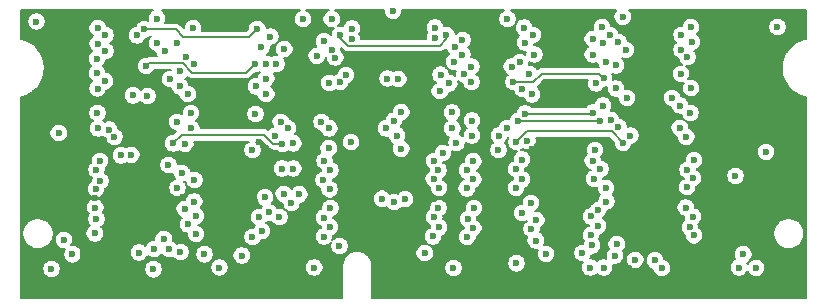
<source format=gbr>
G04 #@! TF.GenerationSoftware,KiCad,Pcbnew,5.1.5*
G04 #@! TF.CreationDate,2020-05-24T12:25:34+08:00*
G04 #@! TF.ProjectId,EDO RAM Stick Recreated,45444f20-5241-44d2-9053-7469636b2052,01*
G04 #@! TF.SameCoordinates,Original*
G04 #@! TF.FileFunction,Copper,L3,Inr*
G04 #@! TF.FilePolarity,Positive*
%FSLAX46Y46*%
G04 Gerber Fmt 4.6, Leading zero omitted, Abs format (unit mm)*
G04 Created by KiCad (PCBNEW 5.1.5) date 2020-05-24 12:25:34*
%MOMM*%
%LPD*%
G04 APERTURE LIST*
%ADD10C,0.600000*%
%ADD11C,0.152400*%
%ADD12C,0.203200*%
G04 APERTURE END LIST*
D10*
X104292400Y-73914000D03*
X97078800Y-73914000D03*
X86106000Y-73863200D03*
X78892400Y-73914000D03*
X110591600Y-72542400D03*
X85953600Y-56540400D03*
X67767200Y-73863200D03*
X68376800Y-62382400D03*
X66497200Y-52933600D03*
X79095600Y-63296800D03*
X89052400Y-52730400D03*
X92151200Y-71932800D03*
X91490800Y-52730400D03*
X84785200Y-63804800D03*
X90017600Y-73761600D03*
X85852000Y-67818000D03*
X96774000Y-68224400D03*
X97383600Y-63703200D03*
X97688400Y-67970400D03*
X108356400Y-68275200D03*
X106375200Y-52730400D03*
X93116400Y-63144400D03*
X79857600Y-68173600D03*
X76708000Y-52679600D03*
X114757200Y-68173600D03*
X113792000Y-63804800D03*
X116128800Y-52527200D03*
X129235200Y-53390800D03*
X127431800Y-73787000D03*
X125679200Y-65989200D03*
X108051600Y-63042800D03*
X96672400Y-52019200D03*
X126339600Y-72644000D03*
X95746000Y-67931600D03*
X69545200Y-72644000D03*
X83870800Y-72745600D03*
X99364800Y-72542400D03*
X112725200Y-72542400D03*
X109626400Y-72593200D03*
X80721200Y-72644000D03*
X119430800Y-73812400D03*
X114554000Y-73761600D03*
X107137200Y-73406000D03*
X101803200Y-73812400D03*
X81991200Y-73761600D03*
X76403200Y-73914000D03*
X67767200Y-66598800D03*
X67716400Y-55626000D03*
X78232000Y-52679600D03*
X79806800Y-63906400D03*
X78943200Y-67818000D03*
X90220800Y-52781200D03*
X85344000Y-63144400D03*
X84988400Y-68122800D03*
X96723200Y-55727600D03*
X102565200Y-52730400D03*
X93167200Y-67868800D03*
X96723200Y-72288400D03*
X96113600Y-63754000D03*
X104698800Y-52679600D03*
X108458000Y-63754000D03*
X107137200Y-68173600D03*
X100126800Y-67970400D03*
X100228400Y-63144400D03*
X73253600Y-52781200D03*
X127101600Y-54660800D03*
X122123200Y-67868800D03*
X125578800Y-71830000D03*
X114554000Y-63144400D03*
X126898400Y-65278000D03*
X117652800Y-52781200D03*
X87884000Y-52781200D03*
X113487200Y-68224400D03*
X81737200Y-72593200D03*
X111709200Y-72542400D03*
X98399600Y-72644000D03*
X82854800Y-72644000D03*
X70408800Y-72593200D03*
X72542400Y-73914000D03*
X116636800Y-73812400D03*
X123342400Y-73761600D03*
X128981200Y-73761600D03*
X111963200Y-73761600D03*
X71475600Y-67868800D03*
X68815600Y-71406400D03*
X80010000Y-70916800D03*
X71424800Y-70866000D03*
X79349600Y-70104000D03*
X71577200Y-69646800D03*
X80010000Y-69392800D03*
X71476400Y-68680800D03*
X79044800Y-68783200D03*
X71526400Y-67106800D03*
X78435200Y-67005200D03*
X71907400Y-66421000D03*
X79870800Y-66331600D03*
X71577200Y-65481200D03*
X78790800Y-65735200D03*
X71882000Y-64719200D03*
X77673200Y-65074800D03*
X71729600Y-61976000D03*
X73101200Y-62687200D03*
X75184000Y-72491600D03*
X72644000Y-62077600D03*
X73660000Y-64262000D03*
X88239600Y-63246000D03*
X88239600Y-65379600D03*
X76454000Y-72186800D03*
X86664800Y-62636400D03*
X87274400Y-65379600D03*
X74523600Y-64211200D03*
X78638400Y-58420000D03*
X72313800Y-57988200D03*
X85090000Y-58420000D03*
X101447600Y-58166000D03*
X107645200Y-58623200D03*
X113893600Y-58166000D03*
X92202000Y-58064400D03*
X77343000Y-55448200D03*
X78689200Y-72440800D03*
X75793600Y-56692800D03*
X77724000Y-72186800D03*
X78384400Y-54762400D03*
X74676000Y-59182000D03*
X79171800Y-55956200D03*
X75895200Y-59232800D03*
X77266800Y-71323200D03*
X79767600Y-53480800D03*
X78079600Y-63246000D03*
X79603600Y-61976000D03*
X78384400Y-61417200D03*
X71653600Y-60680800D03*
X79578000Y-60680800D03*
X71678800Y-53492400D03*
X72339200Y-54102000D03*
X71678800Y-54813200D03*
X91490800Y-55321200D03*
X101904800Y-55067200D03*
X115773200Y-54660800D03*
X121970800Y-54660800D03*
X86817200Y-56540400D03*
X84988400Y-56540400D03*
X96215200Y-57759600D03*
X102717600Y-57404000D03*
X108229400Y-57378600D03*
X115570000Y-56642000D03*
X90830400Y-54610000D03*
X102565200Y-54508400D03*
X115062000Y-54051200D03*
X121107200Y-54051200D03*
X90220800Y-55829200D03*
X101854000Y-56337200D03*
X116382800Y-55321200D03*
X121107200Y-55321200D03*
X92202000Y-54051200D03*
X101193600Y-54051200D03*
X108508800Y-54051200D03*
X114401600Y-53390800D03*
X121886674Y-53424126D03*
X84785200Y-71170800D03*
X90881200Y-64719200D03*
X85598000Y-70662800D03*
X91389600Y-65531600D03*
X85344000Y-69494400D03*
X90792800Y-66331600D03*
X86156800Y-69088000D03*
X91313600Y-67131600D03*
X87071200Y-69494400D03*
X91389200Y-68732400D03*
X87426800Y-67513200D03*
X90844000Y-69531600D03*
X88087200Y-68275200D03*
X91364800Y-70331600D03*
X88747600Y-67564000D03*
X90818800Y-71131600D03*
X91236800Y-63652400D03*
X87325200Y-63296800D03*
X97028000Y-62585600D03*
X100888800Y-64058800D03*
X107137200Y-63144400D03*
X116179600Y-63195200D03*
X91287600Y-61976000D03*
X96113600Y-61976000D03*
X102057200Y-63195200D03*
X105613200Y-63804800D03*
X87782400Y-61976000D03*
X115163600Y-61264800D03*
X90627200Y-61417200D03*
X87172800Y-61417200D03*
X103378000Y-61315600D03*
X107238800Y-61366400D03*
X96774000Y-61315600D03*
X114198400Y-61366400D03*
X85039200Y-60756800D03*
X97383600Y-60604400D03*
X101676000Y-60630000D03*
X107873600Y-60731600D03*
X121869200Y-60655200D03*
X113610118Y-60633882D03*
X100076000Y-71120000D03*
X102971600Y-71170800D03*
X108762800Y-71475600D03*
X100584000Y-70358000D03*
X103479600Y-70408800D03*
X108407200Y-70510400D03*
X100177600Y-69494400D03*
X103022400Y-69646800D03*
X108813600Y-69748400D03*
X100533200Y-68732400D03*
X103530400Y-68732400D03*
X107594400Y-69138800D03*
X100584000Y-67005200D03*
X102920800Y-67056000D03*
X107086400Y-67005200D03*
X100126800Y-66243200D03*
X103479600Y-66294000D03*
X107594400Y-66294000D03*
X100533200Y-65532000D03*
X102971600Y-65532000D03*
X107086800Y-65430000D03*
X100177600Y-64719200D03*
X103479600Y-64770000D03*
X107594400Y-64617600D03*
X85191600Y-53543200D03*
X93208061Y-53533261D03*
X100228400Y-53441600D03*
X107797600Y-53441600D03*
X75641200Y-53594000D03*
X113538000Y-71882000D03*
X86309200Y-54203600D03*
X93191900Y-54431500D03*
X100228400Y-54305200D03*
X107848400Y-54711600D03*
X75031600Y-54102000D03*
X113588800Y-54406800D03*
X85547200Y-55118000D03*
X91795600Y-55981600D03*
X102565200Y-55727600D03*
X108661200Y-55727600D03*
X76708000Y-54762400D03*
X114452400Y-54711600D03*
X72339200Y-55422800D03*
X87477600Y-55270400D03*
X107442000Y-56388000D03*
X79857600Y-56540400D03*
X113588800Y-55727600D03*
X113385600Y-73761600D03*
X115620800Y-71780400D03*
X71662800Y-58607200D03*
X85953600Y-59080400D03*
X91287600Y-58115200D03*
X100634800Y-58826400D03*
X108432600Y-59105800D03*
X79298800Y-59080400D03*
X121920000Y-58572400D03*
X115544600Y-58597800D03*
X71628000Y-56083200D03*
X97129600Y-57810400D03*
X103327200Y-56743600D03*
X106730800Y-56743600D03*
X121615200Y-55930800D03*
X114757200Y-56388000D03*
X78638400Y-57150000D03*
X115468400Y-72745600D03*
X71628000Y-57302400D03*
X85953600Y-57759600D03*
X92710000Y-57454800D03*
X103327200Y-58064400D03*
X100710400Y-57430000D03*
X106883200Y-58064400D03*
X77825600Y-57810400D03*
X121056400Y-57353200D03*
X114554000Y-57708800D03*
X103378000Y-62585600D03*
X105664000Y-62585600D03*
X117195600Y-73101200D03*
X120294400Y-59385200D03*
X116484400Y-59385200D03*
X101701600Y-61976000D03*
X106324400Y-61976000D03*
X121005600Y-60045600D03*
X114452400Y-60045600D03*
X115773200Y-61874400D03*
X116789200Y-62585600D03*
X118872000Y-73152000D03*
X121513600Y-62687200D03*
X120954800Y-61925200D03*
X113424800Y-71030000D03*
X122162400Y-71030000D03*
X114021600Y-70230000D03*
X121818400Y-70358000D03*
X113450000Y-69430000D03*
X122072400Y-69443600D03*
X114046000Y-68884800D03*
X121462800Y-68681600D03*
X114732400Y-67030000D03*
X121564400Y-66954400D03*
X113703600Y-66230000D03*
X122072400Y-66192400D03*
X114249600Y-65430000D03*
X121615200Y-65481200D03*
X113588800Y-64719200D03*
X125984000Y-73761600D03*
X122174000Y-64668400D03*
X128270000Y-63957200D03*
D11*
X78892400Y-56438800D02*
X79705200Y-57251600D01*
X84277200Y-57251600D02*
X84988400Y-56540400D01*
X75793600Y-56692800D02*
X76047600Y-56438800D01*
X79705200Y-57251600D02*
X84277200Y-57251600D01*
X76047600Y-56438800D02*
X78892400Y-56438800D01*
X101193600Y-54051200D02*
X101193600Y-54406800D01*
X101193600Y-54406800D02*
X100634800Y-54965600D01*
X100634800Y-54965600D02*
X92862400Y-54965600D01*
X92202000Y-54305200D02*
X92202000Y-54051200D01*
X92862400Y-54965600D02*
X92202000Y-54305200D01*
X115214400Y-62230000D02*
X116179600Y-63195200D01*
X107137200Y-63144400D02*
X108051600Y-62230000D01*
X108051600Y-62230000D02*
X115214400Y-62230000D01*
X86563200Y-63296800D02*
X87325200Y-63296800D01*
X85801200Y-62534800D02*
X86563200Y-63296800D01*
X78079600Y-63246000D02*
X78790800Y-62534800D01*
X78790800Y-62534800D02*
X85801200Y-62534800D01*
X107238800Y-61366400D02*
X114198400Y-61366400D01*
X113512400Y-60731600D02*
X113610118Y-60633882D01*
X107873600Y-60731600D02*
X113512400Y-60731600D01*
X75641200Y-53594000D02*
X78282800Y-53594000D01*
X78282800Y-53594000D02*
X78943200Y-54254400D01*
X84480400Y-54254400D02*
X85191600Y-53543200D01*
X78943200Y-54254400D02*
X84480400Y-54254400D01*
X114554000Y-57708800D02*
X114452400Y-57708800D01*
X114452400Y-57708800D02*
X114096800Y-57353200D01*
X114096800Y-57353200D02*
X109270800Y-57353200D01*
X108559600Y-58064400D02*
X106883200Y-58064400D01*
X109270800Y-57353200D02*
X108559600Y-58064400D01*
D12*
G36*
X76209121Y-52071715D02*
G01*
X76100115Y-52180721D01*
X76014469Y-52308900D01*
X75955475Y-52451324D01*
X75925400Y-52602521D01*
X75925400Y-52756679D01*
X75948803Y-52874333D01*
X75869476Y-52841475D01*
X75718279Y-52811400D01*
X75564121Y-52811400D01*
X75412924Y-52841475D01*
X75270500Y-52900469D01*
X75142321Y-52986115D01*
X75033315Y-53095121D01*
X74947669Y-53223300D01*
X74903674Y-53329514D01*
X74803324Y-53349475D01*
X74660900Y-53408469D01*
X74532721Y-53494115D01*
X74423715Y-53603121D01*
X74338069Y-53731300D01*
X74279075Y-53873724D01*
X74249000Y-54024921D01*
X74249000Y-54179079D01*
X74279075Y-54330276D01*
X74338069Y-54472700D01*
X74423715Y-54600879D01*
X74532721Y-54709885D01*
X74660900Y-54795531D01*
X74803324Y-54854525D01*
X74954521Y-54884600D01*
X75108679Y-54884600D01*
X75259876Y-54854525D01*
X75402300Y-54795531D01*
X75530479Y-54709885D01*
X75639485Y-54600879D01*
X75725131Y-54472700D01*
X75769126Y-54366486D01*
X75869476Y-54346525D01*
X76011900Y-54287531D01*
X76140079Y-54201885D01*
X76189164Y-54152800D01*
X76211688Y-54152800D01*
X76209121Y-54154515D01*
X76100115Y-54263521D01*
X76014469Y-54391700D01*
X75955475Y-54534124D01*
X75925400Y-54685321D01*
X75925400Y-54839479D01*
X75955475Y-54990676D01*
X76014469Y-55133100D01*
X76100115Y-55261279D01*
X76209121Y-55370285D01*
X76337300Y-55455931D01*
X76479724Y-55514925D01*
X76561579Y-55531207D01*
X76590475Y-55676476D01*
X76649469Y-55818900D01*
X76690294Y-55880000D01*
X76075041Y-55880000D01*
X76047599Y-55877297D01*
X76020157Y-55880000D01*
X76020156Y-55880000D01*
X75938056Y-55888086D01*
X75865157Y-55910200D01*
X75716521Y-55910200D01*
X75565324Y-55940275D01*
X75422900Y-55999269D01*
X75294721Y-56084915D01*
X75185715Y-56193921D01*
X75100069Y-56322100D01*
X75041075Y-56464524D01*
X75011000Y-56615721D01*
X75011000Y-56769879D01*
X75041075Y-56921076D01*
X75100069Y-57063500D01*
X75185715Y-57191679D01*
X75294721Y-57300685D01*
X75422900Y-57386331D01*
X75565324Y-57445325D01*
X75716521Y-57475400D01*
X75870679Y-57475400D01*
X76021876Y-57445325D01*
X76164300Y-57386331D01*
X76292479Y-57300685D01*
X76401485Y-57191679D01*
X76487131Y-57063500D01*
X76514428Y-56997600D01*
X77870782Y-56997600D01*
X77864775Y-57027800D01*
X77748521Y-57027800D01*
X77597324Y-57057875D01*
X77454900Y-57116869D01*
X77326721Y-57202515D01*
X77217715Y-57311521D01*
X77132069Y-57439700D01*
X77073075Y-57582124D01*
X77043000Y-57733321D01*
X77043000Y-57887479D01*
X77073075Y-58038676D01*
X77132069Y-58181100D01*
X77217715Y-58309279D01*
X77326721Y-58418285D01*
X77454900Y-58503931D01*
X77597324Y-58562925D01*
X77748521Y-58593000D01*
X77874880Y-58593000D01*
X77885875Y-58648276D01*
X77944869Y-58790700D01*
X78030515Y-58918879D01*
X78139521Y-59027885D01*
X78267700Y-59113531D01*
X78410124Y-59172525D01*
X78523686Y-59195114D01*
X78546275Y-59308676D01*
X78605269Y-59451100D01*
X78690915Y-59579279D01*
X78799921Y-59688285D01*
X78928100Y-59773931D01*
X79070524Y-59832925D01*
X79221721Y-59863000D01*
X79375879Y-59863000D01*
X79527076Y-59832925D01*
X79669500Y-59773931D01*
X79797679Y-59688285D01*
X79906685Y-59579279D01*
X79992331Y-59451100D01*
X80051325Y-59308676D01*
X80081400Y-59157479D01*
X80081400Y-59003321D01*
X80051325Y-58852124D01*
X79992331Y-58709700D01*
X79906685Y-58581521D01*
X79797679Y-58472515D01*
X79669500Y-58386869D01*
X79527076Y-58327875D01*
X79413514Y-58305286D01*
X79390925Y-58191724D01*
X79331931Y-58049300D01*
X79246285Y-57921121D01*
X79137279Y-57812115D01*
X79096698Y-57785000D01*
X79137279Y-57757885D01*
X79246285Y-57648879D01*
X79272693Y-57609356D01*
X79290662Y-57627324D01*
X79308157Y-57648643D01*
X79337448Y-57672681D01*
X79393245Y-57718473D01*
X79490322Y-57770361D01*
X79595655Y-57802314D01*
X79705200Y-57813103D01*
X79732644Y-57810400D01*
X84249758Y-57810400D01*
X84277200Y-57813103D01*
X84304642Y-57810400D01*
X84304644Y-57810400D01*
X84386744Y-57802314D01*
X84492078Y-57770361D01*
X84589154Y-57718473D01*
X84674243Y-57648643D01*
X84691743Y-57627319D01*
X84996062Y-57323000D01*
X85065479Y-57323000D01*
X85216676Y-57292925D01*
X85359100Y-57233931D01*
X85399498Y-57206938D01*
X85345715Y-57260721D01*
X85260069Y-57388900D01*
X85201075Y-57531324D01*
X85179484Y-57639868D01*
X85167079Y-57637400D01*
X85012921Y-57637400D01*
X84861724Y-57667475D01*
X84719300Y-57726469D01*
X84591121Y-57812115D01*
X84482115Y-57921121D01*
X84396469Y-58049300D01*
X84337475Y-58191724D01*
X84307400Y-58342921D01*
X84307400Y-58497079D01*
X84337475Y-58648276D01*
X84396469Y-58790700D01*
X84482115Y-58918879D01*
X84591121Y-59027885D01*
X84719300Y-59113531D01*
X84861724Y-59172525D01*
X85012921Y-59202600D01*
X85167079Y-59202600D01*
X85179484Y-59200132D01*
X85201075Y-59308676D01*
X85260069Y-59451100D01*
X85345715Y-59579279D01*
X85454721Y-59688285D01*
X85582900Y-59773931D01*
X85725324Y-59832925D01*
X85876521Y-59863000D01*
X86030679Y-59863000D01*
X86181876Y-59832925D01*
X86324300Y-59773931D01*
X86452479Y-59688285D01*
X86561485Y-59579279D01*
X86647131Y-59451100D01*
X86706125Y-59308676D01*
X86736200Y-59157479D01*
X86736200Y-59003321D01*
X86706125Y-58852124D01*
X86647131Y-58709700D01*
X86561485Y-58581521D01*
X86452479Y-58472515D01*
X86373884Y-58420000D01*
X86452479Y-58367485D01*
X86561485Y-58258479D01*
X86647131Y-58130300D01*
X86685312Y-58038121D01*
X90505000Y-58038121D01*
X90505000Y-58192279D01*
X90535075Y-58343476D01*
X90594069Y-58485900D01*
X90679715Y-58614079D01*
X90788721Y-58723085D01*
X90916900Y-58808731D01*
X91059324Y-58867725D01*
X91210521Y-58897800D01*
X91364679Y-58897800D01*
X91515876Y-58867725D01*
X91658300Y-58808731D01*
X91782814Y-58725534D01*
X91831300Y-58757931D01*
X91973724Y-58816925D01*
X92124921Y-58847000D01*
X92279079Y-58847000D01*
X92430276Y-58816925D01*
X92572700Y-58757931D01*
X92700879Y-58672285D01*
X92809885Y-58563279D01*
X92895531Y-58435100D01*
X92954525Y-58292676D01*
X92974486Y-58192326D01*
X93080700Y-58148331D01*
X93208879Y-58062685D01*
X93317885Y-57953679D01*
X93403531Y-57825500D01*
X93462525Y-57683076D01*
X93462635Y-57682521D01*
X95432600Y-57682521D01*
X95432600Y-57836679D01*
X95462675Y-57987876D01*
X95521669Y-58130300D01*
X95607315Y-58258479D01*
X95716321Y-58367485D01*
X95844500Y-58453131D01*
X95986924Y-58512125D01*
X96138121Y-58542200D01*
X96292279Y-58542200D01*
X96443476Y-58512125D01*
X96585900Y-58453131D01*
X96634386Y-58420734D01*
X96758900Y-58503931D01*
X96901324Y-58562925D01*
X97052521Y-58593000D01*
X97206679Y-58593000D01*
X97357876Y-58562925D01*
X97500300Y-58503931D01*
X97628479Y-58418285D01*
X97737485Y-58309279D01*
X97823131Y-58181100D01*
X97882125Y-58038676D01*
X97912200Y-57887479D01*
X97912200Y-57733321D01*
X97882125Y-57582124D01*
X97823131Y-57439700D01*
X97737485Y-57311521D01*
X97628479Y-57202515D01*
X97500300Y-57116869D01*
X97357876Y-57057875D01*
X97206679Y-57027800D01*
X97052521Y-57027800D01*
X96901324Y-57057875D01*
X96758900Y-57116869D01*
X96710414Y-57149266D01*
X96585900Y-57066069D01*
X96443476Y-57007075D01*
X96292279Y-56977000D01*
X96138121Y-56977000D01*
X95986924Y-57007075D01*
X95844500Y-57066069D01*
X95716321Y-57151715D01*
X95607315Y-57260721D01*
X95521669Y-57388900D01*
X95462675Y-57531324D01*
X95432600Y-57682521D01*
X93462635Y-57682521D01*
X93492600Y-57531879D01*
X93492600Y-57377721D01*
X93462525Y-57226524D01*
X93403531Y-57084100D01*
X93317885Y-56955921D01*
X93208879Y-56846915D01*
X93080700Y-56761269D01*
X92938276Y-56702275D01*
X92787079Y-56672200D01*
X92632921Y-56672200D01*
X92481724Y-56702275D01*
X92339300Y-56761269D01*
X92211121Y-56846915D01*
X92102115Y-56955921D01*
X92016469Y-57084100D01*
X91957475Y-57226524D01*
X91937514Y-57326874D01*
X91831300Y-57370869D01*
X91706786Y-57454066D01*
X91658300Y-57421669D01*
X91515876Y-57362675D01*
X91364679Y-57332600D01*
X91210521Y-57332600D01*
X91059324Y-57362675D01*
X90916900Y-57421669D01*
X90788721Y-57507315D01*
X90679715Y-57616321D01*
X90594069Y-57744500D01*
X90535075Y-57886924D01*
X90505000Y-58038121D01*
X86685312Y-58038121D01*
X86706125Y-57987876D01*
X86736200Y-57836679D01*
X86736200Y-57682521D01*
X86706125Y-57531324D01*
X86647131Y-57388900D01*
X86580737Y-57289534D01*
X86588924Y-57292925D01*
X86740121Y-57323000D01*
X86894279Y-57323000D01*
X87045476Y-57292925D01*
X87187900Y-57233931D01*
X87316079Y-57148285D01*
X87425085Y-57039279D01*
X87510731Y-56911100D01*
X87569725Y-56768676D01*
X87599800Y-56617479D01*
X87599800Y-56463321D01*
X87569725Y-56312124D01*
X87510731Y-56169700D01*
X87432755Y-56053000D01*
X87554679Y-56053000D01*
X87705876Y-56022925D01*
X87848300Y-55963931D01*
X87976479Y-55878285D01*
X88085485Y-55769279D01*
X88171131Y-55641100D01*
X88230125Y-55498676D01*
X88260200Y-55347479D01*
X88260200Y-55193321D01*
X88230125Y-55042124D01*
X88171131Y-54899700D01*
X88085485Y-54771521D01*
X87976479Y-54662515D01*
X87848300Y-54576869D01*
X87705876Y-54517875D01*
X87554679Y-54487800D01*
X87400521Y-54487800D01*
X87249324Y-54517875D01*
X87106900Y-54576869D01*
X86978721Y-54662515D01*
X86869715Y-54771521D01*
X86784069Y-54899700D01*
X86725075Y-55042124D01*
X86695000Y-55193321D01*
X86695000Y-55347479D01*
X86725075Y-55498676D01*
X86784069Y-55641100D01*
X86862045Y-55757800D01*
X86740121Y-55757800D01*
X86588924Y-55787875D01*
X86446500Y-55846869D01*
X86385400Y-55887694D01*
X86324300Y-55846869D01*
X86181876Y-55787875D01*
X86030679Y-55757800D01*
X85998315Y-55757800D01*
X86046079Y-55725885D01*
X86155085Y-55616879D01*
X86240731Y-55488700D01*
X86299725Y-55346276D01*
X86329800Y-55195079D01*
X86329800Y-55040921D01*
X86318915Y-54986200D01*
X86386279Y-54986200D01*
X86537476Y-54956125D01*
X86679900Y-54897131D01*
X86808079Y-54811485D01*
X86917085Y-54702479D01*
X87002731Y-54574300D01*
X87061725Y-54431876D01*
X87091800Y-54280679D01*
X87091800Y-54126521D01*
X87061725Y-53975324D01*
X87002731Y-53832900D01*
X86917085Y-53704721D01*
X86808079Y-53595715D01*
X86679900Y-53510069D01*
X86537476Y-53451075D01*
X86386279Y-53421000D01*
X86232121Y-53421000D01*
X86080924Y-53451075D01*
X85974200Y-53495282D01*
X85974200Y-53466121D01*
X85944125Y-53314924D01*
X85885131Y-53172500D01*
X85799485Y-53044321D01*
X85690479Y-52935315D01*
X85562300Y-52849669D01*
X85419876Y-52790675D01*
X85268679Y-52760600D01*
X85114521Y-52760600D01*
X84963324Y-52790675D01*
X84820900Y-52849669D01*
X84692721Y-52935315D01*
X84583715Y-53044321D01*
X84498069Y-53172500D01*
X84439075Y-53314924D01*
X84409000Y-53466121D01*
X84409000Y-53535538D01*
X84248938Y-53695600D01*
X80522806Y-53695600D01*
X80550200Y-53557879D01*
X80550200Y-53403721D01*
X80520125Y-53252524D01*
X80461131Y-53110100D01*
X80375485Y-52981921D01*
X80266479Y-52872915D01*
X80138300Y-52787269D01*
X79995876Y-52728275D01*
X79844679Y-52698200D01*
X79690521Y-52698200D01*
X79539324Y-52728275D01*
X79396900Y-52787269D01*
X79268721Y-52872915D01*
X79159715Y-52981921D01*
X79074069Y-53110100D01*
X79015075Y-53252524D01*
X78985000Y-53403721D01*
X78985000Y-53505938D01*
X78697343Y-53218281D01*
X78679843Y-53196957D01*
X78594754Y-53127127D01*
X78497678Y-53075239D01*
X78392344Y-53043286D01*
X78310244Y-53035200D01*
X78310242Y-53035200D01*
X78282800Y-53032497D01*
X78255358Y-53035200D01*
X77407786Y-53035200D01*
X77460525Y-52907876D01*
X77490600Y-52756679D01*
X77490600Y-52602521D01*
X77460525Y-52451324D01*
X77401531Y-52308900D01*
X77315885Y-52180721D01*
X77206879Y-52071715D01*
X77089672Y-51993400D01*
X88786643Y-51993400D01*
X88681700Y-52036869D01*
X88553521Y-52122515D01*
X88444515Y-52231521D01*
X88358869Y-52359700D01*
X88299875Y-52502124D01*
X88269800Y-52653321D01*
X88269800Y-52807479D01*
X88299875Y-52958676D01*
X88358869Y-53101100D01*
X88444515Y-53229279D01*
X88553521Y-53338285D01*
X88681700Y-53423931D01*
X88824124Y-53482925D01*
X88975321Y-53513000D01*
X89129479Y-53513000D01*
X89280676Y-53482925D01*
X89423100Y-53423931D01*
X89551279Y-53338285D01*
X89660285Y-53229279D01*
X89745931Y-53101100D01*
X89804925Y-52958676D01*
X89835000Y-52807479D01*
X89835000Y-52653321D01*
X89804925Y-52502124D01*
X89745931Y-52359700D01*
X89660285Y-52231521D01*
X89551279Y-52122515D01*
X89423100Y-52036869D01*
X89318157Y-51993400D01*
X91225043Y-51993400D01*
X91120100Y-52036869D01*
X90991921Y-52122515D01*
X90882915Y-52231521D01*
X90797269Y-52359700D01*
X90738275Y-52502124D01*
X90708200Y-52653321D01*
X90708200Y-52807479D01*
X90738275Y-52958676D01*
X90797269Y-53101100D01*
X90882915Y-53229279D01*
X90991921Y-53338285D01*
X91120100Y-53423931D01*
X91262524Y-53482925D01*
X91413721Y-53513000D01*
X91567879Y-53513000D01*
X91649714Y-53496722D01*
X91594115Y-53552321D01*
X91508469Y-53680500D01*
X91449475Y-53822924D01*
X91419400Y-53974121D01*
X91419400Y-54092236D01*
X91329279Y-54002115D01*
X91201100Y-53916469D01*
X91058676Y-53857475D01*
X90907479Y-53827400D01*
X90753321Y-53827400D01*
X90602124Y-53857475D01*
X90459700Y-53916469D01*
X90331521Y-54002115D01*
X90222515Y-54111121D01*
X90136869Y-54239300D01*
X90077875Y-54381724D01*
X90047800Y-54532921D01*
X90047800Y-54687079D01*
X90077875Y-54838276D01*
X90136869Y-54980700D01*
X90180902Y-55046600D01*
X90143721Y-55046600D01*
X89992524Y-55076675D01*
X89850100Y-55135669D01*
X89721921Y-55221315D01*
X89612915Y-55330321D01*
X89527269Y-55458500D01*
X89468275Y-55600924D01*
X89438200Y-55752121D01*
X89438200Y-55906279D01*
X89468275Y-56057476D01*
X89527269Y-56199900D01*
X89612915Y-56328079D01*
X89721921Y-56437085D01*
X89850100Y-56522731D01*
X89992524Y-56581725D01*
X90143721Y-56611800D01*
X90297879Y-56611800D01*
X90449076Y-56581725D01*
X90591500Y-56522731D01*
X90719679Y-56437085D01*
X90828685Y-56328079D01*
X90914331Y-56199900D01*
X90973325Y-56057476D01*
X90998049Y-55933180D01*
X91013000Y-55943169D01*
X91013000Y-56058679D01*
X91043075Y-56209876D01*
X91102069Y-56352300D01*
X91187715Y-56480479D01*
X91296721Y-56589485D01*
X91424900Y-56675131D01*
X91567324Y-56734125D01*
X91718521Y-56764200D01*
X91872679Y-56764200D01*
X92023876Y-56734125D01*
X92166300Y-56675131D01*
X92294479Y-56589485D01*
X92403485Y-56480479D01*
X92489131Y-56352300D01*
X92548125Y-56209876D01*
X92578200Y-56058679D01*
X92578200Y-55904521D01*
X92548125Y-55753324D01*
X92489131Y-55610900D01*
X92403485Y-55482721D01*
X92294479Y-55373715D01*
X92273400Y-55359631D01*
X92273400Y-55244121D01*
X92254216Y-55147679D01*
X92447861Y-55341324D01*
X92465357Y-55362643D01*
X92496865Y-55388501D01*
X92550445Y-55432473D01*
X92647522Y-55484361D01*
X92752855Y-55516314D01*
X92862400Y-55527103D01*
X92889844Y-55524400D01*
X100607358Y-55524400D01*
X100634800Y-55527103D01*
X100662242Y-55524400D01*
X100662244Y-55524400D01*
X100744344Y-55516314D01*
X100849678Y-55484361D01*
X100946754Y-55432473D01*
X101031843Y-55362643D01*
X101049343Y-55341320D01*
X101142803Y-55247859D01*
X101152275Y-55295476D01*
X101211269Y-55437900D01*
X101296915Y-55566079D01*
X101405921Y-55675085D01*
X101421102Y-55685228D01*
X101355121Y-55729315D01*
X101246115Y-55838321D01*
X101160469Y-55966500D01*
X101101475Y-56108924D01*
X101071400Y-56260121D01*
X101071400Y-56414279D01*
X101101475Y-56565476D01*
X101160469Y-56707900D01*
X101246115Y-56836079D01*
X101355121Y-56945085D01*
X101483300Y-57030731D01*
X101625724Y-57089725D01*
X101776921Y-57119800D01*
X101931079Y-57119800D01*
X101993372Y-57107409D01*
X101965075Y-57175724D01*
X101935000Y-57326921D01*
X101935000Y-57481079D01*
X101951278Y-57562914D01*
X101946479Y-57558115D01*
X101818300Y-57472469D01*
X101675876Y-57413475D01*
X101524679Y-57383400D01*
X101493000Y-57383400D01*
X101493000Y-57352921D01*
X101462925Y-57201724D01*
X101403931Y-57059300D01*
X101318285Y-56931121D01*
X101209279Y-56822115D01*
X101081100Y-56736469D01*
X100938676Y-56677475D01*
X100787479Y-56647400D01*
X100633321Y-56647400D01*
X100482124Y-56677475D01*
X100339700Y-56736469D01*
X100211521Y-56822115D01*
X100102515Y-56931121D01*
X100016869Y-57059300D01*
X99957875Y-57201724D01*
X99927800Y-57352921D01*
X99927800Y-57507079D01*
X99957875Y-57658276D01*
X100016869Y-57800700D01*
X100102515Y-57928879D01*
X100211521Y-58037885D01*
X100319396Y-58109965D01*
X100264100Y-58132869D01*
X100135921Y-58218515D01*
X100026915Y-58327521D01*
X99941269Y-58455700D01*
X99882275Y-58598124D01*
X99852200Y-58749321D01*
X99852200Y-58903479D01*
X99882275Y-59054676D01*
X99941269Y-59197100D01*
X100026915Y-59325279D01*
X100135921Y-59434285D01*
X100264100Y-59519931D01*
X100406524Y-59578925D01*
X100557721Y-59609000D01*
X100711879Y-59609000D01*
X100863076Y-59578925D01*
X101005500Y-59519931D01*
X101133679Y-59434285D01*
X101242685Y-59325279D01*
X101328331Y-59197100D01*
X101387325Y-59054676D01*
X101408425Y-58948600D01*
X101524679Y-58948600D01*
X101675876Y-58918525D01*
X101818300Y-58859531D01*
X101946479Y-58773885D01*
X102055485Y-58664879D01*
X102141131Y-58536700D01*
X102200125Y-58394276D01*
X102230200Y-58243079D01*
X102230200Y-58088921D01*
X102213922Y-58007086D01*
X102218721Y-58011885D01*
X102346900Y-58097531D01*
X102489324Y-58156525D01*
X102549993Y-58168593D01*
X102574675Y-58292676D01*
X102633669Y-58435100D01*
X102719315Y-58563279D01*
X102828321Y-58672285D01*
X102956500Y-58757931D01*
X103098924Y-58816925D01*
X103250121Y-58847000D01*
X103404279Y-58847000D01*
X103555476Y-58816925D01*
X103697900Y-58757931D01*
X103826079Y-58672285D01*
X103935085Y-58563279D01*
X104020731Y-58435100D01*
X104079725Y-58292676D01*
X104109800Y-58141479D01*
X104109800Y-57987321D01*
X104079725Y-57836124D01*
X104020731Y-57693700D01*
X103935085Y-57565521D01*
X103826079Y-57456515D01*
X103747484Y-57404000D01*
X103826079Y-57351485D01*
X103935085Y-57242479D01*
X104020731Y-57114300D01*
X104079725Y-56971876D01*
X104109800Y-56820679D01*
X104109800Y-56666521D01*
X105948200Y-56666521D01*
X105948200Y-56820679D01*
X105978275Y-56971876D01*
X106037269Y-57114300D01*
X106122915Y-57242479D01*
X106231921Y-57351485D01*
X106360100Y-57437131D01*
X106392961Y-57450742D01*
X106384321Y-57456515D01*
X106275315Y-57565521D01*
X106189669Y-57693700D01*
X106130675Y-57836124D01*
X106100600Y-57987321D01*
X106100600Y-58141479D01*
X106130675Y-58292676D01*
X106189669Y-58435100D01*
X106275315Y-58563279D01*
X106384321Y-58672285D01*
X106512500Y-58757931D01*
X106654924Y-58816925D01*
X106806121Y-58847000D01*
X106891785Y-58847000D01*
X106892675Y-58851476D01*
X106951669Y-58993900D01*
X107037315Y-59122079D01*
X107146321Y-59231085D01*
X107274500Y-59316731D01*
X107416924Y-59375725D01*
X107568121Y-59405800D01*
X107709784Y-59405800D01*
X107739069Y-59476500D01*
X107824715Y-59604679D01*
X107933721Y-59713685D01*
X108061900Y-59799331D01*
X108204324Y-59858325D01*
X108355521Y-59888400D01*
X108509679Y-59888400D01*
X108660876Y-59858325D01*
X108803300Y-59799331D01*
X108931479Y-59713685D01*
X109040485Y-59604679D01*
X109126131Y-59476500D01*
X109185125Y-59334076D01*
X109215200Y-59182879D01*
X109215200Y-59028721D01*
X109185125Y-58877524D01*
X109126131Y-58735100D01*
X109040485Y-58606921D01*
X108931479Y-58497915D01*
X108920853Y-58490815D01*
X108956643Y-58461443D01*
X108974143Y-58440119D01*
X109502263Y-57912000D01*
X113151730Y-57912000D01*
X113141075Y-57937724D01*
X113111000Y-58088921D01*
X113111000Y-58243079D01*
X113141075Y-58394276D01*
X113200069Y-58536700D01*
X113285715Y-58664879D01*
X113394721Y-58773885D01*
X113522900Y-58859531D01*
X113665324Y-58918525D01*
X113816521Y-58948600D01*
X113970679Y-58948600D01*
X114121876Y-58918525D01*
X114264300Y-58859531D01*
X114392479Y-58773885D01*
X114501485Y-58664879D01*
X114587131Y-58536700D01*
X114605895Y-58491400D01*
X114631079Y-58491400D01*
X114773466Y-58463077D01*
X114762000Y-58520721D01*
X114762000Y-58674879D01*
X114792075Y-58826076D01*
X114851069Y-58968500D01*
X114936715Y-59096679D01*
X115045721Y-59205685D01*
X115173900Y-59291331D01*
X115316324Y-59350325D01*
X115467521Y-59380400D01*
X115621679Y-59380400D01*
X115701800Y-59364463D01*
X115701800Y-59462279D01*
X115731875Y-59613476D01*
X115790869Y-59755900D01*
X115876515Y-59884079D01*
X115985521Y-59993085D01*
X116113700Y-60078731D01*
X116256124Y-60137725D01*
X116407321Y-60167800D01*
X116561479Y-60167800D01*
X116712676Y-60137725D01*
X116855100Y-60078731D01*
X116983279Y-59993085D01*
X117092285Y-59884079D01*
X117177931Y-59755900D01*
X117236925Y-59613476D01*
X117267000Y-59462279D01*
X117267000Y-59308121D01*
X119511800Y-59308121D01*
X119511800Y-59462279D01*
X119541875Y-59613476D01*
X119600869Y-59755900D01*
X119686515Y-59884079D01*
X119795521Y-59993085D01*
X119923700Y-60078731D01*
X120066124Y-60137725D01*
X120217321Y-60167800D01*
X120231975Y-60167800D01*
X120253075Y-60273876D01*
X120312069Y-60416300D01*
X120397715Y-60544479D01*
X120506721Y-60653485D01*
X120634900Y-60739131D01*
X120777324Y-60798125D01*
X120928521Y-60828200D01*
X121082679Y-60828200D01*
X121104804Y-60823799D01*
X121116675Y-60883476D01*
X121175669Y-61025900D01*
X121261315Y-61154079D01*
X121365898Y-61258662D01*
X121325500Y-61231669D01*
X121183076Y-61172675D01*
X121031879Y-61142600D01*
X120877721Y-61142600D01*
X120726524Y-61172675D01*
X120584100Y-61231669D01*
X120455921Y-61317315D01*
X120346915Y-61426321D01*
X120261269Y-61554500D01*
X120202275Y-61696924D01*
X120172200Y-61848121D01*
X120172200Y-62002279D01*
X120202275Y-62153476D01*
X120261269Y-62295900D01*
X120346915Y-62424079D01*
X120455921Y-62533085D01*
X120584100Y-62618731D01*
X120726524Y-62677725D01*
X120731000Y-62678615D01*
X120731000Y-62764279D01*
X120761075Y-62915476D01*
X120820069Y-63057900D01*
X120905715Y-63186079D01*
X121014721Y-63295085D01*
X121142900Y-63380731D01*
X121285324Y-63439725D01*
X121436521Y-63469800D01*
X121590679Y-63469800D01*
X121741876Y-63439725D01*
X121884300Y-63380731D01*
X122012479Y-63295085D01*
X122121485Y-63186079D01*
X122207131Y-63057900D01*
X122266125Y-62915476D01*
X122296200Y-62764279D01*
X122296200Y-62610121D01*
X122266125Y-62458924D01*
X122207131Y-62316500D01*
X122121485Y-62188321D01*
X122012479Y-62079315D01*
X121884300Y-61993669D01*
X121741876Y-61934675D01*
X121737400Y-61933785D01*
X121737400Y-61848121D01*
X121707325Y-61696924D01*
X121648331Y-61554500D01*
X121562685Y-61426321D01*
X121458102Y-61321738D01*
X121498500Y-61348731D01*
X121640924Y-61407725D01*
X121792121Y-61437800D01*
X121946279Y-61437800D01*
X122097476Y-61407725D01*
X122239900Y-61348731D01*
X122368079Y-61263085D01*
X122477085Y-61154079D01*
X122562731Y-61025900D01*
X122621725Y-60883476D01*
X122651800Y-60732279D01*
X122651800Y-60578121D01*
X122621725Y-60426924D01*
X122562731Y-60284500D01*
X122477085Y-60156321D01*
X122368079Y-60047315D01*
X122239900Y-59961669D01*
X122097476Y-59902675D01*
X121946279Y-59872600D01*
X121792121Y-59872600D01*
X121769996Y-59877001D01*
X121758125Y-59817324D01*
X121699131Y-59674900D01*
X121613485Y-59546721D01*
X121504479Y-59437715D01*
X121376300Y-59352069D01*
X121233876Y-59293075D01*
X121082679Y-59263000D01*
X121068025Y-59263000D01*
X121046925Y-59156924D01*
X120987931Y-59014500D01*
X120902285Y-58886321D01*
X120793279Y-58777315D01*
X120665100Y-58691669D01*
X120522676Y-58632675D01*
X120371479Y-58602600D01*
X120217321Y-58602600D01*
X120066124Y-58632675D01*
X119923700Y-58691669D01*
X119795521Y-58777315D01*
X119686515Y-58886321D01*
X119600869Y-59014500D01*
X119541875Y-59156924D01*
X119511800Y-59308121D01*
X117267000Y-59308121D01*
X117236925Y-59156924D01*
X117177931Y-59014500D01*
X117092285Y-58886321D01*
X116983279Y-58777315D01*
X116855100Y-58691669D01*
X116712676Y-58632675D01*
X116561479Y-58602600D01*
X116407321Y-58602600D01*
X116327200Y-58618537D01*
X116327200Y-58520721D01*
X116297125Y-58369524D01*
X116238131Y-58227100D01*
X116152485Y-58098921D01*
X116043479Y-57989915D01*
X115915300Y-57904269D01*
X115772876Y-57845275D01*
X115621679Y-57815200D01*
X115467521Y-57815200D01*
X115325134Y-57843523D01*
X115336600Y-57785879D01*
X115336600Y-57631721D01*
X115306525Y-57480524D01*
X115256235Y-57359114D01*
X115341724Y-57394525D01*
X115492921Y-57424600D01*
X115647079Y-57424600D01*
X115798276Y-57394525D01*
X115940700Y-57335531D01*
X116029613Y-57276121D01*
X120273800Y-57276121D01*
X120273800Y-57430279D01*
X120303875Y-57581476D01*
X120362869Y-57723900D01*
X120448515Y-57852079D01*
X120557521Y-57961085D01*
X120685700Y-58046731D01*
X120828124Y-58105725D01*
X120979321Y-58135800D01*
X121133479Y-58135800D01*
X121284676Y-58105725D01*
X121292863Y-58102334D01*
X121226469Y-58201700D01*
X121167475Y-58344124D01*
X121137400Y-58495321D01*
X121137400Y-58649479D01*
X121167475Y-58800676D01*
X121226469Y-58943100D01*
X121312115Y-59071279D01*
X121421121Y-59180285D01*
X121549300Y-59265931D01*
X121691724Y-59324925D01*
X121842921Y-59355000D01*
X121997079Y-59355000D01*
X122148276Y-59324925D01*
X122290700Y-59265931D01*
X122418879Y-59180285D01*
X122527885Y-59071279D01*
X122613531Y-58943100D01*
X122672525Y-58800676D01*
X122702600Y-58649479D01*
X122702600Y-58495321D01*
X122672525Y-58344124D01*
X122613531Y-58201700D01*
X122527885Y-58073521D01*
X122418879Y-57964515D01*
X122290700Y-57878869D01*
X122148276Y-57819875D01*
X121997079Y-57789800D01*
X121842921Y-57789800D01*
X121691724Y-57819875D01*
X121683537Y-57823266D01*
X121749931Y-57723900D01*
X121808925Y-57581476D01*
X121839000Y-57430279D01*
X121839000Y-57276121D01*
X121808925Y-57124924D01*
X121749931Y-56982500D01*
X121664285Y-56854321D01*
X121555279Y-56745315D01*
X121494541Y-56704731D01*
X121538121Y-56713400D01*
X121692279Y-56713400D01*
X121843476Y-56683325D01*
X121985900Y-56624331D01*
X122114079Y-56538685D01*
X122223085Y-56429679D01*
X122308731Y-56301500D01*
X122367725Y-56159076D01*
X122397800Y-56007879D01*
X122397800Y-55853721D01*
X122367725Y-55702524D01*
X122308731Y-55560100D01*
X122223085Y-55431921D01*
X122202904Y-55411740D01*
X122341500Y-55354331D01*
X122469679Y-55268685D01*
X122578685Y-55159679D01*
X122664331Y-55031500D01*
X122723325Y-54889076D01*
X122753400Y-54737879D01*
X122753400Y-54583721D01*
X122723325Y-54432524D01*
X122664331Y-54290100D01*
X122578685Y-54161921D01*
X122469679Y-54052915D01*
X122406718Y-54010846D01*
X122494559Y-53923005D01*
X122580205Y-53794826D01*
X122639199Y-53652402D01*
X122669274Y-53501205D01*
X122669274Y-53347047D01*
X122662646Y-53313721D01*
X128452600Y-53313721D01*
X128452600Y-53467879D01*
X128482675Y-53619076D01*
X128541669Y-53761500D01*
X128627315Y-53889679D01*
X128736321Y-53998685D01*
X128864500Y-54084331D01*
X129006924Y-54143325D01*
X129158121Y-54173400D01*
X129312279Y-54173400D01*
X129463476Y-54143325D01*
X129605900Y-54084331D01*
X129734079Y-53998685D01*
X129843085Y-53889679D01*
X129928731Y-53761500D01*
X129987725Y-53619076D01*
X130017800Y-53467879D01*
X130017800Y-53313721D01*
X129987725Y-53162524D01*
X129928731Y-53020100D01*
X129843085Y-52891921D01*
X129734079Y-52782915D01*
X129605900Y-52697269D01*
X129463476Y-52638275D01*
X129312279Y-52608200D01*
X129158121Y-52608200D01*
X129006924Y-52638275D01*
X128864500Y-52697269D01*
X128736321Y-52782915D01*
X128627315Y-52891921D01*
X128541669Y-53020100D01*
X128482675Y-53162524D01*
X128452600Y-53313721D01*
X122662646Y-53313721D01*
X122639199Y-53195850D01*
X122580205Y-53053426D01*
X122494559Y-52925247D01*
X122385553Y-52816241D01*
X122257374Y-52730595D01*
X122114950Y-52671601D01*
X121963753Y-52641526D01*
X121809595Y-52641526D01*
X121658398Y-52671601D01*
X121515974Y-52730595D01*
X121387795Y-52816241D01*
X121278789Y-52925247D01*
X121193143Y-53053426D01*
X121134149Y-53195850D01*
X121119678Y-53268600D01*
X121030121Y-53268600D01*
X120878924Y-53298675D01*
X120736500Y-53357669D01*
X120608321Y-53443315D01*
X120499315Y-53552321D01*
X120413669Y-53680500D01*
X120354675Y-53822924D01*
X120324600Y-53974121D01*
X120324600Y-54128279D01*
X120354675Y-54279476D01*
X120413669Y-54421900D01*
X120499315Y-54550079D01*
X120608321Y-54659085D01*
X120648902Y-54686200D01*
X120608321Y-54713315D01*
X120499315Y-54822321D01*
X120413669Y-54950500D01*
X120354675Y-55092924D01*
X120324600Y-55244121D01*
X120324600Y-55398279D01*
X120354675Y-55549476D01*
X120413669Y-55691900D01*
X120499315Y-55820079D01*
X120608321Y-55929085D01*
X120736500Y-56014731D01*
X120842714Y-56058726D01*
X120862675Y-56159076D01*
X120921669Y-56301500D01*
X121007315Y-56429679D01*
X121116321Y-56538685D01*
X121177059Y-56579269D01*
X121133479Y-56570600D01*
X120979321Y-56570600D01*
X120828124Y-56600675D01*
X120685700Y-56659669D01*
X120557521Y-56745315D01*
X120448515Y-56854321D01*
X120362869Y-56982500D01*
X120303875Y-57124924D01*
X120273800Y-57276121D01*
X116029613Y-57276121D01*
X116068879Y-57249885D01*
X116177885Y-57140879D01*
X116263531Y-57012700D01*
X116322525Y-56870276D01*
X116352600Y-56719079D01*
X116352600Y-56564921D01*
X116322525Y-56413724D01*
X116263531Y-56271300D01*
X116177885Y-56143121D01*
X116075937Y-56041173D01*
X116154524Y-56073725D01*
X116305721Y-56103800D01*
X116459879Y-56103800D01*
X116611076Y-56073725D01*
X116753500Y-56014731D01*
X116881679Y-55929085D01*
X116990685Y-55820079D01*
X117076331Y-55691900D01*
X117135325Y-55549476D01*
X117165400Y-55398279D01*
X117165400Y-55244121D01*
X117135325Y-55092924D01*
X117076331Y-54950500D01*
X116990685Y-54822321D01*
X116881679Y-54713315D01*
X116753500Y-54627669D01*
X116611076Y-54568675D01*
X116550407Y-54556607D01*
X116525725Y-54432524D01*
X116466731Y-54290100D01*
X116381085Y-54161921D01*
X116272079Y-54052915D01*
X116143900Y-53967269D01*
X116001476Y-53908275D01*
X115850279Y-53878200D01*
X115825520Y-53878200D01*
X115814525Y-53822924D01*
X115755531Y-53680500D01*
X115669885Y-53552321D01*
X115560879Y-53443315D01*
X115432700Y-53357669D01*
X115290276Y-53298675D01*
X115176714Y-53276086D01*
X115154125Y-53162524D01*
X115095131Y-53020100D01*
X115009485Y-52891921D01*
X114900479Y-52782915D01*
X114772300Y-52697269D01*
X114629876Y-52638275D01*
X114478679Y-52608200D01*
X114324521Y-52608200D01*
X114173324Y-52638275D01*
X114030900Y-52697269D01*
X113902721Y-52782915D01*
X113793715Y-52891921D01*
X113708069Y-53020100D01*
X113649075Y-53162524D01*
X113619000Y-53313721D01*
X113619000Y-53467879D01*
X113649075Y-53619076D01*
X113651197Y-53624200D01*
X113511721Y-53624200D01*
X113360524Y-53654275D01*
X113218100Y-53713269D01*
X113089921Y-53798915D01*
X112980915Y-53907921D01*
X112895269Y-54036100D01*
X112836275Y-54178524D01*
X112806200Y-54329721D01*
X112806200Y-54483879D01*
X112836275Y-54635076D01*
X112895269Y-54777500D01*
X112980915Y-54905679D01*
X113089921Y-55014685D01*
X113168516Y-55067200D01*
X113089921Y-55119715D01*
X112980915Y-55228721D01*
X112895269Y-55356900D01*
X112836275Y-55499324D01*
X112806200Y-55650521D01*
X112806200Y-55804679D01*
X112836275Y-55955876D01*
X112895269Y-56098300D01*
X112980915Y-56226479D01*
X113089921Y-56335485D01*
X113218100Y-56421131D01*
X113360524Y-56480125D01*
X113511721Y-56510200D01*
X113665879Y-56510200D01*
X113817076Y-56480125D01*
X113959500Y-56421131D01*
X113974600Y-56411042D01*
X113974600Y-56465079D01*
X114004675Y-56616276D01*
X114063669Y-56758700D01*
X114086401Y-56792721D01*
X114069358Y-56794400D01*
X109298244Y-56794400D01*
X109270800Y-56791697D01*
X109161255Y-56802486D01*
X109055922Y-56834439D01*
X108958845Y-56886327D01*
X108922535Y-56916126D01*
X108883187Y-56948418D01*
X108837285Y-56879721D01*
X108728279Y-56770715D01*
X108600100Y-56685069D01*
X108457676Y-56626075D01*
X108306479Y-56596000D01*
X108198558Y-56596000D01*
X108224600Y-56465079D01*
X108224600Y-56377098D01*
X108290500Y-56421131D01*
X108432924Y-56480125D01*
X108584121Y-56510200D01*
X108738279Y-56510200D01*
X108889476Y-56480125D01*
X109031900Y-56421131D01*
X109160079Y-56335485D01*
X109269085Y-56226479D01*
X109354731Y-56098300D01*
X109413725Y-55955876D01*
X109443800Y-55804679D01*
X109443800Y-55650521D01*
X109413725Y-55499324D01*
X109354731Y-55356900D01*
X109269085Y-55228721D01*
X109160079Y-55119715D01*
X109031900Y-55034069D01*
X108889476Y-54975075D01*
X108738279Y-54945000D01*
X108598803Y-54945000D01*
X108600925Y-54939876D01*
X108623514Y-54826314D01*
X108737076Y-54803725D01*
X108879500Y-54744731D01*
X109007679Y-54659085D01*
X109116685Y-54550079D01*
X109202331Y-54421900D01*
X109261325Y-54279476D01*
X109291400Y-54128279D01*
X109291400Y-53974121D01*
X109261325Y-53822924D01*
X109202331Y-53680500D01*
X109116685Y-53552321D01*
X109007679Y-53443315D01*
X108879500Y-53357669D01*
X108737076Y-53298675D01*
X108585879Y-53268600D01*
X108561120Y-53268600D01*
X108550125Y-53213324D01*
X108491131Y-53070900D01*
X108405485Y-52942721D01*
X108296479Y-52833715D01*
X108168300Y-52748069D01*
X108025876Y-52689075D01*
X107874679Y-52659000D01*
X107720521Y-52659000D01*
X107569324Y-52689075D01*
X107426900Y-52748069D01*
X107298721Y-52833715D01*
X107189715Y-52942721D01*
X107104069Y-53070900D01*
X107045075Y-53213324D01*
X107015000Y-53364521D01*
X107015000Y-53518679D01*
X107045075Y-53669876D01*
X107104069Y-53812300D01*
X107189715Y-53940479D01*
X107298721Y-54049485D01*
X107364702Y-54093572D01*
X107349521Y-54103715D01*
X107240515Y-54212721D01*
X107154869Y-54340900D01*
X107095875Y-54483324D01*
X107065800Y-54634521D01*
X107065800Y-54788679D01*
X107095875Y-54939876D01*
X107154869Y-55082300D01*
X107240515Y-55210479D01*
X107349521Y-55319485D01*
X107477700Y-55405131D01*
X107620124Y-55464125D01*
X107771321Y-55494200D01*
X107910797Y-55494200D01*
X107908675Y-55499324D01*
X107878600Y-55650521D01*
X107878600Y-55738502D01*
X107812700Y-55694469D01*
X107670276Y-55635475D01*
X107519079Y-55605400D01*
X107364921Y-55605400D01*
X107213724Y-55635475D01*
X107071300Y-55694469D01*
X106943121Y-55780115D01*
X106834115Y-55889121D01*
X106786087Y-55961000D01*
X106653721Y-55961000D01*
X106502524Y-55991075D01*
X106360100Y-56050069D01*
X106231921Y-56135715D01*
X106122915Y-56244721D01*
X106037269Y-56372900D01*
X105978275Y-56515324D01*
X105948200Y-56666521D01*
X104109800Y-56666521D01*
X104079725Y-56515324D01*
X104020731Y-56372900D01*
X103935085Y-56244721D01*
X103826079Y-56135715D01*
X103697900Y-56050069D01*
X103555476Y-55991075D01*
X103404279Y-55961000D01*
X103315603Y-55961000D01*
X103317725Y-55955876D01*
X103347800Y-55804679D01*
X103347800Y-55650521D01*
X103317725Y-55499324D01*
X103258731Y-55356900D01*
X103173085Y-55228721D01*
X103064079Y-55119715D01*
X103061512Y-55118000D01*
X103064079Y-55116285D01*
X103173085Y-55007279D01*
X103258731Y-54879100D01*
X103317725Y-54736676D01*
X103347800Y-54585479D01*
X103347800Y-54431321D01*
X103317725Y-54280124D01*
X103258731Y-54137700D01*
X103173085Y-54009521D01*
X103064079Y-53900515D01*
X102935900Y-53814869D01*
X102793476Y-53755875D01*
X102642279Y-53725800D01*
X102488121Y-53725800D01*
X102336924Y-53755875D01*
X102194500Y-53814869D01*
X102066321Y-53900515D01*
X101976200Y-53990636D01*
X101976200Y-53974121D01*
X101946125Y-53822924D01*
X101887131Y-53680500D01*
X101801485Y-53552321D01*
X101692479Y-53443315D01*
X101564300Y-53357669D01*
X101421876Y-53298675D01*
X101270679Y-53268600D01*
X101116521Y-53268600D01*
X100996662Y-53292441D01*
X100980925Y-53213324D01*
X100921931Y-53070900D01*
X100836285Y-52942721D01*
X100727279Y-52833715D01*
X100599100Y-52748069D01*
X100456676Y-52689075D01*
X100305479Y-52659000D01*
X100151321Y-52659000D01*
X100000124Y-52689075D01*
X99857700Y-52748069D01*
X99729521Y-52833715D01*
X99620515Y-52942721D01*
X99534869Y-53070900D01*
X99475875Y-53213324D01*
X99445800Y-53364521D01*
X99445800Y-53518679D01*
X99475875Y-53669876D01*
X99534869Y-53812300D01*
X99575694Y-53873400D01*
X99534869Y-53934500D01*
X99475875Y-54076924D01*
X99445800Y-54228121D01*
X99445800Y-54382279D01*
X99450678Y-54406800D01*
X93974500Y-54406800D01*
X93974500Y-54354421D01*
X93944425Y-54203224D01*
X93885431Y-54060800D01*
X93841114Y-53994474D01*
X93901592Y-53903961D01*
X93960586Y-53761537D01*
X93990661Y-53610340D01*
X93990661Y-53456182D01*
X93960586Y-53304985D01*
X93901592Y-53162561D01*
X93815946Y-53034382D01*
X93706940Y-52925376D01*
X93578761Y-52839730D01*
X93436337Y-52780736D01*
X93285140Y-52750661D01*
X93130982Y-52750661D01*
X92979785Y-52780736D01*
X92837361Y-52839730D01*
X92709182Y-52925376D01*
X92600176Y-53034382D01*
X92514530Y-53162561D01*
X92455536Y-53304985D01*
X92454773Y-53308822D01*
X92430276Y-53298675D01*
X92279079Y-53268600D01*
X92124921Y-53268600D01*
X92043086Y-53284878D01*
X92098685Y-53229279D01*
X92184331Y-53101100D01*
X92243325Y-52958676D01*
X92273400Y-52807479D01*
X92273400Y-52653321D01*
X92243325Y-52502124D01*
X92184331Y-52359700D01*
X92098685Y-52231521D01*
X91989679Y-52122515D01*
X91861500Y-52036869D01*
X91756557Y-51993400D01*
X95889800Y-51993400D01*
X95889800Y-52096279D01*
X95919875Y-52247476D01*
X95978869Y-52389900D01*
X96064515Y-52518079D01*
X96173521Y-52627085D01*
X96301700Y-52712731D01*
X96444124Y-52771725D01*
X96595321Y-52801800D01*
X96749479Y-52801800D01*
X96900676Y-52771725D01*
X97043100Y-52712731D01*
X97171279Y-52627085D01*
X97280285Y-52518079D01*
X97365931Y-52389900D01*
X97424925Y-52247476D01*
X97455000Y-52096279D01*
X97455000Y-51993400D01*
X106109443Y-51993400D01*
X106004500Y-52036869D01*
X105876321Y-52122515D01*
X105767315Y-52231521D01*
X105681669Y-52359700D01*
X105622675Y-52502124D01*
X105592600Y-52653321D01*
X105592600Y-52807479D01*
X105622675Y-52958676D01*
X105681669Y-53101100D01*
X105767315Y-53229279D01*
X105876321Y-53338285D01*
X106004500Y-53423931D01*
X106146924Y-53482925D01*
X106298121Y-53513000D01*
X106452279Y-53513000D01*
X106603476Y-53482925D01*
X106745900Y-53423931D01*
X106874079Y-53338285D01*
X106983085Y-53229279D01*
X107068731Y-53101100D01*
X107127725Y-52958676D01*
X107157800Y-52807479D01*
X107157800Y-52653321D01*
X107127725Y-52502124D01*
X107068731Y-52359700D01*
X106983085Y-52231521D01*
X106874079Y-52122515D01*
X106745900Y-52036869D01*
X106640957Y-51993400D01*
X115555836Y-51993400D01*
X115520915Y-52028321D01*
X115435269Y-52156500D01*
X115376275Y-52298924D01*
X115346200Y-52450121D01*
X115346200Y-52604279D01*
X115376275Y-52755476D01*
X115435269Y-52897900D01*
X115520915Y-53026079D01*
X115629921Y-53135085D01*
X115758100Y-53220731D01*
X115900524Y-53279725D01*
X116051721Y-53309800D01*
X116205879Y-53309800D01*
X116357076Y-53279725D01*
X116499500Y-53220731D01*
X116627679Y-53135085D01*
X116736685Y-53026079D01*
X116822331Y-52897900D01*
X116881325Y-52755476D01*
X116911400Y-52604279D01*
X116911400Y-52450121D01*
X116881325Y-52298924D01*
X116822331Y-52156500D01*
X116736685Y-52028321D01*
X116701764Y-51993400D01*
X131623200Y-51993400D01*
X131623201Y-54384960D01*
X131606774Y-54388451D01*
X131561645Y-54397387D01*
X131554877Y-54399482D01*
X131554871Y-54399484D01*
X131176891Y-54519386D01*
X131134650Y-54537491D01*
X131092069Y-54555041D01*
X131085840Y-54558410D01*
X131085836Y-54558412D01*
X131085835Y-54558413D01*
X130738340Y-54749450D01*
X130700419Y-54775415D01*
X130662058Y-54800902D01*
X130656598Y-54805420D01*
X130352827Y-55060314D01*
X130320645Y-55093177D01*
X130287994Y-55125601D01*
X130283515Y-55131094D01*
X130035038Y-55440137D01*
X130009858Y-55478616D01*
X129984120Y-55516774D01*
X129980793Y-55523032D01*
X129797075Y-55874452D01*
X129779833Y-55917127D01*
X129762013Y-55959519D01*
X129759967Y-55966297D01*
X129759964Y-55966304D01*
X129759963Y-55966311D01*
X129648003Y-56346714D01*
X129639387Y-56391877D01*
X129630130Y-56436975D01*
X129629439Y-56444028D01*
X129593500Y-56838942D01*
X129593821Y-56884913D01*
X129593500Y-56930951D01*
X129594192Y-56938004D01*
X129635642Y-57332377D01*
X129644892Y-57377440D01*
X129653513Y-57422635D01*
X129655561Y-57429420D01*
X129772822Y-57808231D01*
X129790647Y-57850635D01*
X129807885Y-57893300D01*
X129811212Y-57899557D01*
X129999820Y-58248378D01*
X130025518Y-58286477D01*
X130050737Y-58325016D01*
X130055217Y-58330508D01*
X130307985Y-58636051D01*
X130340616Y-58668455D01*
X130372817Y-58701338D01*
X130378278Y-58705855D01*
X130685578Y-58956484D01*
X130723872Y-58981926D01*
X130761859Y-59007937D01*
X130768093Y-59011307D01*
X131118222Y-59197474D01*
X131160716Y-59214989D01*
X131203043Y-59233130D01*
X131209810Y-59235224D01*
X131209816Y-59235226D01*
X131589435Y-59349840D01*
X131623200Y-59356526D01*
X131623201Y-76378200D01*
X94919400Y-76378200D01*
X94919400Y-73735321D01*
X101020600Y-73735321D01*
X101020600Y-73889479D01*
X101050675Y-74040676D01*
X101109669Y-74183100D01*
X101195315Y-74311279D01*
X101304321Y-74420285D01*
X101432500Y-74505931D01*
X101574924Y-74564925D01*
X101726121Y-74595000D01*
X101880279Y-74595000D01*
X102031476Y-74564925D01*
X102173900Y-74505931D01*
X102302079Y-74420285D01*
X102411085Y-74311279D01*
X102496731Y-74183100D01*
X102555725Y-74040676D01*
X102585800Y-73889479D01*
X102585800Y-73735321D01*
X102555725Y-73584124D01*
X102496731Y-73441700D01*
X102421375Y-73328921D01*
X106354600Y-73328921D01*
X106354600Y-73483079D01*
X106384675Y-73634276D01*
X106443669Y-73776700D01*
X106529315Y-73904879D01*
X106638321Y-74013885D01*
X106766500Y-74099531D01*
X106908924Y-74158525D01*
X107060121Y-74188600D01*
X107214279Y-74188600D01*
X107365476Y-74158525D01*
X107507900Y-74099531D01*
X107636079Y-74013885D01*
X107745085Y-73904879D01*
X107830731Y-73776700D01*
X107889725Y-73634276D01*
X107919800Y-73483079D01*
X107919800Y-73328921D01*
X107889725Y-73177724D01*
X107830731Y-73035300D01*
X107745085Y-72907121D01*
X107636079Y-72798115D01*
X107507900Y-72712469D01*
X107365476Y-72653475D01*
X107214279Y-72623400D01*
X107060121Y-72623400D01*
X106908924Y-72653475D01*
X106766500Y-72712469D01*
X106638321Y-72798115D01*
X106529315Y-72907121D01*
X106443669Y-73035300D01*
X106384675Y-73177724D01*
X106354600Y-73328921D01*
X102421375Y-73328921D01*
X102411085Y-73313521D01*
X102302079Y-73204515D01*
X102173900Y-73118869D01*
X102031476Y-73059875D01*
X101880279Y-73029800D01*
X101726121Y-73029800D01*
X101574924Y-73059875D01*
X101432500Y-73118869D01*
X101304321Y-73204515D01*
X101195315Y-73313521D01*
X101109669Y-73441700D01*
X101050675Y-73584124D01*
X101020600Y-73735321D01*
X94919400Y-73735321D01*
X94919400Y-73584265D01*
X94916904Y-73558924D01*
X94916904Y-73549025D01*
X94916162Y-73541977D01*
X94899584Y-73394187D01*
X94890021Y-73349196D01*
X94881084Y-73304059D01*
X94878988Y-73297289D01*
X94834021Y-73155534D01*
X94815907Y-73113270D01*
X94798365Y-73070710D01*
X94794993Y-73064476D01*
X94723349Y-72934156D01*
X94697368Y-72896212D01*
X94671898Y-72857876D01*
X94667380Y-72852415D01*
X94571787Y-72738493D01*
X94538943Y-72706330D01*
X94506500Y-72673659D01*
X94501007Y-72669180D01*
X94385107Y-72575994D01*
X94346654Y-72550831D01*
X94308471Y-72525076D01*
X94302216Y-72521751D01*
X94302208Y-72521747D01*
X94194277Y-72465321D01*
X98582200Y-72465321D01*
X98582200Y-72619479D01*
X98612275Y-72770676D01*
X98671269Y-72913100D01*
X98756915Y-73041279D01*
X98865921Y-73150285D01*
X98994100Y-73235931D01*
X99136524Y-73294925D01*
X99287721Y-73325000D01*
X99441879Y-73325000D01*
X99593076Y-73294925D01*
X99735500Y-73235931D01*
X99863679Y-73150285D01*
X99972685Y-73041279D01*
X100058331Y-72913100D01*
X100117325Y-72770676D01*
X100147400Y-72619479D01*
X100147400Y-72465321D01*
X100117325Y-72314124D01*
X100058331Y-72171700D01*
X99972685Y-72043521D01*
X99863679Y-71934515D01*
X99735500Y-71848869D01*
X99593076Y-71789875D01*
X99441879Y-71759800D01*
X99287721Y-71759800D01*
X99136524Y-71789875D01*
X98994100Y-71848869D01*
X98865921Y-71934515D01*
X98756915Y-72043521D01*
X98671269Y-72171700D01*
X98612275Y-72314124D01*
X98582200Y-72465321D01*
X94194277Y-72465321D01*
X94170420Y-72452849D01*
X94127734Y-72435602D01*
X94085353Y-72417787D01*
X94078578Y-72415742D01*
X94078568Y-72415738D01*
X94078558Y-72415736D01*
X93935903Y-72373750D01*
X93890726Y-72365132D01*
X93845641Y-72355877D01*
X93838596Y-72355187D01*
X93838592Y-72355186D01*
X93838588Y-72355186D01*
X93690483Y-72341708D01*
X93644512Y-72342029D01*
X93598475Y-72341708D01*
X93591422Y-72342400D01*
X93591418Y-72342400D01*
X93443520Y-72357945D01*
X93398486Y-72367189D01*
X93353265Y-72375815D01*
X93346484Y-72377863D01*
X93346478Y-72377864D01*
X93346472Y-72377866D01*
X93204414Y-72421840D01*
X93162031Y-72439656D01*
X93119343Y-72456903D01*
X93113086Y-72460230D01*
X92982268Y-72530963D01*
X92944133Y-72556685D01*
X92905629Y-72581882D01*
X92900138Y-72586361D01*
X92785549Y-72681157D01*
X92753142Y-72713791D01*
X92720262Y-72745990D01*
X92715750Y-72751446D01*
X92715744Y-72751452D01*
X92715740Y-72751459D01*
X92621752Y-72866698D01*
X92596304Y-72905000D01*
X92570301Y-72942977D01*
X92566930Y-72949211D01*
X92497112Y-73080519D01*
X92479580Y-73123055D01*
X92461456Y-73165341D01*
X92459361Y-73172111D01*
X92416377Y-73314480D01*
X92407449Y-73359569D01*
X92397875Y-73404612D01*
X92397135Y-73411660D01*
X92382623Y-73559668D01*
X92382623Y-73559675D01*
X92380201Y-73584265D01*
X92380200Y-76378200D01*
X65176000Y-76378200D01*
X65176000Y-73786121D01*
X66984600Y-73786121D01*
X66984600Y-73940279D01*
X67014675Y-74091476D01*
X67073669Y-74233900D01*
X67159315Y-74362079D01*
X67268321Y-74471085D01*
X67396500Y-74556731D01*
X67538924Y-74615725D01*
X67690121Y-74645800D01*
X67844279Y-74645800D01*
X67995476Y-74615725D01*
X68137900Y-74556731D01*
X68266079Y-74471085D01*
X68375085Y-74362079D01*
X68460731Y-74233900D01*
X68519725Y-74091476D01*
X68549800Y-73940279D01*
X68549800Y-73836921D01*
X75620600Y-73836921D01*
X75620600Y-73991079D01*
X75650675Y-74142276D01*
X75709669Y-74284700D01*
X75795315Y-74412879D01*
X75904321Y-74521885D01*
X76032500Y-74607531D01*
X76174924Y-74666525D01*
X76326121Y-74696600D01*
X76480279Y-74696600D01*
X76631476Y-74666525D01*
X76773900Y-74607531D01*
X76902079Y-74521885D01*
X77011085Y-74412879D01*
X77096731Y-74284700D01*
X77155725Y-74142276D01*
X77185800Y-73991079D01*
X77185800Y-73836921D01*
X77155725Y-73685724D01*
X77155227Y-73684521D01*
X81208600Y-73684521D01*
X81208600Y-73838679D01*
X81238675Y-73989876D01*
X81297669Y-74132300D01*
X81383315Y-74260479D01*
X81492321Y-74369485D01*
X81620500Y-74455131D01*
X81762924Y-74514125D01*
X81914121Y-74544200D01*
X82068279Y-74544200D01*
X82219476Y-74514125D01*
X82361900Y-74455131D01*
X82490079Y-74369485D01*
X82599085Y-74260479D01*
X82684731Y-74132300D01*
X82743725Y-73989876D01*
X82773800Y-73838679D01*
X82773800Y-73684521D01*
X89235000Y-73684521D01*
X89235000Y-73838679D01*
X89265075Y-73989876D01*
X89324069Y-74132300D01*
X89409715Y-74260479D01*
X89518721Y-74369485D01*
X89646900Y-74455131D01*
X89789324Y-74514125D01*
X89940521Y-74544200D01*
X90094679Y-74544200D01*
X90245876Y-74514125D01*
X90388300Y-74455131D01*
X90516479Y-74369485D01*
X90625485Y-74260479D01*
X90711131Y-74132300D01*
X90770125Y-73989876D01*
X90800200Y-73838679D01*
X90800200Y-73684521D01*
X90770125Y-73533324D01*
X90711131Y-73390900D01*
X90625485Y-73262721D01*
X90516479Y-73153715D01*
X90388300Y-73068069D01*
X90245876Y-73009075D01*
X90094679Y-72979000D01*
X89940521Y-72979000D01*
X89789324Y-73009075D01*
X89646900Y-73068069D01*
X89518721Y-73153715D01*
X89409715Y-73262721D01*
X89324069Y-73390900D01*
X89265075Y-73533324D01*
X89235000Y-73684521D01*
X82773800Y-73684521D01*
X82743725Y-73533324D01*
X82684731Y-73390900D01*
X82599085Y-73262721D01*
X82490079Y-73153715D01*
X82361900Y-73068069D01*
X82219476Y-73009075D01*
X82068279Y-72979000D01*
X81914121Y-72979000D01*
X81762924Y-73009075D01*
X81620500Y-73068069D01*
X81492321Y-73153715D01*
X81383315Y-73262721D01*
X81297669Y-73390900D01*
X81238675Y-73533324D01*
X81208600Y-73684521D01*
X77155227Y-73684521D01*
X77096731Y-73543300D01*
X77011085Y-73415121D01*
X76902079Y-73306115D01*
X76773900Y-73220469D01*
X76631476Y-73161475D01*
X76480279Y-73131400D01*
X76326121Y-73131400D01*
X76174924Y-73161475D01*
X76032500Y-73220469D01*
X75904321Y-73306115D01*
X75795315Y-73415121D01*
X75709669Y-73543300D01*
X75650675Y-73685724D01*
X75620600Y-73836921D01*
X68549800Y-73836921D01*
X68549800Y-73786121D01*
X68519725Y-73634924D01*
X68460731Y-73492500D01*
X68375085Y-73364321D01*
X68266079Y-73255315D01*
X68137900Y-73169669D01*
X67995476Y-73110675D01*
X67844279Y-73080600D01*
X67690121Y-73080600D01*
X67538924Y-73110675D01*
X67396500Y-73169669D01*
X67268321Y-73255315D01*
X67159315Y-73364321D01*
X67073669Y-73492500D01*
X67014675Y-73634924D01*
X66984600Y-73786121D01*
X65176000Y-73786121D01*
X65176000Y-70755672D01*
X65297193Y-70755672D01*
X65297193Y-71015928D01*
X65347966Y-71271182D01*
X65447561Y-71511626D01*
X65592151Y-71728021D01*
X65776179Y-71912049D01*
X65992574Y-72056639D01*
X66233018Y-72156234D01*
X66488272Y-72207007D01*
X66748528Y-72207007D01*
X67003782Y-72156234D01*
X67244226Y-72056639D01*
X67460621Y-71912049D01*
X67644649Y-71728021D01*
X67789239Y-71511626D01*
X67864752Y-71329321D01*
X68033000Y-71329321D01*
X68033000Y-71483479D01*
X68063075Y-71634676D01*
X68122069Y-71777100D01*
X68207715Y-71905279D01*
X68316721Y-72014285D01*
X68444900Y-72099931D01*
X68587324Y-72158925D01*
X68738521Y-72189000D01*
X68892679Y-72189000D01*
X68910344Y-72185486D01*
X68851669Y-72273300D01*
X68792675Y-72415724D01*
X68762600Y-72566921D01*
X68762600Y-72721079D01*
X68792675Y-72872276D01*
X68851669Y-73014700D01*
X68937315Y-73142879D01*
X69046321Y-73251885D01*
X69174500Y-73337531D01*
X69316924Y-73396525D01*
X69468121Y-73426600D01*
X69622279Y-73426600D01*
X69773476Y-73396525D01*
X69915900Y-73337531D01*
X70044079Y-73251885D01*
X70153085Y-73142879D01*
X70238731Y-73014700D01*
X70297725Y-72872276D01*
X70327800Y-72721079D01*
X70327800Y-72566921D01*
X70297725Y-72415724D01*
X70297227Y-72414521D01*
X74401400Y-72414521D01*
X74401400Y-72568679D01*
X74431475Y-72719876D01*
X74490469Y-72862300D01*
X74576115Y-72990479D01*
X74685121Y-73099485D01*
X74813300Y-73185131D01*
X74955724Y-73244125D01*
X75106921Y-73274200D01*
X75261079Y-73274200D01*
X75412276Y-73244125D01*
X75554700Y-73185131D01*
X75682879Y-73099485D01*
X75791885Y-72990479D01*
X75877531Y-72862300D01*
X75920061Y-72759625D01*
X75955121Y-72794685D01*
X76083300Y-72880331D01*
X76225724Y-72939325D01*
X76376921Y-72969400D01*
X76531079Y-72969400D01*
X76682276Y-72939325D01*
X76824700Y-72880331D01*
X76952879Y-72794685D01*
X77061885Y-72685679D01*
X77089000Y-72645098D01*
X77116115Y-72685679D01*
X77225121Y-72794685D01*
X77353300Y-72880331D01*
X77495724Y-72939325D01*
X77646921Y-72969400D01*
X77801079Y-72969400D01*
X77952276Y-72939325D01*
X78053158Y-72897538D01*
X78081315Y-72939679D01*
X78190321Y-73048685D01*
X78318500Y-73134331D01*
X78460924Y-73193325D01*
X78612121Y-73223400D01*
X78766279Y-73223400D01*
X78917476Y-73193325D01*
X79059900Y-73134331D01*
X79188079Y-73048685D01*
X79297085Y-72939679D01*
X79382731Y-72811500D01*
X79441725Y-72669076D01*
X79462044Y-72566921D01*
X79938600Y-72566921D01*
X79938600Y-72721079D01*
X79968675Y-72872276D01*
X80027669Y-73014700D01*
X80113315Y-73142879D01*
X80222321Y-73251885D01*
X80350500Y-73337531D01*
X80492924Y-73396525D01*
X80644121Y-73426600D01*
X80798279Y-73426600D01*
X80949476Y-73396525D01*
X81091900Y-73337531D01*
X81220079Y-73251885D01*
X81329085Y-73142879D01*
X81414731Y-73014700D01*
X81473725Y-72872276D01*
X81503800Y-72721079D01*
X81503800Y-72668521D01*
X83088200Y-72668521D01*
X83088200Y-72822679D01*
X83118275Y-72973876D01*
X83177269Y-73116300D01*
X83262915Y-73244479D01*
X83371921Y-73353485D01*
X83500100Y-73439131D01*
X83642524Y-73498125D01*
X83793721Y-73528200D01*
X83947879Y-73528200D01*
X84099076Y-73498125D01*
X84241500Y-73439131D01*
X84369679Y-73353485D01*
X84478685Y-73244479D01*
X84564331Y-73116300D01*
X84623325Y-72973876D01*
X84653400Y-72822679D01*
X84653400Y-72668521D01*
X84623325Y-72517324D01*
X84564331Y-72374900D01*
X84478685Y-72246721D01*
X84369679Y-72137715D01*
X84241500Y-72052069D01*
X84099076Y-71993075D01*
X83947879Y-71963000D01*
X83793721Y-71963000D01*
X83642524Y-71993075D01*
X83500100Y-72052069D01*
X83371921Y-72137715D01*
X83262915Y-72246721D01*
X83177269Y-72374900D01*
X83118275Y-72517324D01*
X83088200Y-72668521D01*
X81503800Y-72668521D01*
X81503800Y-72566921D01*
X81473725Y-72415724D01*
X81414731Y-72273300D01*
X81329085Y-72145121D01*
X81220079Y-72036115D01*
X81091900Y-71950469D01*
X80949476Y-71891475D01*
X80798279Y-71861400D01*
X80644121Y-71861400D01*
X80492924Y-71891475D01*
X80350500Y-71950469D01*
X80222321Y-72036115D01*
X80113315Y-72145121D01*
X80027669Y-72273300D01*
X79968675Y-72415724D01*
X79938600Y-72566921D01*
X79462044Y-72566921D01*
X79471800Y-72517879D01*
X79471800Y-72363721D01*
X79441725Y-72212524D01*
X79382731Y-72070100D01*
X79297085Y-71941921D01*
X79188079Y-71832915D01*
X79059900Y-71747269D01*
X78917476Y-71688275D01*
X78766279Y-71658200D01*
X78612121Y-71658200D01*
X78460924Y-71688275D01*
X78360042Y-71730062D01*
X78331885Y-71687921D01*
X78222879Y-71578915D01*
X78094700Y-71493269D01*
X78035759Y-71468855D01*
X78049400Y-71400279D01*
X78049400Y-71246121D01*
X78019325Y-71094924D01*
X77960331Y-70952500D01*
X77874685Y-70824321D01*
X77765679Y-70715315D01*
X77637500Y-70629669D01*
X77495076Y-70570675D01*
X77343879Y-70540600D01*
X77189721Y-70540600D01*
X77038524Y-70570675D01*
X76896100Y-70629669D01*
X76767921Y-70715315D01*
X76658915Y-70824321D01*
X76573269Y-70952500D01*
X76514275Y-71094924D01*
X76484200Y-71246121D01*
X76484200Y-71400279D01*
X76484980Y-71404200D01*
X76376921Y-71404200D01*
X76225724Y-71434275D01*
X76083300Y-71493269D01*
X75955121Y-71578915D01*
X75846115Y-71687921D01*
X75760469Y-71816100D01*
X75717939Y-71918775D01*
X75682879Y-71883715D01*
X75554700Y-71798069D01*
X75412276Y-71739075D01*
X75261079Y-71709000D01*
X75106921Y-71709000D01*
X74955724Y-71739075D01*
X74813300Y-71798069D01*
X74685121Y-71883715D01*
X74576115Y-71992721D01*
X74490469Y-72120900D01*
X74431475Y-72263324D01*
X74401400Y-72414521D01*
X70297227Y-72414521D01*
X70238731Y-72273300D01*
X70153085Y-72145121D01*
X70044079Y-72036115D01*
X69915900Y-71950469D01*
X69773476Y-71891475D01*
X69622279Y-71861400D01*
X69468121Y-71861400D01*
X69450456Y-71864914D01*
X69509131Y-71777100D01*
X69568125Y-71634676D01*
X69598200Y-71483479D01*
X69598200Y-71329321D01*
X69568125Y-71178124D01*
X69509131Y-71035700D01*
X69423485Y-70907521D01*
X69314479Y-70798515D01*
X69300121Y-70788921D01*
X70642200Y-70788921D01*
X70642200Y-70943079D01*
X70672275Y-71094276D01*
X70731269Y-71236700D01*
X70816915Y-71364879D01*
X70925921Y-71473885D01*
X71054100Y-71559531D01*
X71196524Y-71618525D01*
X71347721Y-71648600D01*
X71501879Y-71648600D01*
X71653076Y-71618525D01*
X71795500Y-71559531D01*
X71923679Y-71473885D01*
X72032685Y-71364879D01*
X72118331Y-71236700D01*
X72177325Y-71094276D01*
X72207400Y-70943079D01*
X72207400Y-70788921D01*
X72177325Y-70637724D01*
X72118331Y-70495300D01*
X72032685Y-70367121D01*
X71982666Y-70317102D01*
X72076079Y-70254685D01*
X72185085Y-70145679D01*
X72270731Y-70017500D01*
X72329725Y-69875076D01*
X72359800Y-69723879D01*
X72359800Y-69569721D01*
X72329725Y-69418524D01*
X72270731Y-69276100D01*
X72185085Y-69147921D01*
X72137380Y-69100216D01*
X72169931Y-69051500D01*
X72228925Y-68909076D01*
X72259000Y-68757879D01*
X72259000Y-68706121D01*
X78262200Y-68706121D01*
X78262200Y-68860279D01*
X78292275Y-69011476D01*
X78351269Y-69153900D01*
X78436915Y-69282079D01*
X78545921Y-69391085D01*
X78674100Y-69476731D01*
X78812696Y-69534140D01*
X78741715Y-69605121D01*
X78656069Y-69733300D01*
X78597075Y-69875724D01*
X78567000Y-70026921D01*
X78567000Y-70181079D01*
X78597075Y-70332276D01*
X78656069Y-70474700D01*
X78741715Y-70602879D01*
X78850721Y-70711885D01*
X78978900Y-70797531D01*
X79121324Y-70856525D01*
X79227400Y-70877625D01*
X79227400Y-70993879D01*
X79257475Y-71145076D01*
X79316469Y-71287500D01*
X79402115Y-71415679D01*
X79511121Y-71524685D01*
X79639300Y-71610331D01*
X79781724Y-71669325D01*
X79932921Y-71699400D01*
X80087079Y-71699400D01*
X80238276Y-71669325D01*
X80380700Y-71610331D01*
X80508879Y-71524685D01*
X80617885Y-71415679D01*
X80703531Y-71287500D01*
X80762525Y-71145076D01*
X80772740Y-71093721D01*
X84002600Y-71093721D01*
X84002600Y-71247879D01*
X84032675Y-71399076D01*
X84091669Y-71541500D01*
X84177315Y-71669679D01*
X84286321Y-71778685D01*
X84414500Y-71864331D01*
X84556924Y-71923325D01*
X84708121Y-71953400D01*
X84862279Y-71953400D01*
X85013476Y-71923325D01*
X85155900Y-71864331D01*
X85284079Y-71778685D01*
X85393085Y-71669679D01*
X85478731Y-71541500D01*
X85518718Y-71444962D01*
X85520921Y-71445400D01*
X85675079Y-71445400D01*
X85826276Y-71415325D01*
X85968700Y-71356331D01*
X86096879Y-71270685D01*
X86205885Y-71161679D01*
X86277485Y-71054521D01*
X90036200Y-71054521D01*
X90036200Y-71208679D01*
X90066275Y-71359876D01*
X90125269Y-71502300D01*
X90210915Y-71630479D01*
X90319921Y-71739485D01*
X90448100Y-71825131D01*
X90590524Y-71884125D01*
X90741721Y-71914200D01*
X90895879Y-71914200D01*
X91047076Y-71884125D01*
X91189500Y-71825131D01*
X91317679Y-71739485D01*
X91426685Y-71630479D01*
X91433685Y-71620003D01*
X91398675Y-71704524D01*
X91368600Y-71855721D01*
X91368600Y-72009879D01*
X91398675Y-72161076D01*
X91457669Y-72303500D01*
X91543315Y-72431679D01*
X91652321Y-72540685D01*
X91780500Y-72626331D01*
X91922924Y-72685325D01*
X92074121Y-72715400D01*
X92228279Y-72715400D01*
X92379476Y-72685325D01*
X92521900Y-72626331D01*
X92650079Y-72540685D01*
X92759085Y-72431679D01*
X92844731Y-72303500D01*
X92903725Y-72161076D01*
X92933800Y-72009879D01*
X92933800Y-71855721D01*
X92903725Y-71704524D01*
X92844731Y-71562100D01*
X92759085Y-71433921D01*
X92650079Y-71324915D01*
X92521900Y-71239269D01*
X92379476Y-71180275D01*
X92228279Y-71150200D01*
X92074121Y-71150200D01*
X91922924Y-71180275D01*
X91780500Y-71239269D01*
X91652321Y-71324915D01*
X91543315Y-71433921D01*
X91536315Y-71444397D01*
X91571325Y-71359876D01*
X91601400Y-71208679D01*
X91601400Y-71080677D01*
X91692551Y-71042921D01*
X99293400Y-71042921D01*
X99293400Y-71197079D01*
X99323475Y-71348276D01*
X99382469Y-71490700D01*
X99468115Y-71618879D01*
X99577121Y-71727885D01*
X99705300Y-71813531D01*
X99847724Y-71872525D01*
X99998921Y-71902600D01*
X100153079Y-71902600D01*
X100304276Y-71872525D01*
X100446700Y-71813531D01*
X100574879Y-71727885D01*
X100683885Y-71618879D01*
X100769531Y-71490700D01*
X100828525Y-71348276D01*
X100858600Y-71197079D01*
X100858600Y-71093721D01*
X102189000Y-71093721D01*
X102189000Y-71247879D01*
X102219075Y-71399076D01*
X102278069Y-71541500D01*
X102363715Y-71669679D01*
X102472721Y-71778685D01*
X102600900Y-71864331D01*
X102743324Y-71923325D01*
X102894521Y-71953400D01*
X103048679Y-71953400D01*
X103199876Y-71923325D01*
X103342300Y-71864331D01*
X103470479Y-71778685D01*
X103579485Y-71669679D01*
X103665131Y-71541500D01*
X103724125Y-71399076D01*
X103754200Y-71247879D01*
X103754200Y-71142137D01*
X103850300Y-71102331D01*
X103978479Y-71016685D01*
X104087485Y-70907679D01*
X104173131Y-70779500D01*
X104232125Y-70637076D01*
X104262200Y-70485879D01*
X104262200Y-70331721D01*
X104232125Y-70180524D01*
X104173131Y-70038100D01*
X104087485Y-69909921D01*
X103978479Y-69800915D01*
X103850300Y-69715269D01*
X103805000Y-69696505D01*
X103805000Y-69569721D01*
X103785891Y-69473652D01*
X103901100Y-69425931D01*
X104029279Y-69340285D01*
X104138285Y-69231279D01*
X104223931Y-69103100D01*
X104241070Y-69061721D01*
X106811800Y-69061721D01*
X106811800Y-69215879D01*
X106841875Y-69367076D01*
X106900869Y-69509500D01*
X106986515Y-69637679D01*
X107095521Y-69746685D01*
X107223700Y-69832331D01*
X107366124Y-69891325D01*
X107517321Y-69921400D01*
X107671479Y-69921400D01*
X107822676Y-69891325D01*
X107965100Y-69832331D01*
X108031000Y-69788298D01*
X108031000Y-69820544D01*
X107908321Y-69902515D01*
X107799315Y-70011521D01*
X107713669Y-70139700D01*
X107654675Y-70282124D01*
X107624600Y-70433321D01*
X107624600Y-70587479D01*
X107654675Y-70738676D01*
X107713669Y-70881100D01*
X107799315Y-71009279D01*
X107908321Y-71118285D01*
X108030038Y-71199613D01*
X108010275Y-71247324D01*
X107980200Y-71398521D01*
X107980200Y-71552679D01*
X108010275Y-71703876D01*
X108069269Y-71846300D01*
X108154915Y-71974479D01*
X108263921Y-72083485D01*
X108392100Y-72169131D01*
X108534524Y-72228125D01*
X108685721Y-72258200D01*
X108839879Y-72258200D01*
X108925103Y-72241248D01*
X108873875Y-72364924D01*
X108843800Y-72516121D01*
X108843800Y-72670279D01*
X108873875Y-72821476D01*
X108932869Y-72963900D01*
X109018515Y-73092079D01*
X109127521Y-73201085D01*
X109255700Y-73286731D01*
X109398124Y-73345725D01*
X109549321Y-73375800D01*
X109703479Y-73375800D01*
X109854676Y-73345725D01*
X109997100Y-73286731D01*
X110125279Y-73201085D01*
X110234285Y-73092079D01*
X110319931Y-72963900D01*
X110378925Y-72821476D01*
X110409000Y-72670279D01*
X110409000Y-72516121D01*
X110398896Y-72465321D01*
X111942600Y-72465321D01*
X111942600Y-72619479D01*
X111972675Y-72770676D01*
X112031669Y-72913100D01*
X112117315Y-73041279D01*
X112226321Y-73150285D01*
X112354500Y-73235931D01*
X112496924Y-73294925D01*
X112648121Y-73325000D01*
X112736102Y-73325000D01*
X112692069Y-73390900D01*
X112633075Y-73533324D01*
X112603000Y-73684521D01*
X112603000Y-73838679D01*
X112633075Y-73989876D01*
X112692069Y-74132300D01*
X112777715Y-74260479D01*
X112886721Y-74369485D01*
X113014900Y-74455131D01*
X113157324Y-74514125D01*
X113308521Y-74544200D01*
X113462679Y-74544200D01*
X113613876Y-74514125D01*
X113756300Y-74455131D01*
X113884479Y-74369485D01*
X113969800Y-74284164D01*
X114055121Y-74369485D01*
X114183300Y-74455131D01*
X114325724Y-74514125D01*
X114476921Y-74544200D01*
X114631079Y-74544200D01*
X114782276Y-74514125D01*
X114924700Y-74455131D01*
X115052879Y-74369485D01*
X115161885Y-74260479D01*
X115247531Y-74132300D01*
X115306525Y-73989876D01*
X115336600Y-73838679D01*
X115336600Y-73684521D01*
X115306525Y-73533324D01*
X115296598Y-73509358D01*
X115391321Y-73528200D01*
X115545479Y-73528200D01*
X115696676Y-73498125D01*
X115839100Y-73439131D01*
X115967279Y-73353485D01*
X116076285Y-73244479D01*
X116161931Y-73116300D01*
X116200112Y-73024121D01*
X116413000Y-73024121D01*
X116413000Y-73178279D01*
X116443075Y-73329476D01*
X116502069Y-73471900D01*
X116587715Y-73600079D01*
X116696721Y-73709085D01*
X116824900Y-73794731D01*
X116967324Y-73853725D01*
X117118521Y-73883800D01*
X117272679Y-73883800D01*
X117423876Y-73853725D01*
X117566300Y-73794731D01*
X117694479Y-73709085D01*
X117803485Y-73600079D01*
X117889131Y-73471900D01*
X117948125Y-73329476D01*
X117978200Y-73178279D01*
X117978200Y-73074921D01*
X118089400Y-73074921D01*
X118089400Y-73229079D01*
X118119475Y-73380276D01*
X118178469Y-73522700D01*
X118264115Y-73650879D01*
X118373121Y-73759885D01*
X118501300Y-73845531D01*
X118643724Y-73904525D01*
X118651501Y-73906072D01*
X118678275Y-74040676D01*
X118737269Y-74183100D01*
X118822915Y-74311279D01*
X118931921Y-74420285D01*
X119060100Y-74505931D01*
X119202524Y-74564925D01*
X119353721Y-74595000D01*
X119507879Y-74595000D01*
X119659076Y-74564925D01*
X119801500Y-74505931D01*
X119929679Y-74420285D01*
X120038685Y-74311279D01*
X120124331Y-74183100D01*
X120183325Y-74040676D01*
X120213400Y-73889479D01*
X120213400Y-73735321D01*
X120203296Y-73684521D01*
X125201400Y-73684521D01*
X125201400Y-73838679D01*
X125231475Y-73989876D01*
X125290469Y-74132300D01*
X125376115Y-74260479D01*
X125485121Y-74369485D01*
X125613300Y-74455131D01*
X125755724Y-74514125D01*
X125906921Y-74544200D01*
X126061079Y-74544200D01*
X126212276Y-74514125D01*
X126354700Y-74455131D01*
X126482879Y-74369485D01*
X126591885Y-74260479D01*
X126677531Y-74132300D01*
X126702639Y-74071683D01*
X126738269Y-74157700D01*
X126823915Y-74285879D01*
X126932921Y-74394885D01*
X127061100Y-74480531D01*
X127203524Y-74539525D01*
X127354721Y-74569600D01*
X127508879Y-74569600D01*
X127660076Y-74539525D01*
X127802500Y-74480531D01*
X127930679Y-74394885D01*
X128039685Y-74285879D01*
X128125331Y-74157700D01*
X128184325Y-74015276D01*
X128214400Y-73864079D01*
X128214400Y-73709921D01*
X128184325Y-73558724D01*
X128125331Y-73416300D01*
X128039685Y-73288121D01*
X127930679Y-73179115D01*
X127802500Y-73093469D01*
X127660076Y-73034475D01*
X127508879Y-73004400D01*
X127354721Y-73004400D01*
X127203524Y-73034475D01*
X127061100Y-73093469D01*
X126932921Y-73179115D01*
X126823915Y-73288121D01*
X126738269Y-73416300D01*
X126713161Y-73476917D01*
X126677531Y-73390900D01*
X126656705Y-73359731D01*
X126710300Y-73337531D01*
X126838479Y-73251885D01*
X126947485Y-73142879D01*
X127033131Y-73014700D01*
X127092125Y-72872276D01*
X127122200Y-72721079D01*
X127122200Y-72566921D01*
X127092125Y-72415724D01*
X127033131Y-72273300D01*
X126947485Y-72145121D01*
X126838479Y-72036115D01*
X126710300Y-71950469D01*
X126567876Y-71891475D01*
X126416679Y-71861400D01*
X126262521Y-71861400D01*
X126111324Y-71891475D01*
X125968900Y-71950469D01*
X125840721Y-72036115D01*
X125731715Y-72145121D01*
X125646069Y-72273300D01*
X125587075Y-72415724D01*
X125557000Y-72566921D01*
X125557000Y-72721079D01*
X125587075Y-72872276D01*
X125646069Y-73014700D01*
X125666895Y-73045869D01*
X125613300Y-73068069D01*
X125485121Y-73153715D01*
X125376115Y-73262721D01*
X125290469Y-73390900D01*
X125231475Y-73533324D01*
X125201400Y-73684521D01*
X120203296Y-73684521D01*
X120183325Y-73584124D01*
X120124331Y-73441700D01*
X120038685Y-73313521D01*
X119929679Y-73204515D01*
X119801500Y-73118869D01*
X119659076Y-73059875D01*
X119651299Y-73058328D01*
X119624525Y-72923724D01*
X119565531Y-72781300D01*
X119479885Y-72653121D01*
X119370879Y-72544115D01*
X119242700Y-72458469D01*
X119100276Y-72399475D01*
X118949079Y-72369400D01*
X118794921Y-72369400D01*
X118643724Y-72399475D01*
X118501300Y-72458469D01*
X118373121Y-72544115D01*
X118264115Y-72653121D01*
X118178469Y-72781300D01*
X118119475Y-72923724D01*
X118089400Y-73074921D01*
X117978200Y-73074921D01*
X117978200Y-73024121D01*
X117948125Y-72872924D01*
X117889131Y-72730500D01*
X117803485Y-72602321D01*
X117694479Y-72493315D01*
X117566300Y-72407669D01*
X117423876Y-72348675D01*
X117272679Y-72318600D01*
X117118521Y-72318600D01*
X116967324Y-72348675D01*
X116824900Y-72407669D01*
X116696721Y-72493315D01*
X116587715Y-72602321D01*
X116502069Y-72730500D01*
X116443075Y-72872924D01*
X116413000Y-73024121D01*
X116200112Y-73024121D01*
X116220925Y-72973876D01*
X116251000Y-72822679D01*
X116251000Y-72668521D01*
X116220925Y-72517324D01*
X116161931Y-72374900D01*
X116150369Y-72357595D01*
X116228685Y-72279279D01*
X116314331Y-72151100D01*
X116373325Y-72008676D01*
X116403400Y-71857479D01*
X116403400Y-71703321D01*
X116373325Y-71552124D01*
X116314331Y-71409700D01*
X116228685Y-71281521D01*
X116119679Y-71172515D01*
X115991500Y-71086869D01*
X115849076Y-71027875D01*
X115697879Y-70997800D01*
X115543721Y-70997800D01*
X115392524Y-71027875D01*
X115250100Y-71086869D01*
X115121921Y-71172515D01*
X115012915Y-71281521D01*
X114927269Y-71409700D01*
X114868275Y-71552124D01*
X114838200Y-71703321D01*
X114838200Y-71857479D01*
X114868275Y-72008676D01*
X114927269Y-72151100D01*
X114938831Y-72168405D01*
X114860515Y-72246721D01*
X114774869Y-72374900D01*
X114715875Y-72517324D01*
X114685800Y-72668521D01*
X114685800Y-72822679D01*
X114715875Y-72973876D01*
X114725802Y-72997842D01*
X114631079Y-72979000D01*
X114476921Y-72979000D01*
X114325724Y-73009075D01*
X114183300Y-73068069D01*
X114055121Y-73153715D01*
X113969800Y-73239036D01*
X113884479Y-73153715D01*
X113756300Y-73068069D01*
X113613876Y-73009075D01*
X113462679Y-72979000D01*
X113374698Y-72979000D01*
X113418731Y-72913100D01*
X113477725Y-72770676D01*
X113498825Y-72664600D01*
X113615079Y-72664600D01*
X113766276Y-72634525D01*
X113908700Y-72575531D01*
X114036879Y-72489885D01*
X114145885Y-72380879D01*
X114231531Y-72252700D01*
X114290525Y-72110276D01*
X114320600Y-71959079D01*
X114320600Y-71804921D01*
X114290525Y-71653724D01*
X114231531Y-71511300D01*
X114145885Y-71383121D01*
X114131550Y-71368786D01*
X114177325Y-71258276D01*
X114207400Y-71107079D01*
X114207400Y-70990974D01*
X114249876Y-70982525D01*
X114392300Y-70923531D01*
X114520479Y-70837885D01*
X114629485Y-70728879D01*
X114715131Y-70600700D01*
X114774125Y-70458276D01*
X114804200Y-70307079D01*
X114804200Y-70152921D01*
X114774125Y-70001724D01*
X114715131Y-69859300D01*
X114629485Y-69731121D01*
X114520479Y-69622115D01*
X114435826Y-69565552D01*
X114544879Y-69492685D01*
X114653885Y-69383679D01*
X114739531Y-69255500D01*
X114798525Y-69113076D01*
X114828600Y-68961879D01*
X114828600Y-68956200D01*
X114834279Y-68956200D01*
X114985476Y-68926125D01*
X115127900Y-68867131D01*
X115256079Y-68781485D01*
X115365085Y-68672479D01*
X115410492Y-68604521D01*
X120680200Y-68604521D01*
X120680200Y-68758679D01*
X120710275Y-68909876D01*
X120769269Y-69052300D01*
X120854915Y-69180479D01*
X120963921Y-69289485D01*
X121092100Y-69375131D01*
X121234524Y-69434125D01*
X121289800Y-69445120D01*
X121289800Y-69520679D01*
X121319875Y-69671876D01*
X121345181Y-69732970D01*
X121319521Y-69750115D01*
X121210515Y-69859121D01*
X121124869Y-69987300D01*
X121065875Y-70129724D01*
X121035800Y-70280921D01*
X121035800Y-70435079D01*
X121065875Y-70586276D01*
X121124869Y-70728700D01*
X121210515Y-70856879D01*
X121319521Y-70965885D01*
X121379800Y-71006162D01*
X121379800Y-71107079D01*
X121409875Y-71258276D01*
X121468869Y-71400700D01*
X121554515Y-71528879D01*
X121663521Y-71637885D01*
X121791700Y-71723531D01*
X121934124Y-71782525D01*
X122085321Y-71812600D01*
X122239479Y-71812600D01*
X122390676Y-71782525D01*
X122533100Y-71723531D01*
X122661279Y-71637885D01*
X122770285Y-71528879D01*
X122855931Y-71400700D01*
X122914925Y-71258276D01*
X122945000Y-71107079D01*
X122945000Y-70952921D01*
X122914925Y-70801724D01*
X122895850Y-70755672D01*
X128859593Y-70755672D01*
X128859593Y-71015928D01*
X128910366Y-71271182D01*
X129009961Y-71511626D01*
X129154551Y-71728021D01*
X129338579Y-71912049D01*
X129554974Y-72056639D01*
X129795418Y-72156234D01*
X130050672Y-72207007D01*
X130310928Y-72207007D01*
X130566182Y-72156234D01*
X130806626Y-72056639D01*
X131023021Y-71912049D01*
X131207049Y-71728021D01*
X131351639Y-71511626D01*
X131451234Y-71271182D01*
X131502007Y-71015928D01*
X131502007Y-70755672D01*
X131451234Y-70500418D01*
X131351639Y-70259974D01*
X131207049Y-70043579D01*
X131023021Y-69859551D01*
X130806626Y-69714961D01*
X130566182Y-69615366D01*
X130310928Y-69564593D01*
X130050672Y-69564593D01*
X129795418Y-69615366D01*
X129554974Y-69714961D01*
X129338579Y-69859551D01*
X129154551Y-70043579D01*
X129009961Y-70259974D01*
X128910366Y-70500418D01*
X128859593Y-70755672D01*
X122895850Y-70755672D01*
X122855931Y-70659300D01*
X122770285Y-70531121D01*
X122661279Y-70422115D01*
X122601000Y-70381838D01*
X122601000Y-70280921D01*
X122570925Y-70129724D01*
X122545619Y-70068630D01*
X122571279Y-70051485D01*
X122680285Y-69942479D01*
X122765931Y-69814300D01*
X122824925Y-69671876D01*
X122855000Y-69520679D01*
X122855000Y-69366521D01*
X122824925Y-69215324D01*
X122765931Y-69072900D01*
X122680285Y-68944721D01*
X122571279Y-68835715D01*
X122443100Y-68750069D01*
X122300676Y-68691075D01*
X122245400Y-68680080D01*
X122245400Y-68604521D01*
X122215325Y-68453324D01*
X122156331Y-68310900D01*
X122070685Y-68182721D01*
X121961679Y-68073715D01*
X121833500Y-67988069D01*
X121691076Y-67929075D01*
X121539879Y-67899000D01*
X121385721Y-67899000D01*
X121234524Y-67929075D01*
X121092100Y-67988069D01*
X120963921Y-68073715D01*
X120854915Y-68182721D01*
X120769269Y-68310900D01*
X120710275Y-68453324D01*
X120680200Y-68604521D01*
X115410492Y-68604521D01*
X115450731Y-68544300D01*
X115509725Y-68401876D01*
X115539800Y-68250679D01*
X115539800Y-68096521D01*
X115509725Y-67945324D01*
X115450731Y-67802900D01*
X115365085Y-67674721D01*
X115279764Y-67589400D01*
X115340285Y-67528879D01*
X115425931Y-67400700D01*
X115484925Y-67258276D01*
X115515000Y-67107079D01*
X115515000Y-66952921D01*
X115499963Y-66877321D01*
X120781800Y-66877321D01*
X120781800Y-67031479D01*
X120811875Y-67182676D01*
X120870869Y-67325100D01*
X120956515Y-67453279D01*
X121065521Y-67562285D01*
X121193700Y-67647931D01*
X121336124Y-67706925D01*
X121487321Y-67737000D01*
X121641479Y-67737000D01*
X121792676Y-67706925D01*
X121935100Y-67647931D01*
X122063279Y-67562285D01*
X122172285Y-67453279D01*
X122257931Y-67325100D01*
X122316925Y-67182676D01*
X122347000Y-67031479D01*
X122347000Y-66925737D01*
X122443100Y-66885931D01*
X122571279Y-66800285D01*
X122680285Y-66691279D01*
X122765931Y-66563100D01*
X122824925Y-66420676D01*
X122855000Y-66269479D01*
X122855000Y-66115321D01*
X122824925Y-65964124D01*
X122803385Y-65912121D01*
X124896600Y-65912121D01*
X124896600Y-66066279D01*
X124926675Y-66217476D01*
X124985669Y-66359900D01*
X125071315Y-66488079D01*
X125180321Y-66597085D01*
X125308500Y-66682731D01*
X125450924Y-66741725D01*
X125602121Y-66771800D01*
X125756279Y-66771800D01*
X125907476Y-66741725D01*
X126049900Y-66682731D01*
X126178079Y-66597085D01*
X126287085Y-66488079D01*
X126372731Y-66359900D01*
X126431725Y-66217476D01*
X126461800Y-66066279D01*
X126461800Y-65912121D01*
X126431725Y-65760924D01*
X126372731Y-65618500D01*
X126287085Y-65490321D01*
X126178079Y-65381315D01*
X126049900Y-65295669D01*
X125907476Y-65236675D01*
X125756279Y-65206600D01*
X125602121Y-65206600D01*
X125450924Y-65236675D01*
X125308500Y-65295669D01*
X125180321Y-65381315D01*
X125071315Y-65490321D01*
X124985669Y-65618500D01*
X124926675Y-65760924D01*
X124896600Y-65912121D01*
X122803385Y-65912121D01*
X122765931Y-65821700D01*
X122680285Y-65693521D01*
X122571279Y-65584515D01*
X122443100Y-65498869D01*
X122397800Y-65480105D01*
X122397800Y-65421815D01*
X122402276Y-65420925D01*
X122544700Y-65361931D01*
X122672879Y-65276285D01*
X122781885Y-65167279D01*
X122867531Y-65039100D01*
X122926525Y-64896676D01*
X122956600Y-64745479D01*
X122956600Y-64591321D01*
X122926525Y-64440124D01*
X122867531Y-64297700D01*
X122781885Y-64169521D01*
X122672879Y-64060515D01*
X122544700Y-63974869D01*
X122402276Y-63915875D01*
X122251079Y-63885800D01*
X122096921Y-63885800D01*
X121945724Y-63915875D01*
X121803300Y-63974869D01*
X121675121Y-64060515D01*
X121566115Y-64169521D01*
X121480469Y-64297700D01*
X121421475Y-64440124D01*
X121391400Y-64591321D01*
X121391400Y-64727785D01*
X121386924Y-64728675D01*
X121244500Y-64787669D01*
X121116321Y-64873315D01*
X121007315Y-64982321D01*
X120921669Y-65110500D01*
X120862675Y-65252924D01*
X120832600Y-65404121D01*
X120832600Y-65558279D01*
X120862675Y-65709476D01*
X120921669Y-65851900D01*
X121007315Y-65980079D01*
X121116321Y-66089085D01*
X121244500Y-66174731D01*
X121289800Y-66193495D01*
X121289800Y-66221063D01*
X121193700Y-66260869D01*
X121065521Y-66346515D01*
X120956515Y-66455521D01*
X120870869Y-66583700D01*
X120811875Y-66726124D01*
X120781800Y-66877321D01*
X115499963Y-66877321D01*
X115484925Y-66801724D01*
X115425931Y-66659300D01*
X115340285Y-66531121D01*
X115231279Y-66422115D01*
X115103100Y-66336469D01*
X114960676Y-66277475D01*
X114809479Y-66247400D01*
X114655321Y-66247400D01*
X114504124Y-66277475D01*
X114486200Y-66284899D01*
X114486200Y-66179077D01*
X114620300Y-66123531D01*
X114748479Y-66037885D01*
X114857485Y-65928879D01*
X114943131Y-65800700D01*
X115002125Y-65658276D01*
X115032200Y-65507079D01*
X115032200Y-65352921D01*
X115002125Y-65201724D01*
X114943131Y-65059300D01*
X114857485Y-64931121D01*
X114748479Y-64822115D01*
X114620300Y-64736469D01*
X114477876Y-64677475D01*
X114371400Y-64656296D01*
X114371400Y-64642121D01*
X114341325Y-64490924D01*
X114303634Y-64399930D01*
X114399885Y-64303679D01*
X114485531Y-64175500D01*
X114544525Y-64033076D01*
X114574600Y-63881879D01*
X114574600Y-63727721D01*
X114544525Y-63576524D01*
X114485531Y-63434100D01*
X114399885Y-63305921D01*
X114290879Y-63196915D01*
X114162700Y-63111269D01*
X114020276Y-63052275D01*
X113869079Y-63022200D01*
X113714921Y-63022200D01*
X113563724Y-63052275D01*
X113421300Y-63111269D01*
X113293121Y-63196915D01*
X113184115Y-63305921D01*
X113098469Y-63434100D01*
X113039475Y-63576524D01*
X113009400Y-63727721D01*
X113009400Y-63881879D01*
X113039475Y-64033076D01*
X113077166Y-64124070D01*
X112980915Y-64220321D01*
X112895269Y-64348500D01*
X112836275Y-64490924D01*
X112806200Y-64642121D01*
X112806200Y-64796279D01*
X112836275Y-64947476D01*
X112895269Y-65089900D01*
X112980915Y-65218079D01*
X113089921Y-65327085D01*
X113218100Y-65412731D01*
X113360524Y-65471725D01*
X113447458Y-65489017D01*
X113332900Y-65536469D01*
X113204721Y-65622115D01*
X113095715Y-65731121D01*
X113010069Y-65859300D01*
X112951075Y-66001724D01*
X112921000Y-66152921D01*
X112921000Y-66307079D01*
X112951075Y-66458276D01*
X113010069Y-66600700D01*
X113095715Y-66728879D01*
X113204721Y-66837885D01*
X113332900Y-66923531D01*
X113475324Y-66982525D01*
X113626521Y-67012600D01*
X113780679Y-67012600D01*
X113931876Y-66982525D01*
X113949800Y-66975101D01*
X113949800Y-67107079D01*
X113979875Y-67258276D01*
X114038869Y-67400700D01*
X114124515Y-67528879D01*
X114209836Y-67614200D01*
X114149315Y-67674721D01*
X114063669Y-67802900D01*
X114004675Y-67945324D01*
X113974600Y-68096521D01*
X113974600Y-68102200D01*
X113968921Y-68102200D01*
X113817724Y-68132275D01*
X113675300Y-68191269D01*
X113547121Y-68276915D01*
X113438115Y-68385921D01*
X113352469Y-68514100D01*
X113293475Y-68656524D01*
X113292092Y-68663478D01*
X113221724Y-68677475D01*
X113079300Y-68736469D01*
X112951121Y-68822115D01*
X112842115Y-68931121D01*
X112756469Y-69059300D01*
X112697475Y-69201724D01*
X112667400Y-69352921D01*
X112667400Y-69507079D01*
X112697475Y-69658276D01*
X112756469Y-69800700D01*
X112842115Y-69928879D01*
X112951121Y-70037885D01*
X113079300Y-70123531D01*
X113221724Y-70182525D01*
X113239000Y-70185961D01*
X113239000Y-70269026D01*
X113196524Y-70277475D01*
X113054100Y-70336469D01*
X112925921Y-70422115D01*
X112816915Y-70531121D01*
X112731269Y-70659300D01*
X112672275Y-70801724D01*
X112642200Y-70952921D01*
X112642200Y-71107079D01*
X112672275Y-71258276D01*
X112731269Y-71400700D01*
X112816915Y-71528879D01*
X112831250Y-71543214D01*
X112785475Y-71653724D01*
X112764375Y-71759800D01*
X112648121Y-71759800D01*
X112496924Y-71789875D01*
X112354500Y-71848869D01*
X112226321Y-71934515D01*
X112117315Y-72043521D01*
X112031669Y-72171700D01*
X111972675Y-72314124D01*
X111942600Y-72465321D01*
X110398896Y-72465321D01*
X110378925Y-72364924D01*
X110319931Y-72222500D01*
X110234285Y-72094321D01*
X110125279Y-71985315D01*
X109997100Y-71899669D01*
X109854676Y-71840675D01*
X109703479Y-71810600D01*
X109549321Y-71810600D01*
X109464097Y-71827552D01*
X109515325Y-71703876D01*
X109545400Y-71552679D01*
X109545400Y-71398521D01*
X109515325Y-71247324D01*
X109456331Y-71104900D01*
X109370685Y-70976721D01*
X109261679Y-70867715D01*
X109139962Y-70786387D01*
X109159725Y-70738676D01*
X109189800Y-70587479D01*
X109189800Y-70438256D01*
X109312479Y-70356285D01*
X109421485Y-70247279D01*
X109507131Y-70119100D01*
X109566125Y-69976676D01*
X109596200Y-69825479D01*
X109596200Y-69671321D01*
X109566125Y-69520124D01*
X109507131Y-69377700D01*
X109421485Y-69249521D01*
X109312479Y-69140515D01*
X109184300Y-69054869D01*
X109041876Y-68995875D01*
X108890679Y-68965800D01*
X108736521Y-68965800D01*
X108729353Y-68967226D01*
X108855279Y-68883085D01*
X108964285Y-68774079D01*
X109049931Y-68645900D01*
X109108925Y-68503476D01*
X109139000Y-68352279D01*
X109139000Y-68198121D01*
X109108925Y-68046924D01*
X109049931Y-67904500D01*
X108964285Y-67776321D01*
X108855279Y-67667315D01*
X108727100Y-67581669D01*
X108584676Y-67522675D01*
X108433479Y-67492600D01*
X108279321Y-67492600D01*
X108128124Y-67522675D01*
X107985700Y-67581669D01*
X107857521Y-67667315D01*
X107748515Y-67776321D01*
X107662869Y-67904500D01*
X107603875Y-68046924D01*
X107573800Y-68198121D01*
X107573800Y-68352279D01*
X107574580Y-68356200D01*
X107517321Y-68356200D01*
X107366124Y-68386275D01*
X107223700Y-68445269D01*
X107095521Y-68530915D01*
X106986515Y-68639921D01*
X106900869Y-68768100D01*
X106841875Y-68910524D01*
X106811800Y-69061721D01*
X104241070Y-69061721D01*
X104282925Y-68960676D01*
X104313000Y-68809479D01*
X104313000Y-68655321D01*
X104282925Y-68504124D01*
X104223931Y-68361700D01*
X104138285Y-68233521D01*
X104029279Y-68124515D01*
X103901100Y-68038869D01*
X103758676Y-67979875D01*
X103607479Y-67949800D01*
X103453321Y-67949800D01*
X103302124Y-67979875D01*
X103159700Y-68038869D01*
X103031521Y-68124515D01*
X102922515Y-68233521D01*
X102836869Y-68361700D01*
X102777875Y-68504124D01*
X102747800Y-68655321D01*
X102747800Y-68809479D01*
X102766909Y-68905548D01*
X102651700Y-68953269D01*
X102523521Y-69038915D01*
X102414515Y-69147921D01*
X102328869Y-69276100D01*
X102269875Y-69418524D01*
X102239800Y-69569721D01*
X102239800Y-69723879D01*
X102269875Y-69875076D01*
X102328869Y-70017500D01*
X102414515Y-70145679D01*
X102523521Y-70254685D01*
X102651700Y-70340331D01*
X102697000Y-70359095D01*
X102697000Y-70437463D01*
X102600900Y-70477269D01*
X102472721Y-70562915D01*
X102363715Y-70671921D01*
X102278069Y-70800100D01*
X102219075Y-70942524D01*
X102189000Y-71093721D01*
X100858600Y-71093721D01*
X100858600Y-71091337D01*
X100954700Y-71051531D01*
X101082879Y-70965885D01*
X101191885Y-70856879D01*
X101277531Y-70728700D01*
X101336525Y-70586276D01*
X101366600Y-70435079D01*
X101366600Y-70280921D01*
X101336525Y-70129724D01*
X101277531Y-69987300D01*
X101191885Y-69859121D01*
X101082879Y-69750115D01*
X100954700Y-69664469D01*
X100942692Y-69659495D01*
X100960200Y-69571479D01*
X100960200Y-69417321D01*
X100955107Y-69391716D01*
X101032079Y-69340285D01*
X101141085Y-69231279D01*
X101226731Y-69103100D01*
X101285725Y-68960676D01*
X101315800Y-68809479D01*
X101315800Y-68655321D01*
X101285725Y-68504124D01*
X101226731Y-68361700D01*
X101141085Y-68233521D01*
X101032079Y-68124515D01*
X100903900Y-68038869D01*
X100761476Y-67979875D01*
X100610279Y-67949800D01*
X100456121Y-67949800D01*
X100304924Y-67979875D01*
X100162500Y-68038869D01*
X100034321Y-68124515D01*
X99925315Y-68233521D01*
X99839669Y-68361700D01*
X99780675Y-68504124D01*
X99750600Y-68655321D01*
X99750600Y-68809479D01*
X99755693Y-68835084D01*
X99678721Y-68886515D01*
X99569715Y-68995521D01*
X99484069Y-69123700D01*
X99425075Y-69266124D01*
X99395000Y-69417321D01*
X99395000Y-69571479D01*
X99425075Y-69722676D01*
X99484069Y-69865100D01*
X99569715Y-69993279D01*
X99678721Y-70102285D01*
X99806900Y-70187931D01*
X99818908Y-70192905D01*
X99801400Y-70280921D01*
X99801400Y-70386663D01*
X99705300Y-70426469D01*
X99577121Y-70512115D01*
X99468115Y-70621121D01*
X99382469Y-70749300D01*
X99323475Y-70891724D01*
X99293400Y-71042921D01*
X91692551Y-71042921D01*
X91735500Y-71025131D01*
X91863679Y-70939485D01*
X91972685Y-70830479D01*
X92058331Y-70702300D01*
X92117325Y-70559876D01*
X92147400Y-70408679D01*
X92147400Y-70254521D01*
X92117325Y-70103324D01*
X92058331Y-69960900D01*
X91972685Y-69832721D01*
X91863679Y-69723715D01*
X91735500Y-69638069D01*
X91626600Y-69592961D01*
X91626600Y-69481146D01*
X91759900Y-69425931D01*
X91888079Y-69340285D01*
X91997085Y-69231279D01*
X92082731Y-69103100D01*
X92141725Y-68960676D01*
X92171800Y-68809479D01*
X92171800Y-68655321D01*
X92141725Y-68504124D01*
X92082731Y-68361700D01*
X91997085Y-68233521D01*
X91888079Y-68124515D01*
X91759900Y-68038869D01*
X91617476Y-67979875D01*
X91466279Y-67949800D01*
X91312121Y-67949800D01*
X91160924Y-67979875D01*
X91018500Y-68038869D01*
X90890321Y-68124515D01*
X90781315Y-68233521D01*
X90695669Y-68361700D01*
X90636675Y-68504124D01*
X90606600Y-68655321D01*
X90606600Y-68782854D01*
X90473300Y-68838069D01*
X90345121Y-68923715D01*
X90236115Y-69032721D01*
X90150469Y-69160900D01*
X90091475Y-69303324D01*
X90061400Y-69454521D01*
X90061400Y-69608679D01*
X90091475Y-69759876D01*
X90150469Y-69902300D01*
X90236115Y-70030479D01*
X90345121Y-70139485D01*
X90473300Y-70225131D01*
X90582200Y-70270239D01*
X90582200Y-70382523D01*
X90448100Y-70438069D01*
X90319921Y-70523715D01*
X90210915Y-70632721D01*
X90125269Y-70760900D01*
X90066275Y-70903324D01*
X90036200Y-71054521D01*
X86277485Y-71054521D01*
X86291531Y-71033500D01*
X86350525Y-70891076D01*
X86380600Y-70739879D01*
X86380600Y-70585721D01*
X86350525Y-70434524D01*
X86291531Y-70292100D01*
X86205885Y-70163921D01*
X86096879Y-70054915D01*
X85968700Y-69969269D01*
X85968095Y-69969019D01*
X86037531Y-69865100D01*
X86038638Y-69862428D01*
X86079721Y-69870600D01*
X86233879Y-69870600D01*
X86368828Y-69843757D01*
X86377669Y-69865100D01*
X86463315Y-69993279D01*
X86572321Y-70102285D01*
X86700500Y-70187931D01*
X86842924Y-70246925D01*
X86994121Y-70277000D01*
X87148279Y-70277000D01*
X87299476Y-70246925D01*
X87441900Y-70187931D01*
X87570079Y-70102285D01*
X87679085Y-69993279D01*
X87764731Y-69865100D01*
X87823725Y-69722676D01*
X87853800Y-69571479D01*
X87853800Y-69417321D01*
X87823725Y-69266124D01*
X87764731Y-69123700D01*
X87679085Y-68995521D01*
X87570079Y-68886515D01*
X87441900Y-68800869D01*
X87299476Y-68741875D01*
X87148279Y-68711800D01*
X86994121Y-68711800D01*
X86859172Y-68738643D01*
X86850331Y-68717300D01*
X86764685Y-68589121D01*
X86655679Y-68480115D01*
X86527500Y-68394469D01*
X86424825Y-68351939D01*
X86459885Y-68316879D01*
X86545531Y-68188700D01*
X86604525Y-68046276D01*
X86634600Y-67895079D01*
X86634600Y-67740921D01*
X86604525Y-67589724D01*
X86545531Y-67447300D01*
X86538062Y-67436121D01*
X86644200Y-67436121D01*
X86644200Y-67590279D01*
X86674275Y-67741476D01*
X86733269Y-67883900D01*
X86818915Y-68012079D01*
X86927921Y-68121085D01*
X87056100Y-68206731D01*
X87198524Y-68265725D01*
X87304600Y-68286825D01*
X87304600Y-68352279D01*
X87334675Y-68503476D01*
X87393669Y-68645900D01*
X87479315Y-68774079D01*
X87588321Y-68883085D01*
X87716500Y-68968731D01*
X87858924Y-69027725D01*
X88010121Y-69057800D01*
X88164279Y-69057800D01*
X88315476Y-69027725D01*
X88457900Y-68968731D01*
X88586079Y-68883085D01*
X88695085Y-68774079D01*
X88780731Y-68645900D01*
X88839725Y-68503476D01*
X88869800Y-68352279D01*
X88869800Y-68337625D01*
X88975876Y-68316525D01*
X89118300Y-68257531D01*
X89246479Y-68171885D01*
X89355485Y-68062879D01*
X89441131Y-67934700D01*
X89500125Y-67792276D01*
X89530200Y-67641079D01*
X89530200Y-67486921D01*
X89500125Y-67335724D01*
X89441131Y-67193300D01*
X89355485Y-67065121D01*
X89246479Y-66956115D01*
X89118300Y-66870469D01*
X88975876Y-66811475D01*
X88824679Y-66781400D01*
X88670521Y-66781400D01*
X88519324Y-66811475D01*
X88376900Y-66870469D01*
X88248721Y-66956115D01*
X88139715Y-67065121D01*
X88104172Y-67118316D01*
X88034685Y-67014321D01*
X87925679Y-66905315D01*
X87797500Y-66819669D01*
X87655076Y-66760675D01*
X87503879Y-66730600D01*
X87349721Y-66730600D01*
X87198524Y-66760675D01*
X87056100Y-66819669D01*
X86927921Y-66905315D01*
X86818915Y-67014321D01*
X86733269Y-67142500D01*
X86674275Y-67284924D01*
X86644200Y-67436121D01*
X86538062Y-67436121D01*
X86459885Y-67319121D01*
X86350879Y-67210115D01*
X86222700Y-67124469D01*
X86080276Y-67065475D01*
X85929079Y-67035400D01*
X85774921Y-67035400D01*
X85623724Y-67065475D01*
X85481300Y-67124469D01*
X85353121Y-67210115D01*
X85244115Y-67319121D01*
X85158469Y-67447300D01*
X85099475Y-67589724D01*
X85069400Y-67740921D01*
X85069400Y-67895079D01*
X85099475Y-68046276D01*
X85158469Y-68188700D01*
X85244115Y-68316879D01*
X85353121Y-68425885D01*
X85481300Y-68511531D01*
X85583975Y-68554061D01*
X85548915Y-68589121D01*
X85463269Y-68717300D01*
X85462162Y-68719972D01*
X85421079Y-68711800D01*
X85266921Y-68711800D01*
X85115724Y-68741875D01*
X84973300Y-68800869D01*
X84845121Y-68886515D01*
X84736115Y-68995521D01*
X84650469Y-69123700D01*
X84591475Y-69266124D01*
X84561400Y-69417321D01*
X84561400Y-69571479D01*
X84591475Y-69722676D01*
X84650469Y-69865100D01*
X84736115Y-69993279D01*
X84845121Y-70102285D01*
X84973300Y-70187931D01*
X84973905Y-70188181D01*
X84904469Y-70292100D01*
X84864482Y-70388638D01*
X84862279Y-70388200D01*
X84708121Y-70388200D01*
X84556924Y-70418275D01*
X84414500Y-70477269D01*
X84286321Y-70562915D01*
X84177315Y-70671921D01*
X84091669Y-70800100D01*
X84032675Y-70942524D01*
X84002600Y-71093721D01*
X80772740Y-71093721D01*
X80792600Y-70993879D01*
X80792600Y-70839721D01*
X80762525Y-70688524D01*
X80703531Y-70546100D01*
X80617885Y-70417921D01*
X80508879Y-70308915D01*
X80380700Y-70223269D01*
X80238276Y-70164275D01*
X80190642Y-70154800D01*
X80238276Y-70145325D01*
X80380700Y-70086331D01*
X80508879Y-70000685D01*
X80617885Y-69891679D01*
X80703531Y-69763500D01*
X80762525Y-69621076D01*
X80792600Y-69469879D01*
X80792600Y-69315721D01*
X80762525Y-69164524D01*
X80703531Y-69022100D01*
X80617885Y-68893921D01*
X80508879Y-68784915D01*
X80415466Y-68722498D01*
X80465485Y-68672479D01*
X80551131Y-68544300D01*
X80610125Y-68401876D01*
X80640200Y-68250679D01*
X80640200Y-68096521D01*
X80610125Y-67945324D01*
X80551131Y-67802900D01*
X80465485Y-67674721D01*
X80356479Y-67565715D01*
X80228300Y-67480069D01*
X80085876Y-67421075D01*
X79934679Y-67391000D01*
X79780521Y-67391000D01*
X79629324Y-67421075D01*
X79486900Y-67480069D01*
X79358721Y-67565715D01*
X79249715Y-67674721D01*
X79164069Y-67802900D01*
X79105075Y-67945324D01*
X79094080Y-68000600D01*
X78967721Y-68000600D01*
X78816524Y-68030675D01*
X78674100Y-68089669D01*
X78545921Y-68175315D01*
X78436915Y-68284321D01*
X78351269Y-68412500D01*
X78292275Y-68554924D01*
X78262200Y-68706121D01*
X72259000Y-68706121D01*
X72259000Y-68603721D01*
X72228925Y-68452524D01*
X72169931Y-68310100D01*
X72084285Y-68181921D01*
X71975279Y-68072915D01*
X71847100Y-67987269D01*
X71704676Y-67928275D01*
X71553479Y-67898200D01*
X71399321Y-67898200D01*
X71248124Y-67928275D01*
X71105700Y-67987269D01*
X70977521Y-68072915D01*
X70868515Y-68181921D01*
X70782869Y-68310100D01*
X70723875Y-68452524D01*
X70693800Y-68603721D01*
X70693800Y-68757879D01*
X70723875Y-68909076D01*
X70782869Y-69051500D01*
X70868515Y-69179679D01*
X70916220Y-69227384D01*
X70883669Y-69276100D01*
X70824675Y-69418524D01*
X70794600Y-69569721D01*
X70794600Y-69723879D01*
X70824675Y-69875076D01*
X70883669Y-70017500D01*
X70969315Y-70145679D01*
X71019334Y-70195698D01*
X70925921Y-70258115D01*
X70816915Y-70367121D01*
X70731269Y-70495300D01*
X70672275Y-70637724D01*
X70642200Y-70788921D01*
X69300121Y-70788921D01*
X69186300Y-70712869D01*
X69043876Y-70653875D01*
X68892679Y-70623800D01*
X68738521Y-70623800D01*
X68587324Y-70653875D01*
X68444900Y-70712869D01*
X68316721Y-70798515D01*
X68207715Y-70907521D01*
X68122069Y-71035700D01*
X68063075Y-71178124D01*
X68033000Y-71329321D01*
X67864752Y-71329321D01*
X67888834Y-71271182D01*
X67939607Y-71015928D01*
X67939607Y-70755672D01*
X67888834Y-70500418D01*
X67789239Y-70259974D01*
X67644649Y-70043579D01*
X67460621Y-69859551D01*
X67244226Y-69714961D01*
X67003782Y-69615366D01*
X66748528Y-69564593D01*
X66488272Y-69564593D01*
X66233018Y-69615366D01*
X65992574Y-69714961D01*
X65776179Y-69859551D01*
X65592151Y-70043579D01*
X65447561Y-70259974D01*
X65347966Y-70500418D01*
X65297193Y-70755672D01*
X65176000Y-70755672D01*
X65176000Y-67029721D01*
X70743800Y-67029721D01*
X70743800Y-67183879D01*
X70773875Y-67335076D01*
X70832869Y-67477500D01*
X70918515Y-67605679D01*
X71027521Y-67714685D01*
X71155700Y-67800331D01*
X71298124Y-67859325D01*
X71449321Y-67889400D01*
X71603479Y-67889400D01*
X71754676Y-67859325D01*
X71897100Y-67800331D01*
X72025279Y-67714685D01*
X72134285Y-67605679D01*
X72219931Y-67477500D01*
X72278925Y-67335076D01*
X72309000Y-67183879D01*
X72309000Y-67093884D01*
X72406279Y-67028885D01*
X72515285Y-66919879D01*
X72600931Y-66791700D01*
X72659925Y-66649276D01*
X72690000Y-66498079D01*
X72690000Y-66343921D01*
X72659925Y-66192724D01*
X72600931Y-66050300D01*
X72515285Y-65922121D01*
X72406279Y-65813115D01*
X72312697Y-65750586D01*
X72329725Y-65709476D01*
X72359800Y-65558279D01*
X72359800Y-65404121D01*
X72348747Y-65348555D01*
X72380879Y-65327085D01*
X72489885Y-65218079D01*
X72575531Y-65089900D01*
X72634525Y-64947476D01*
X72664600Y-64796279D01*
X72664600Y-64642121D01*
X72634525Y-64490924D01*
X72575531Y-64348500D01*
X72489885Y-64220321D01*
X72454485Y-64184921D01*
X72877400Y-64184921D01*
X72877400Y-64339079D01*
X72907475Y-64490276D01*
X72966469Y-64632700D01*
X73052115Y-64760879D01*
X73161121Y-64869885D01*
X73289300Y-64955531D01*
X73431724Y-65014525D01*
X73582921Y-65044600D01*
X73737079Y-65044600D01*
X73888276Y-65014525D01*
X73928844Y-64997721D01*
X76890600Y-64997721D01*
X76890600Y-65151879D01*
X76920675Y-65303076D01*
X76979669Y-65445500D01*
X77065315Y-65573679D01*
X77174321Y-65682685D01*
X77302500Y-65768331D01*
X77444924Y-65827325D01*
X77596121Y-65857400D01*
X77750279Y-65857400D01*
X77901476Y-65827325D01*
X78008200Y-65783118D01*
X78008200Y-65812279D01*
X78038275Y-65963476D01*
X78097269Y-66105900D01*
X78182915Y-66234079D01*
X78203096Y-66254260D01*
X78064500Y-66311669D01*
X77936321Y-66397315D01*
X77827315Y-66506321D01*
X77741669Y-66634500D01*
X77682675Y-66776924D01*
X77652600Y-66928121D01*
X77652600Y-67082279D01*
X77682675Y-67233476D01*
X77741669Y-67375900D01*
X77827315Y-67504079D01*
X77936321Y-67613085D01*
X78064500Y-67698731D01*
X78206924Y-67757725D01*
X78358121Y-67787800D01*
X78512279Y-67787800D01*
X78663476Y-67757725D01*
X78805900Y-67698731D01*
X78934079Y-67613085D01*
X79043085Y-67504079D01*
X79128731Y-67375900D01*
X79187725Y-67233476D01*
X79217800Y-67082279D01*
X79217800Y-66928121D01*
X79187725Y-66776924D01*
X79128731Y-66634500D01*
X79043085Y-66506321D01*
X79022904Y-66486140D01*
X79097465Y-66455255D01*
X79118275Y-66559876D01*
X79177269Y-66702300D01*
X79262915Y-66830479D01*
X79371921Y-66939485D01*
X79500100Y-67025131D01*
X79642524Y-67084125D01*
X79793721Y-67114200D01*
X79947879Y-67114200D01*
X80099076Y-67084125D01*
X80241500Y-67025131D01*
X80369679Y-66939485D01*
X80478685Y-66830479D01*
X80564331Y-66702300D01*
X80623325Y-66559876D01*
X80653400Y-66408679D01*
X80653400Y-66254521D01*
X90010200Y-66254521D01*
X90010200Y-66408679D01*
X90040275Y-66559876D01*
X90099269Y-66702300D01*
X90184915Y-66830479D01*
X90293921Y-66939485D01*
X90422100Y-67025131D01*
X90531000Y-67070239D01*
X90531000Y-67208679D01*
X90561075Y-67359876D01*
X90620069Y-67502300D01*
X90705715Y-67630479D01*
X90814721Y-67739485D01*
X90942900Y-67825131D01*
X91085324Y-67884125D01*
X91236521Y-67914200D01*
X91390679Y-67914200D01*
X91541876Y-67884125D01*
X91613346Y-67854521D01*
X94963400Y-67854521D01*
X94963400Y-68008679D01*
X94993475Y-68159876D01*
X95052469Y-68302300D01*
X95138115Y-68430479D01*
X95247121Y-68539485D01*
X95375300Y-68625131D01*
X95517724Y-68684125D01*
X95668921Y-68714200D01*
X95823079Y-68714200D01*
X95974276Y-68684125D01*
X96104039Y-68630375D01*
X96166115Y-68723279D01*
X96275121Y-68832285D01*
X96403300Y-68917931D01*
X96545724Y-68976925D01*
X96696921Y-69007000D01*
X96851079Y-69007000D01*
X97002276Y-68976925D01*
X97144700Y-68917931D01*
X97272879Y-68832285D01*
X97381885Y-68723279D01*
X97399030Y-68697619D01*
X97460124Y-68722925D01*
X97611321Y-68753000D01*
X97765479Y-68753000D01*
X97916676Y-68722925D01*
X98059100Y-68663931D01*
X98187279Y-68578285D01*
X98296285Y-68469279D01*
X98381931Y-68341100D01*
X98440925Y-68198676D01*
X98471000Y-68047479D01*
X98471000Y-67893321D01*
X98440925Y-67742124D01*
X98381931Y-67599700D01*
X98296285Y-67471521D01*
X98187279Y-67362515D01*
X98059100Y-67276869D01*
X97916676Y-67217875D01*
X97765479Y-67187800D01*
X97611321Y-67187800D01*
X97460124Y-67217875D01*
X97317700Y-67276869D01*
X97189521Y-67362515D01*
X97080515Y-67471521D01*
X97063370Y-67497181D01*
X97002276Y-67471875D01*
X96851079Y-67441800D01*
X96696921Y-67441800D01*
X96545724Y-67471875D01*
X96415961Y-67525625D01*
X96353885Y-67432721D01*
X96244879Y-67323715D01*
X96116700Y-67238069D01*
X95974276Y-67179075D01*
X95823079Y-67149000D01*
X95668921Y-67149000D01*
X95517724Y-67179075D01*
X95375300Y-67238069D01*
X95247121Y-67323715D01*
X95138115Y-67432721D01*
X95052469Y-67560900D01*
X94993475Y-67703324D01*
X94963400Y-67854521D01*
X91613346Y-67854521D01*
X91684300Y-67825131D01*
X91812479Y-67739485D01*
X91921485Y-67630479D01*
X92007131Y-67502300D01*
X92066125Y-67359876D01*
X92096200Y-67208679D01*
X92096200Y-67054521D01*
X92066125Y-66903324D01*
X92007131Y-66760900D01*
X91921485Y-66632721D01*
X91812479Y-66523715D01*
X91684300Y-66438069D01*
X91575400Y-66392961D01*
X91575400Y-66292574D01*
X91617876Y-66284125D01*
X91760300Y-66225131D01*
X91848615Y-66166121D01*
X99344200Y-66166121D01*
X99344200Y-66320279D01*
X99374275Y-66471476D01*
X99433269Y-66613900D01*
X99518915Y-66742079D01*
X99627921Y-66851085D01*
X99756100Y-66936731D01*
X99801400Y-66955495D01*
X99801400Y-67082279D01*
X99831475Y-67233476D01*
X99890469Y-67375900D01*
X99976115Y-67504079D01*
X100085121Y-67613085D01*
X100213300Y-67698731D01*
X100355724Y-67757725D01*
X100506921Y-67787800D01*
X100661079Y-67787800D01*
X100812276Y-67757725D01*
X100954700Y-67698731D01*
X101082879Y-67613085D01*
X101191885Y-67504079D01*
X101277531Y-67375900D01*
X101336525Y-67233476D01*
X101366600Y-67082279D01*
X101366600Y-66978921D01*
X102138200Y-66978921D01*
X102138200Y-67133079D01*
X102168275Y-67284276D01*
X102227269Y-67426700D01*
X102312915Y-67554879D01*
X102421921Y-67663885D01*
X102550100Y-67749531D01*
X102692524Y-67808525D01*
X102843721Y-67838600D01*
X102997879Y-67838600D01*
X103149076Y-67808525D01*
X103291500Y-67749531D01*
X103419679Y-67663885D01*
X103528685Y-67554879D01*
X103614331Y-67426700D01*
X103673325Y-67284276D01*
X103703400Y-67133079D01*
X103703400Y-67047415D01*
X103707876Y-67046525D01*
X103850300Y-66987531D01*
X103978479Y-66901885D01*
X104087485Y-66792879D01*
X104173131Y-66664700D01*
X104232125Y-66522276D01*
X104262200Y-66371079D01*
X104262200Y-66216921D01*
X104232125Y-66065724D01*
X104173131Y-65923300D01*
X104087485Y-65795121D01*
X103978479Y-65686115D01*
X103850300Y-65600469D01*
X103754200Y-65560663D01*
X103754200Y-65503337D01*
X103850300Y-65463531D01*
X103978479Y-65377885D01*
X104087485Y-65268879D01*
X104173131Y-65140700D01*
X104232125Y-64998276D01*
X104262200Y-64847079D01*
X104262200Y-64692921D01*
X104232125Y-64541724D01*
X104173131Y-64399300D01*
X104087485Y-64271121D01*
X103978479Y-64162115D01*
X103850300Y-64076469D01*
X103707876Y-64017475D01*
X103556679Y-63987400D01*
X103402521Y-63987400D01*
X103251324Y-64017475D01*
X103108900Y-64076469D01*
X102980721Y-64162115D01*
X102871715Y-64271121D01*
X102786069Y-64399300D01*
X102727075Y-64541724D01*
X102697000Y-64692921D01*
X102697000Y-64798663D01*
X102600900Y-64838469D01*
X102472721Y-64924115D01*
X102363715Y-65033121D01*
X102278069Y-65161300D01*
X102219075Y-65303724D01*
X102189000Y-65454921D01*
X102189000Y-65609079D01*
X102219075Y-65760276D01*
X102278069Y-65902700D01*
X102363715Y-66030879D01*
X102472721Y-66139885D01*
X102600900Y-66225531D01*
X102697000Y-66265337D01*
X102697000Y-66302585D01*
X102692524Y-66303475D01*
X102550100Y-66362469D01*
X102421921Y-66448115D01*
X102312915Y-66557121D01*
X102227269Y-66685300D01*
X102168275Y-66827724D01*
X102138200Y-66978921D01*
X101366600Y-66978921D01*
X101366600Y-66928121D01*
X101336525Y-66776924D01*
X101277531Y-66634500D01*
X101191885Y-66506321D01*
X101082879Y-66397315D01*
X100954700Y-66311669D01*
X100909400Y-66292905D01*
X100909400Y-66221856D01*
X101032079Y-66139885D01*
X101141085Y-66030879D01*
X101226731Y-65902700D01*
X101285725Y-65760276D01*
X101315800Y-65609079D01*
X101315800Y-65454921D01*
X101285725Y-65303724D01*
X101226731Y-65161300D01*
X101141085Y-65033121D01*
X101032079Y-64924115D01*
X100946188Y-64866724D01*
X100951225Y-64841400D01*
X100965879Y-64841400D01*
X101117076Y-64811325D01*
X101259500Y-64752331D01*
X101387679Y-64666685D01*
X101496685Y-64557679D01*
X101582331Y-64429500D01*
X101641325Y-64287076D01*
X101671400Y-64135879D01*
X101671400Y-63981721D01*
X101647753Y-63862841D01*
X101686500Y-63888731D01*
X101828924Y-63947725D01*
X101980121Y-63977800D01*
X102134279Y-63977800D01*
X102285476Y-63947725D01*
X102427900Y-63888731D01*
X102556079Y-63803085D01*
X102631443Y-63727721D01*
X104830600Y-63727721D01*
X104830600Y-63881879D01*
X104860675Y-64033076D01*
X104919669Y-64175500D01*
X105005315Y-64303679D01*
X105114321Y-64412685D01*
X105242500Y-64498331D01*
X105384924Y-64557325D01*
X105536121Y-64587400D01*
X105690279Y-64587400D01*
X105841476Y-64557325D01*
X105983900Y-64498331D01*
X106112079Y-64412685D01*
X106221085Y-64303679D01*
X106306731Y-64175500D01*
X106365725Y-64033076D01*
X106395800Y-63881879D01*
X106395800Y-63727721D01*
X106365725Y-63576524D01*
X106306731Y-63434100D01*
X106221085Y-63305921D01*
X106130370Y-63215206D01*
X106162879Y-63193485D01*
X106271885Y-63084479D01*
X106357531Y-62956300D01*
X106416525Y-62813876D01*
X106428593Y-62753207D01*
X106461772Y-62746607D01*
X106443669Y-62773700D01*
X106384675Y-62916124D01*
X106354600Y-63067321D01*
X106354600Y-63221479D01*
X106384675Y-63372676D01*
X106443669Y-63515100D01*
X106529315Y-63643279D01*
X106638321Y-63752285D01*
X106766500Y-63837931D01*
X106908924Y-63896925D01*
X107060121Y-63927000D01*
X107214279Y-63927000D01*
X107221447Y-63925574D01*
X107095521Y-64009715D01*
X106986515Y-64118721D01*
X106900869Y-64246900D01*
X106841875Y-64389324D01*
X106811800Y-64540521D01*
X106811800Y-64694679D01*
X106812195Y-64696665D01*
X106716100Y-64736469D01*
X106587921Y-64822115D01*
X106478915Y-64931121D01*
X106393269Y-65059300D01*
X106334275Y-65201724D01*
X106304200Y-65352921D01*
X106304200Y-65507079D01*
X106334275Y-65658276D01*
X106393269Y-65800700D01*
X106478915Y-65928879D01*
X106587921Y-66037885D01*
X106716100Y-66123531D01*
X106821678Y-66167263D01*
X106811800Y-66216921D01*
X106811800Y-66271863D01*
X106715700Y-66311669D01*
X106587521Y-66397315D01*
X106478515Y-66506321D01*
X106392869Y-66634500D01*
X106333875Y-66776924D01*
X106303800Y-66928121D01*
X106303800Y-67082279D01*
X106333875Y-67233476D01*
X106392869Y-67375900D01*
X106478515Y-67504079D01*
X106587521Y-67613085D01*
X106715700Y-67698731D01*
X106858124Y-67757725D01*
X107009321Y-67787800D01*
X107163479Y-67787800D01*
X107314676Y-67757725D01*
X107457100Y-67698731D01*
X107585279Y-67613085D01*
X107694285Y-67504079D01*
X107779931Y-67375900D01*
X107838925Y-67233476D01*
X107869000Y-67082279D01*
X107869000Y-67027337D01*
X107965100Y-66987531D01*
X108093279Y-66901885D01*
X108202285Y-66792879D01*
X108287931Y-66664700D01*
X108346925Y-66522276D01*
X108377000Y-66371079D01*
X108377000Y-66216921D01*
X108346925Y-66065724D01*
X108287931Y-65923300D01*
X108202285Y-65795121D01*
X108093279Y-65686115D01*
X107965100Y-65600469D01*
X107859522Y-65556737D01*
X107869400Y-65507079D01*
X107869400Y-65352921D01*
X107869005Y-65350935D01*
X107965100Y-65311131D01*
X108093279Y-65225485D01*
X108202285Y-65116479D01*
X108287931Y-64988300D01*
X108346925Y-64845876D01*
X108377000Y-64694679D01*
X108377000Y-64540521D01*
X108346925Y-64389324D01*
X108287931Y-64246900D01*
X108202285Y-64118721D01*
X108093279Y-64009715D01*
X107965100Y-63924069D01*
X107822676Y-63865075D01*
X107671479Y-63835000D01*
X107517321Y-63835000D01*
X107510153Y-63836426D01*
X107636079Y-63752285D01*
X107663595Y-63724769D01*
X107680900Y-63736331D01*
X107823324Y-63795325D01*
X107974521Y-63825400D01*
X108128679Y-63825400D01*
X108279876Y-63795325D01*
X108422300Y-63736331D01*
X108550479Y-63650685D01*
X108659485Y-63541679D01*
X108745131Y-63413500D01*
X108804125Y-63271076D01*
X108834200Y-63119879D01*
X108834200Y-62965721D01*
X108804125Y-62814524D01*
X108793470Y-62788800D01*
X114982938Y-62788800D01*
X115397000Y-63202863D01*
X115397000Y-63272279D01*
X115427075Y-63423476D01*
X115486069Y-63565900D01*
X115571715Y-63694079D01*
X115680721Y-63803085D01*
X115808900Y-63888731D01*
X115951324Y-63947725D01*
X116102521Y-63977800D01*
X116256679Y-63977800D01*
X116407876Y-63947725D01*
X116550300Y-63888731D01*
X116563185Y-63880121D01*
X127487400Y-63880121D01*
X127487400Y-64034279D01*
X127517475Y-64185476D01*
X127576469Y-64327900D01*
X127662115Y-64456079D01*
X127771121Y-64565085D01*
X127899300Y-64650731D01*
X128041724Y-64709725D01*
X128192921Y-64739800D01*
X128347079Y-64739800D01*
X128498276Y-64709725D01*
X128640700Y-64650731D01*
X128768879Y-64565085D01*
X128877885Y-64456079D01*
X128963531Y-64327900D01*
X129022525Y-64185476D01*
X129052600Y-64034279D01*
X129052600Y-63880121D01*
X129022525Y-63728924D01*
X128963531Y-63586500D01*
X128877885Y-63458321D01*
X128768879Y-63349315D01*
X128640700Y-63263669D01*
X128498276Y-63204675D01*
X128347079Y-63174600D01*
X128192921Y-63174600D01*
X128041724Y-63204675D01*
X127899300Y-63263669D01*
X127771121Y-63349315D01*
X127662115Y-63458321D01*
X127576469Y-63586500D01*
X127517475Y-63728924D01*
X127487400Y-63880121D01*
X116563185Y-63880121D01*
X116678479Y-63803085D01*
X116787485Y-63694079D01*
X116873131Y-63565900D01*
X116932125Y-63423476D01*
X116946286Y-63352286D01*
X117017476Y-63338125D01*
X117159900Y-63279131D01*
X117288079Y-63193485D01*
X117397085Y-63084479D01*
X117482731Y-62956300D01*
X117541725Y-62813876D01*
X117571800Y-62662679D01*
X117571800Y-62508521D01*
X117541725Y-62357324D01*
X117482731Y-62214900D01*
X117397085Y-62086721D01*
X117288079Y-61977715D01*
X117159900Y-61892069D01*
X117017476Y-61833075D01*
X116866279Y-61803000D01*
X116712121Y-61803000D01*
X116560924Y-61833075D01*
X116555800Y-61835197D01*
X116555800Y-61797321D01*
X116525725Y-61646124D01*
X116466731Y-61503700D01*
X116381085Y-61375521D01*
X116272079Y-61266515D01*
X116143900Y-61180869D01*
X116001476Y-61121875D01*
X115930286Y-61107714D01*
X115916125Y-61036524D01*
X115857131Y-60894100D01*
X115771485Y-60765921D01*
X115662479Y-60656915D01*
X115534300Y-60571269D01*
X115391876Y-60512275D01*
X115240679Y-60482200D01*
X115101898Y-60482200D01*
X115145931Y-60416300D01*
X115204925Y-60273876D01*
X115235000Y-60122679D01*
X115235000Y-59968521D01*
X115204925Y-59817324D01*
X115145931Y-59674900D01*
X115060285Y-59546721D01*
X114951279Y-59437715D01*
X114823100Y-59352069D01*
X114680676Y-59293075D01*
X114529479Y-59263000D01*
X114375321Y-59263000D01*
X114224124Y-59293075D01*
X114081700Y-59352069D01*
X113953521Y-59437715D01*
X113844515Y-59546721D01*
X113758869Y-59674900D01*
X113699875Y-59817324D01*
X113692895Y-59852415D01*
X113687197Y-59851282D01*
X113533039Y-59851282D01*
X113381842Y-59881357D01*
X113239418Y-59940351D01*
X113111239Y-60025997D01*
X113002233Y-60135003D01*
X112976978Y-60172800D01*
X108421564Y-60172800D01*
X108372479Y-60123715D01*
X108244300Y-60038069D01*
X108101876Y-59979075D01*
X107950679Y-59949000D01*
X107796521Y-59949000D01*
X107645324Y-59979075D01*
X107502900Y-60038069D01*
X107374721Y-60123715D01*
X107265715Y-60232721D01*
X107180069Y-60360900D01*
X107121075Y-60503324D01*
X107102733Y-60595533D01*
X107010524Y-60613875D01*
X106868100Y-60672869D01*
X106739921Y-60758515D01*
X106630915Y-60867521D01*
X106545269Y-60995700D01*
X106486275Y-61138124D01*
X106472471Y-61207521D01*
X106401479Y-61193400D01*
X106247321Y-61193400D01*
X106096124Y-61223475D01*
X105953700Y-61282469D01*
X105825521Y-61368115D01*
X105716515Y-61477121D01*
X105630869Y-61605300D01*
X105571875Y-61747724D01*
X105559807Y-61808393D01*
X105435724Y-61833075D01*
X105293300Y-61892069D01*
X105165121Y-61977715D01*
X105056115Y-62086721D01*
X104970469Y-62214900D01*
X104911475Y-62357324D01*
X104881400Y-62508521D01*
X104881400Y-62662679D01*
X104911475Y-62813876D01*
X104970469Y-62956300D01*
X105056115Y-63084479D01*
X105146830Y-63175194D01*
X105114321Y-63196915D01*
X105005315Y-63305921D01*
X104919669Y-63434100D01*
X104860675Y-63576524D01*
X104830600Y-63727721D01*
X102631443Y-63727721D01*
X102665085Y-63694079D01*
X102750731Y-63565900D01*
X102809725Y-63423476D01*
X102839800Y-63272279D01*
X102839800Y-63154164D01*
X102879121Y-63193485D01*
X103007300Y-63279131D01*
X103149724Y-63338125D01*
X103300921Y-63368200D01*
X103455079Y-63368200D01*
X103606276Y-63338125D01*
X103748700Y-63279131D01*
X103876879Y-63193485D01*
X103985885Y-63084479D01*
X104071531Y-62956300D01*
X104130525Y-62813876D01*
X104160600Y-62662679D01*
X104160600Y-62508521D01*
X104130525Y-62357324D01*
X104071531Y-62214900D01*
X103985885Y-62086721D01*
X103876879Y-61977715D01*
X103836298Y-61950600D01*
X103876879Y-61923485D01*
X103985885Y-61814479D01*
X104071531Y-61686300D01*
X104130525Y-61543876D01*
X104160600Y-61392679D01*
X104160600Y-61238521D01*
X104130525Y-61087324D01*
X104071531Y-60944900D01*
X103985885Y-60816721D01*
X103876879Y-60707715D01*
X103748700Y-60622069D01*
X103606276Y-60563075D01*
X103455079Y-60533000D01*
X103300921Y-60533000D01*
X103149724Y-60563075D01*
X103007300Y-60622069D01*
X102879121Y-60707715D01*
X102770115Y-60816721D01*
X102684469Y-60944900D01*
X102625475Y-61087324D01*
X102595400Y-61238521D01*
X102595400Y-61392679D01*
X102625475Y-61543876D01*
X102684469Y-61686300D01*
X102770115Y-61814479D01*
X102879121Y-61923485D01*
X102919702Y-61950600D01*
X102879121Y-61977715D01*
X102770115Y-62086721D01*
X102684469Y-62214900D01*
X102625475Y-62357324D01*
X102595400Y-62508521D01*
X102595400Y-62626636D01*
X102556079Y-62587315D01*
X102427900Y-62501669D01*
X102321134Y-62457445D01*
X102395131Y-62346700D01*
X102454125Y-62204276D01*
X102484200Y-62053079D01*
X102484200Y-61898921D01*
X102454125Y-61747724D01*
X102395131Y-61605300D01*
X102309485Y-61477121D01*
X102200479Y-61368115D01*
X102090227Y-61294447D01*
X102174879Y-61237885D01*
X102283885Y-61128879D01*
X102369531Y-61000700D01*
X102428525Y-60858276D01*
X102458600Y-60707079D01*
X102458600Y-60552921D01*
X102428525Y-60401724D01*
X102369531Y-60259300D01*
X102283885Y-60131121D01*
X102174879Y-60022115D01*
X102046700Y-59936469D01*
X101904276Y-59877475D01*
X101753079Y-59847400D01*
X101598921Y-59847400D01*
X101447724Y-59877475D01*
X101305300Y-59936469D01*
X101177121Y-60022115D01*
X101068115Y-60131121D01*
X100982469Y-60259300D01*
X100923475Y-60401724D01*
X100893400Y-60552921D01*
X100893400Y-60707079D01*
X100923475Y-60858276D01*
X100982469Y-61000700D01*
X101068115Y-61128879D01*
X101177121Y-61237885D01*
X101287373Y-61311553D01*
X101202721Y-61368115D01*
X101093715Y-61477121D01*
X101008069Y-61605300D01*
X100949075Y-61747724D01*
X100919000Y-61898921D01*
X100919000Y-62053079D01*
X100949075Y-62204276D01*
X101008069Y-62346700D01*
X101093715Y-62474879D01*
X101202721Y-62583885D01*
X101330900Y-62669531D01*
X101437666Y-62713755D01*
X101363669Y-62824500D01*
X101304675Y-62966924D01*
X101274600Y-63118121D01*
X101274600Y-63272279D01*
X101298247Y-63391159D01*
X101259500Y-63365269D01*
X101117076Y-63306275D01*
X100965879Y-63276200D01*
X100811721Y-63276200D01*
X100660524Y-63306275D01*
X100518100Y-63365269D01*
X100389921Y-63450915D01*
X100280915Y-63559921D01*
X100195269Y-63688100D01*
X100136275Y-63830524D01*
X100115175Y-63936600D01*
X100100521Y-63936600D01*
X99949324Y-63966675D01*
X99806900Y-64025669D01*
X99678721Y-64111315D01*
X99569715Y-64220321D01*
X99484069Y-64348500D01*
X99425075Y-64490924D01*
X99395000Y-64642121D01*
X99395000Y-64796279D01*
X99425075Y-64947476D01*
X99484069Y-65089900D01*
X99569715Y-65218079D01*
X99678721Y-65327085D01*
X99764612Y-65384476D01*
X99750600Y-65454921D01*
X99750600Y-65553344D01*
X99627921Y-65635315D01*
X99518915Y-65744321D01*
X99433269Y-65872500D01*
X99374275Y-66014924D01*
X99344200Y-66166121D01*
X91848615Y-66166121D01*
X91888479Y-66139485D01*
X91997485Y-66030479D01*
X92083131Y-65902300D01*
X92142125Y-65759876D01*
X92172200Y-65608679D01*
X92172200Y-65454521D01*
X92142125Y-65303324D01*
X92083131Y-65160900D01*
X91997485Y-65032721D01*
X91888479Y-64923715D01*
X91760300Y-64838069D01*
X91663466Y-64797959D01*
X91663800Y-64796279D01*
X91663800Y-64642121D01*
X91633725Y-64490924D01*
X91578622Y-64357893D01*
X91607500Y-64345931D01*
X91735679Y-64260285D01*
X91844685Y-64151279D01*
X91930331Y-64023100D01*
X91989325Y-63880676D01*
X92019400Y-63729479D01*
X92019400Y-63575321D01*
X91989325Y-63424124D01*
X91930331Y-63281700D01*
X91844685Y-63153521D01*
X91758485Y-63067321D01*
X92333800Y-63067321D01*
X92333800Y-63221479D01*
X92363875Y-63372676D01*
X92422869Y-63515100D01*
X92508515Y-63643279D01*
X92617521Y-63752285D01*
X92745700Y-63837931D01*
X92888124Y-63896925D01*
X93039321Y-63927000D01*
X93193479Y-63927000D01*
X93344676Y-63896925D01*
X93487100Y-63837931D01*
X93615279Y-63752285D01*
X93724285Y-63643279D01*
X93809931Y-63515100D01*
X93868925Y-63372676D01*
X93899000Y-63221479D01*
X93899000Y-63067321D01*
X93868925Y-62916124D01*
X93809931Y-62773700D01*
X93724285Y-62645521D01*
X93615279Y-62536515D01*
X93487100Y-62450869D01*
X93344676Y-62391875D01*
X93193479Y-62361800D01*
X93039321Y-62361800D01*
X92888124Y-62391875D01*
X92745700Y-62450869D01*
X92617521Y-62536515D01*
X92508515Y-62645521D01*
X92422869Y-62773700D01*
X92363875Y-62916124D01*
X92333800Y-63067321D01*
X91758485Y-63067321D01*
X91735679Y-63044515D01*
X91607500Y-62958869D01*
X91465076Y-62899875D01*
X91313879Y-62869800D01*
X91159721Y-62869800D01*
X91008524Y-62899875D01*
X90866100Y-62958869D01*
X90737921Y-63044515D01*
X90628915Y-63153521D01*
X90543269Y-63281700D01*
X90484275Y-63424124D01*
X90454200Y-63575321D01*
X90454200Y-63729479D01*
X90484275Y-63880676D01*
X90539378Y-64013707D01*
X90510500Y-64025669D01*
X90382321Y-64111315D01*
X90273315Y-64220321D01*
X90187669Y-64348500D01*
X90128675Y-64490924D01*
X90098600Y-64642121D01*
X90098600Y-64796279D01*
X90128675Y-64947476D01*
X90187669Y-65089900D01*
X90273315Y-65218079D01*
X90382321Y-65327085D01*
X90510500Y-65412731D01*
X90607334Y-65452841D01*
X90607000Y-65454521D01*
X90607000Y-65570626D01*
X90564524Y-65579075D01*
X90422100Y-65638069D01*
X90293921Y-65723715D01*
X90184915Y-65832721D01*
X90099269Y-65960900D01*
X90040275Y-66103324D01*
X90010200Y-66254521D01*
X80653400Y-66254521D01*
X80623325Y-66103324D01*
X80564331Y-65960900D01*
X80478685Y-65832721D01*
X80369679Y-65723715D01*
X80241500Y-65638069D01*
X80099076Y-65579075D01*
X79947879Y-65549000D01*
X79793721Y-65549000D01*
X79642524Y-65579075D01*
X79564135Y-65611545D01*
X79543325Y-65506924D01*
X79484331Y-65364500D01*
X79442919Y-65302521D01*
X86491800Y-65302521D01*
X86491800Y-65456679D01*
X86521875Y-65607876D01*
X86580869Y-65750300D01*
X86666515Y-65878479D01*
X86775521Y-65987485D01*
X86903700Y-66073131D01*
X87046124Y-66132125D01*
X87197321Y-66162200D01*
X87351479Y-66162200D01*
X87502676Y-66132125D01*
X87645100Y-66073131D01*
X87757000Y-65998362D01*
X87868900Y-66073131D01*
X88011324Y-66132125D01*
X88162521Y-66162200D01*
X88316679Y-66162200D01*
X88467876Y-66132125D01*
X88610300Y-66073131D01*
X88738479Y-65987485D01*
X88847485Y-65878479D01*
X88933131Y-65750300D01*
X88992125Y-65607876D01*
X89022200Y-65456679D01*
X89022200Y-65302521D01*
X88992125Y-65151324D01*
X88933131Y-65008900D01*
X88847485Y-64880721D01*
X88738479Y-64771715D01*
X88610300Y-64686069D01*
X88467876Y-64627075D01*
X88316679Y-64597000D01*
X88162521Y-64597000D01*
X88011324Y-64627075D01*
X87868900Y-64686069D01*
X87757000Y-64760838D01*
X87645100Y-64686069D01*
X87502676Y-64627075D01*
X87351479Y-64597000D01*
X87197321Y-64597000D01*
X87046124Y-64627075D01*
X86903700Y-64686069D01*
X86775521Y-64771715D01*
X86666515Y-64880721D01*
X86580869Y-65008900D01*
X86521875Y-65151324D01*
X86491800Y-65302521D01*
X79442919Y-65302521D01*
X79398685Y-65236321D01*
X79289679Y-65127315D01*
X79161500Y-65041669D01*
X79019076Y-64982675D01*
X78867879Y-64952600D01*
X78713721Y-64952600D01*
X78562524Y-64982675D01*
X78455800Y-65026882D01*
X78455800Y-64997721D01*
X78425725Y-64846524D01*
X78366731Y-64704100D01*
X78281085Y-64575921D01*
X78172079Y-64466915D01*
X78043900Y-64381269D01*
X77901476Y-64322275D01*
X77750279Y-64292200D01*
X77596121Y-64292200D01*
X77444924Y-64322275D01*
X77302500Y-64381269D01*
X77174321Y-64466915D01*
X77065315Y-64575921D01*
X76979669Y-64704100D01*
X76920675Y-64846524D01*
X76890600Y-64997721D01*
X73928844Y-64997721D01*
X74030700Y-64955531D01*
X74129814Y-64889306D01*
X74152900Y-64904731D01*
X74295324Y-64963725D01*
X74446521Y-64993800D01*
X74600679Y-64993800D01*
X74751876Y-64963725D01*
X74894300Y-64904731D01*
X75022479Y-64819085D01*
X75131485Y-64710079D01*
X75217131Y-64581900D01*
X75276125Y-64439476D01*
X75306200Y-64288279D01*
X75306200Y-64134121D01*
X75276125Y-63982924D01*
X75217131Y-63840500D01*
X75131485Y-63712321D01*
X75022479Y-63603315D01*
X74894300Y-63517669D01*
X74751876Y-63458675D01*
X74600679Y-63428600D01*
X74446521Y-63428600D01*
X74295324Y-63458675D01*
X74152900Y-63517669D01*
X74053786Y-63583894D01*
X74030700Y-63568469D01*
X73888276Y-63509475D01*
X73737079Y-63479400D01*
X73582921Y-63479400D01*
X73431724Y-63509475D01*
X73289300Y-63568469D01*
X73161121Y-63654115D01*
X73052115Y-63763121D01*
X72966469Y-63891300D01*
X72907475Y-64033724D01*
X72877400Y-64184921D01*
X72454485Y-64184921D01*
X72380879Y-64111315D01*
X72252700Y-64025669D01*
X72110276Y-63966675D01*
X71959079Y-63936600D01*
X71804921Y-63936600D01*
X71653724Y-63966675D01*
X71511300Y-64025669D01*
X71383121Y-64111315D01*
X71274115Y-64220321D01*
X71188469Y-64348500D01*
X71129475Y-64490924D01*
X71099400Y-64642121D01*
X71099400Y-64796279D01*
X71110453Y-64851845D01*
X71078321Y-64873315D01*
X70969315Y-64982321D01*
X70883669Y-65110500D01*
X70824675Y-65252924D01*
X70794600Y-65404121D01*
X70794600Y-65558279D01*
X70824675Y-65709476D01*
X70883669Y-65851900D01*
X70969315Y-65980079D01*
X71078321Y-66089085D01*
X71171903Y-66151614D01*
X71154875Y-66192724D01*
X71124800Y-66343921D01*
X71124800Y-66433916D01*
X71027521Y-66498915D01*
X70918515Y-66607921D01*
X70832869Y-66736100D01*
X70773875Y-66878524D01*
X70743800Y-67029721D01*
X65176000Y-67029721D01*
X65176000Y-62305321D01*
X67594200Y-62305321D01*
X67594200Y-62459479D01*
X67624275Y-62610676D01*
X67683269Y-62753100D01*
X67768915Y-62881279D01*
X67877921Y-62990285D01*
X68006100Y-63075931D01*
X68148524Y-63134925D01*
X68299721Y-63165000D01*
X68453879Y-63165000D01*
X68605076Y-63134925D01*
X68747500Y-63075931D01*
X68875679Y-62990285D01*
X68984685Y-62881279D01*
X69070331Y-62753100D01*
X69129325Y-62610676D01*
X69159400Y-62459479D01*
X69159400Y-62305321D01*
X69129325Y-62154124D01*
X69070331Y-62011700D01*
X68984685Y-61883521D01*
X68875679Y-61774515D01*
X68747500Y-61688869D01*
X68605076Y-61629875D01*
X68453879Y-61599800D01*
X68299721Y-61599800D01*
X68148524Y-61629875D01*
X68006100Y-61688869D01*
X67877921Y-61774515D01*
X67768915Y-61883521D01*
X67683269Y-62011700D01*
X67624275Y-62154124D01*
X67594200Y-62305321D01*
X65176000Y-62305321D01*
X65176000Y-60603721D01*
X70871000Y-60603721D01*
X70871000Y-60757879D01*
X70901075Y-60909076D01*
X70960069Y-61051500D01*
X71045715Y-61179679D01*
X71154721Y-61288685D01*
X71252159Y-61353791D01*
X71230721Y-61368115D01*
X71121715Y-61477121D01*
X71036069Y-61605300D01*
X70977075Y-61747724D01*
X70947000Y-61898921D01*
X70947000Y-62053079D01*
X70977075Y-62204276D01*
X71036069Y-62346700D01*
X71121715Y-62474879D01*
X71230721Y-62583885D01*
X71358900Y-62669531D01*
X71501324Y-62728525D01*
X71652521Y-62758600D01*
X71806679Y-62758600D01*
X71957876Y-62728525D01*
X72100300Y-62669531D01*
X72117605Y-62657969D01*
X72145121Y-62685485D01*
X72273300Y-62771131D01*
X72324153Y-62792195D01*
X72348675Y-62915476D01*
X72407669Y-63057900D01*
X72493315Y-63186079D01*
X72602321Y-63295085D01*
X72730500Y-63380731D01*
X72872924Y-63439725D01*
X73024121Y-63469800D01*
X73178279Y-63469800D01*
X73329476Y-63439725D01*
X73471900Y-63380731D01*
X73600079Y-63295085D01*
X73709085Y-63186079D01*
X73720549Y-63168921D01*
X77297000Y-63168921D01*
X77297000Y-63323079D01*
X77327075Y-63474276D01*
X77386069Y-63616700D01*
X77471715Y-63744879D01*
X77580721Y-63853885D01*
X77708900Y-63939531D01*
X77851324Y-63998525D01*
X78002521Y-64028600D01*
X78156679Y-64028600D01*
X78307876Y-63998525D01*
X78450300Y-63939531D01*
X78558962Y-63866926D01*
X78596721Y-63904685D01*
X78724900Y-63990331D01*
X78867324Y-64049325D01*
X79018521Y-64079400D01*
X79172679Y-64079400D01*
X79323876Y-64049325D01*
X79466300Y-63990331D01*
X79594479Y-63904685D01*
X79703485Y-63795679D01*
X79789131Y-63667500D01*
X79848125Y-63525076D01*
X79878200Y-63373879D01*
X79878200Y-63219721D01*
X79853113Y-63093600D01*
X84457157Y-63093600D01*
X84414500Y-63111269D01*
X84286321Y-63196915D01*
X84177315Y-63305921D01*
X84091669Y-63434100D01*
X84032675Y-63576524D01*
X84002600Y-63727721D01*
X84002600Y-63881879D01*
X84032675Y-64033076D01*
X84091669Y-64175500D01*
X84177315Y-64303679D01*
X84286321Y-64412685D01*
X84414500Y-64498331D01*
X84556924Y-64557325D01*
X84708121Y-64587400D01*
X84862279Y-64587400D01*
X85013476Y-64557325D01*
X85155900Y-64498331D01*
X85284079Y-64412685D01*
X85393085Y-64303679D01*
X85478731Y-64175500D01*
X85537725Y-64033076D01*
X85567800Y-63881879D01*
X85567800Y-63727721D01*
X85537725Y-63576524D01*
X85478731Y-63434100D01*
X85393085Y-63305921D01*
X85284079Y-63196915D01*
X85155900Y-63111269D01*
X85113243Y-63093600D01*
X85569738Y-63093600D01*
X86148662Y-63672524D01*
X86166157Y-63693843D01*
X86187474Y-63711337D01*
X86251245Y-63763673D01*
X86348322Y-63815561D01*
X86453655Y-63847514D01*
X86563200Y-63858303D01*
X86590644Y-63855600D01*
X86777236Y-63855600D01*
X86826321Y-63904685D01*
X86954500Y-63990331D01*
X87096924Y-64049325D01*
X87248121Y-64079400D01*
X87402279Y-64079400D01*
X87553476Y-64049325D01*
X87695900Y-63990331D01*
X87820414Y-63907134D01*
X87868900Y-63939531D01*
X88011324Y-63998525D01*
X88162521Y-64028600D01*
X88316679Y-64028600D01*
X88467876Y-63998525D01*
X88610300Y-63939531D01*
X88738479Y-63853885D01*
X88847485Y-63744879D01*
X88933131Y-63616700D01*
X88992125Y-63474276D01*
X89022200Y-63323079D01*
X89022200Y-63168921D01*
X88992125Y-63017724D01*
X88933131Y-62875300D01*
X88847485Y-62747121D01*
X88738479Y-62638115D01*
X88610300Y-62552469D01*
X88467876Y-62493475D01*
X88387647Y-62477517D01*
X88390285Y-62474879D01*
X88475931Y-62346700D01*
X88534925Y-62204276D01*
X88565000Y-62053079D01*
X88565000Y-61898921D01*
X88534925Y-61747724D01*
X88475931Y-61605300D01*
X88390285Y-61477121D01*
X88281279Y-61368115D01*
X88239383Y-61340121D01*
X89844600Y-61340121D01*
X89844600Y-61494279D01*
X89874675Y-61645476D01*
X89933669Y-61787900D01*
X90019315Y-61916079D01*
X90128321Y-62025085D01*
X90256500Y-62110731D01*
X90398924Y-62169725D01*
X90533528Y-62196499D01*
X90535075Y-62204276D01*
X90594069Y-62346700D01*
X90679715Y-62474879D01*
X90788721Y-62583885D01*
X90916900Y-62669531D01*
X91059324Y-62728525D01*
X91210521Y-62758600D01*
X91364679Y-62758600D01*
X91515876Y-62728525D01*
X91658300Y-62669531D01*
X91786479Y-62583885D01*
X91895485Y-62474879D01*
X91981131Y-62346700D01*
X92040125Y-62204276D01*
X92070200Y-62053079D01*
X92070200Y-61898921D01*
X95331000Y-61898921D01*
X95331000Y-62053079D01*
X95361075Y-62204276D01*
X95420069Y-62346700D01*
X95505715Y-62474879D01*
X95614721Y-62583885D01*
X95742900Y-62669531D01*
X95885324Y-62728525D01*
X96036521Y-62758600D01*
X96190679Y-62758600D01*
X96261671Y-62744479D01*
X96275475Y-62813876D01*
X96334469Y-62956300D01*
X96420115Y-63084479D01*
X96529121Y-63193485D01*
X96657300Y-63279131D01*
X96710895Y-63301331D01*
X96690069Y-63332500D01*
X96631075Y-63474924D01*
X96601000Y-63626121D01*
X96601000Y-63780279D01*
X96631075Y-63931476D01*
X96690069Y-64073900D01*
X96775715Y-64202079D01*
X96884721Y-64311085D01*
X97012900Y-64396731D01*
X97155324Y-64455725D01*
X97306521Y-64485800D01*
X97460679Y-64485800D01*
X97611876Y-64455725D01*
X97754300Y-64396731D01*
X97882479Y-64311085D01*
X97991485Y-64202079D01*
X98077131Y-64073900D01*
X98136125Y-63931476D01*
X98166200Y-63780279D01*
X98166200Y-63626121D01*
X98136125Y-63474924D01*
X98077131Y-63332500D01*
X97991485Y-63204321D01*
X97882479Y-63095315D01*
X97754300Y-63009669D01*
X97700705Y-62987469D01*
X97721531Y-62956300D01*
X97780525Y-62813876D01*
X97810600Y-62662679D01*
X97810600Y-62508521D01*
X97780525Y-62357324D01*
X97721531Y-62214900D01*
X97635885Y-62086721D01*
X97526879Y-61977715D01*
X97398700Y-61892069D01*
X97331946Y-61864418D01*
X97381885Y-61814479D01*
X97467531Y-61686300D01*
X97526525Y-61543876D01*
X97556600Y-61392679D01*
X97556600Y-61367920D01*
X97611876Y-61356925D01*
X97754300Y-61297931D01*
X97882479Y-61212285D01*
X97991485Y-61103279D01*
X98077131Y-60975100D01*
X98136125Y-60832676D01*
X98166200Y-60681479D01*
X98166200Y-60527321D01*
X98136125Y-60376124D01*
X98077131Y-60233700D01*
X97991485Y-60105521D01*
X97882479Y-59996515D01*
X97754300Y-59910869D01*
X97611876Y-59851875D01*
X97460679Y-59821800D01*
X97306521Y-59821800D01*
X97155324Y-59851875D01*
X97012900Y-59910869D01*
X96884721Y-59996515D01*
X96775715Y-60105521D01*
X96690069Y-60233700D01*
X96631075Y-60376124D01*
X96601000Y-60527321D01*
X96601000Y-60552080D01*
X96545724Y-60563075D01*
X96403300Y-60622069D01*
X96275121Y-60707715D01*
X96166115Y-60816721D01*
X96080469Y-60944900D01*
X96021475Y-61087324D01*
X95998886Y-61200886D01*
X95885324Y-61223475D01*
X95742900Y-61282469D01*
X95614721Y-61368115D01*
X95505715Y-61477121D01*
X95420069Y-61605300D01*
X95361075Y-61747724D01*
X95331000Y-61898921D01*
X92070200Y-61898921D01*
X92040125Y-61747724D01*
X91981131Y-61605300D01*
X91895485Y-61477121D01*
X91786479Y-61368115D01*
X91658300Y-61282469D01*
X91515876Y-61223475D01*
X91381272Y-61196701D01*
X91379725Y-61188924D01*
X91320731Y-61046500D01*
X91235085Y-60918321D01*
X91126079Y-60809315D01*
X90997900Y-60723669D01*
X90855476Y-60664675D01*
X90704279Y-60634600D01*
X90550121Y-60634600D01*
X90398924Y-60664675D01*
X90256500Y-60723669D01*
X90128321Y-60809315D01*
X90019315Y-60918321D01*
X89933669Y-61046500D01*
X89874675Y-61188924D01*
X89844600Y-61340121D01*
X88239383Y-61340121D01*
X88153100Y-61282469D01*
X88010676Y-61223475D01*
X87928965Y-61207222D01*
X87925325Y-61188924D01*
X87866331Y-61046500D01*
X87780685Y-60918321D01*
X87671679Y-60809315D01*
X87543500Y-60723669D01*
X87401076Y-60664675D01*
X87249879Y-60634600D01*
X87095721Y-60634600D01*
X86944524Y-60664675D01*
X86802100Y-60723669D01*
X86673921Y-60809315D01*
X86564915Y-60918321D01*
X86479269Y-61046500D01*
X86420275Y-61188924D01*
X86390200Y-61340121D01*
X86390200Y-61494279D01*
X86420275Y-61645476D01*
X86479269Y-61787900D01*
X86530859Y-61865111D01*
X86436524Y-61883875D01*
X86294100Y-61942869D01*
X86165921Y-62028515D01*
X86120489Y-62073947D01*
X86113154Y-62067927D01*
X86016078Y-62016039D01*
X85910744Y-61984086D01*
X85828644Y-61976000D01*
X85828642Y-61976000D01*
X85801200Y-61973297D01*
X85773758Y-61976000D01*
X80386200Y-61976000D01*
X80386200Y-61898921D01*
X80356125Y-61747724D01*
X80297131Y-61605300D01*
X80211485Y-61477121D01*
X80102479Y-61368115D01*
X80030241Y-61319847D01*
X80076879Y-61288685D01*
X80185885Y-61179679D01*
X80271531Y-61051500D01*
X80330525Y-60909076D01*
X80360600Y-60757879D01*
X80360600Y-60679721D01*
X84256600Y-60679721D01*
X84256600Y-60833879D01*
X84286675Y-60985076D01*
X84345669Y-61127500D01*
X84431315Y-61255679D01*
X84540321Y-61364685D01*
X84668500Y-61450331D01*
X84810924Y-61509325D01*
X84962121Y-61539400D01*
X85116279Y-61539400D01*
X85267476Y-61509325D01*
X85409900Y-61450331D01*
X85538079Y-61364685D01*
X85647085Y-61255679D01*
X85732731Y-61127500D01*
X85791725Y-60985076D01*
X85821800Y-60833879D01*
X85821800Y-60679721D01*
X85791725Y-60528524D01*
X85732731Y-60386100D01*
X85647085Y-60257921D01*
X85538079Y-60148915D01*
X85409900Y-60063269D01*
X85267476Y-60004275D01*
X85116279Y-59974200D01*
X84962121Y-59974200D01*
X84810924Y-60004275D01*
X84668500Y-60063269D01*
X84540321Y-60148915D01*
X84431315Y-60257921D01*
X84345669Y-60386100D01*
X84286675Y-60528524D01*
X84256600Y-60679721D01*
X80360600Y-60679721D01*
X80360600Y-60603721D01*
X80330525Y-60452524D01*
X80271531Y-60310100D01*
X80185885Y-60181921D01*
X80076879Y-60072915D01*
X79948700Y-59987269D01*
X79806276Y-59928275D01*
X79655079Y-59898200D01*
X79500921Y-59898200D01*
X79349724Y-59928275D01*
X79207300Y-59987269D01*
X79079121Y-60072915D01*
X78970115Y-60181921D01*
X78884469Y-60310100D01*
X78825475Y-60452524D01*
X78795400Y-60603721D01*
X78795400Y-60750596D01*
X78755100Y-60723669D01*
X78612676Y-60664675D01*
X78461479Y-60634600D01*
X78307321Y-60634600D01*
X78156124Y-60664675D01*
X78013700Y-60723669D01*
X77885521Y-60809315D01*
X77776515Y-60918321D01*
X77690869Y-61046500D01*
X77631875Y-61188924D01*
X77601800Y-61340121D01*
X77601800Y-61494279D01*
X77631875Y-61645476D01*
X77690869Y-61787900D01*
X77776515Y-61916079D01*
X77885521Y-62025085D01*
X78013700Y-62110731D01*
X78156124Y-62169725D01*
X78307321Y-62199800D01*
X78335537Y-62199800D01*
X78071937Y-62463400D01*
X78002521Y-62463400D01*
X77851324Y-62493475D01*
X77708900Y-62552469D01*
X77580721Y-62638115D01*
X77471715Y-62747121D01*
X77386069Y-62875300D01*
X77327075Y-63017724D01*
X77297000Y-63168921D01*
X73720549Y-63168921D01*
X73794731Y-63057900D01*
X73853725Y-62915476D01*
X73883800Y-62764279D01*
X73883800Y-62610121D01*
X73853725Y-62458924D01*
X73794731Y-62316500D01*
X73709085Y-62188321D01*
X73600079Y-62079315D01*
X73471900Y-61993669D01*
X73421047Y-61972605D01*
X73396525Y-61849324D01*
X73337531Y-61706900D01*
X73251885Y-61578721D01*
X73142879Y-61469715D01*
X73014700Y-61384069D01*
X72872276Y-61325075D01*
X72721079Y-61295000D01*
X72566921Y-61295000D01*
X72415724Y-61325075D01*
X72273300Y-61384069D01*
X72255995Y-61395631D01*
X72228479Y-61368115D01*
X72131041Y-61303009D01*
X72152479Y-61288685D01*
X72261485Y-61179679D01*
X72347131Y-61051500D01*
X72406125Y-60909076D01*
X72436200Y-60757879D01*
X72436200Y-60603721D01*
X72406125Y-60452524D01*
X72347131Y-60310100D01*
X72261485Y-60181921D01*
X72152479Y-60072915D01*
X72024300Y-59987269D01*
X71881876Y-59928275D01*
X71730679Y-59898200D01*
X71576521Y-59898200D01*
X71425324Y-59928275D01*
X71282900Y-59987269D01*
X71154721Y-60072915D01*
X71045715Y-60181921D01*
X70960069Y-60310100D01*
X70901075Y-60452524D01*
X70871000Y-60603721D01*
X65176000Y-60603721D01*
X65176000Y-59356562D01*
X65192426Y-59353071D01*
X65237555Y-59344135D01*
X65244323Y-59342040D01*
X65244329Y-59342038D01*
X65622309Y-59222136D01*
X65664550Y-59204031D01*
X65707131Y-59186481D01*
X65713360Y-59183112D01*
X65713364Y-59183110D01*
X65713367Y-59183108D01*
X66060860Y-58992072D01*
X66098772Y-58966113D01*
X66137141Y-58940621D01*
X66142602Y-58936103D01*
X66446372Y-58681208D01*
X66478535Y-58648364D01*
X66511206Y-58615921D01*
X66515685Y-58610428D01*
X66764162Y-58301385D01*
X66789332Y-58262922D01*
X66815080Y-58224748D01*
X66818407Y-58218490D01*
X67002125Y-57867071D01*
X67019372Y-57824382D01*
X67037187Y-57782003D01*
X67039233Y-57775225D01*
X67039236Y-57775218D01*
X67039237Y-57775211D01*
X67151197Y-57394808D01*
X67159813Y-57349645D01*
X67169070Y-57304547D01*
X67169761Y-57297494D01*
X67205700Y-56902580D01*
X67205379Y-56856609D01*
X67205700Y-56810571D01*
X67205008Y-56803517D01*
X67163558Y-56409145D01*
X67154307Y-56364075D01*
X67145687Y-56318887D01*
X67143639Y-56312102D01*
X67048923Y-56006121D01*
X70845400Y-56006121D01*
X70845400Y-56160279D01*
X70875475Y-56311476D01*
X70934469Y-56453900D01*
X71020115Y-56582079D01*
X71129121Y-56691085D01*
X71131688Y-56692800D01*
X71129121Y-56694515D01*
X71020115Y-56803521D01*
X70934469Y-56931700D01*
X70875475Y-57074124D01*
X70845400Y-57225321D01*
X70845400Y-57379479D01*
X70875475Y-57530676D01*
X70934469Y-57673100D01*
X71020115Y-57801279D01*
X71129121Y-57910285D01*
X71213143Y-57966426D01*
X71163921Y-57999315D01*
X71054915Y-58108321D01*
X70969269Y-58236500D01*
X70910275Y-58378924D01*
X70880200Y-58530121D01*
X70880200Y-58684279D01*
X70910275Y-58835476D01*
X70969269Y-58977900D01*
X71054915Y-59106079D01*
X71163921Y-59215085D01*
X71292100Y-59300731D01*
X71434524Y-59359725D01*
X71585721Y-59389800D01*
X71739879Y-59389800D01*
X71891076Y-59359725D01*
X72033500Y-59300731D01*
X72161679Y-59215085D01*
X72270685Y-59106079D01*
X72271458Y-59104921D01*
X73893400Y-59104921D01*
X73893400Y-59259079D01*
X73923475Y-59410276D01*
X73982469Y-59552700D01*
X74068115Y-59680879D01*
X74177121Y-59789885D01*
X74305300Y-59875531D01*
X74447724Y-59934525D01*
X74598921Y-59964600D01*
X74753079Y-59964600D01*
X74904276Y-59934525D01*
X75046700Y-59875531D01*
X75174879Y-59789885D01*
X75265594Y-59699170D01*
X75287315Y-59731679D01*
X75396321Y-59840685D01*
X75524500Y-59926331D01*
X75666924Y-59985325D01*
X75818121Y-60015400D01*
X75972279Y-60015400D01*
X76123476Y-59985325D01*
X76265900Y-59926331D01*
X76394079Y-59840685D01*
X76503085Y-59731679D01*
X76588731Y-59603500D01*
X76647725Y-59461076D01*
X76677800Y-59309879D01*
X76677800Y-59155721D01*
X76647725Y-59004524D01*
X76588731Y-58862100D01*
X76503085Y-58733921D01*
X76394079Y-58624915D01*
X76265900Y-58539269D01*
X76123476Y-58480275D01*
X75972279Y-58450200D01*
X75818121Y-58450200D01*
X75666924Y-58480275D01*
X75524500Y-58539269D01*
X75396321Y-58624915D01*
X75305606Y-58715630D01*
X75283885Y-58683121D01*
X75174879Y-58574115D01*
X75046700Y-58488469D01*
X74904276Y-58429475D01*
X74753079Y-58399400D01*
X74598921Y-58399400D01*
X74447724Y-58429475D01*
X74305300Y-58488469D01*
X74177121Y-58574115D01*
X74068115Y-58683121D01*
X73982469Y-58811300D01*
X73923475Y-58953724D01*
X73893400Y-59104921D01*
X72271458Y-59104921D01*
X72356331Y-58977900D01*
X72415325Y-58835476D01*
X72429727Y-58763073D01*
X72542076Y-58740725D01*
X72684500Y-58681731D01*
X72812679Y-58596085D01*
X72921685Y-58487079D01*
X73007331Y-58358900D01*
X73066325Y-58216476D01*
X73096400Y-58065279D01*
X73096400Y-57911121D01*
X73066325Y-57759924D01*
X73007331Y-57617500D01*
X72921685Y-57489321D01*
X72812679Y-57380315D01*
X72684500Y-57294669D01*
X72542076Y-57235675D01*
X72407328Y-57208872D01*
X72380525Y-57074124D01*
X72321531Y-56931700D01*
X72235885Y-56803521D01*
X72126879Y-56694515D01*
X72124312Y-56692800D01*
X72126879Y-56691085D01*
X72235885Y-56582079D01*
X72321531Y-56453900D01*
X72380525Y-56311476D01*
X72401625Y-56205400D01*
X72416279Y-56205400D01*
X72567476Y-56175325D01*
X72709900Y-56116331D01*
X72838079Y-56030685D01*
X72947085Y-55921679D01*
X73032731Y-55793500D01*
X73091725Y-55651076D01*
X73121800Y-55499879D01*
X73121800Y-55345721D01*
X73091725Y-55194524D01*
X73032731Y-55052100D01*
X72947085Y-54923921D01*
X72838079Y-54814915D01*
X72759484Y-54762400D01*
X72838079Y-54709885D01*
X72947085Y-54600879D01*
X73032731Y-54472700D01*
X73091725Y-54330276D01*
X73121800Y-54179079D01*
X73121800Y-54024921D01*
X73091725Y-53873724D01*
X73032731Y-53731300D01*
X72947085Y-53603121D01*
X72838079Y-53494115D01*
X72709900Y-53408469D01*
X72567476Y-53349475D01*
X72443393Y-53324793D01*
X72431325Y-53264124D01*
X72372331Y-53121700D01*
X72286685Y-52993521D01*
X72177679Y-52884515D01*
X72049500Y-52798869D01*
X71907076Y-52739875D01*
X71755879Y-52709800D01*
X71601721Y-52709800D01*
X71450524Y-52739875D01*
X71308100Y-52798869D01*
X71179921Y-52884515D01*
X71070915Y-52993521D01*
X70985269Y-53121700D01*
X70926275Y-53264124D01*
X70896200Y-53415321D01*
X70896200Y-53569479D01*
X70926275Y-53720676D01*
X70985269Y-53863100D01*
X71070915Y-53991279D01*
X71179921Y-54100285D01*
X71258516Y-54152800D01*
X71179921Y-54205315D01*
X71070915Y-54314321D01*
X70985269Y-54442500D01*
X70926275Y-54584924D01*
X70896200Y-54736121D01*
X70896200Y-54890279D01*
X70926275Y-55041476D01*
X70985269Y-55183900D01*
X71070915Y-55312079D01*
X71179921Y-55421085D01*
X71195102Y-55431228D01*
X71129121Y-55475315D01*
X71020115Y-55584321D01*
X70934469Y-55712500D01*
X70875475Y-55854924D01*
X70845400Y-56006121D01*
X67048923Y-56006121D01*
X67026378Y-55933291D01*
X67008553Y-55890887D01*
X66991315Y-55848222D01*
X66987988Y-55841965D01*
X66799381Y-55493144D01*
X66773647Y-55454992D01*
X66748462Y-55416506D01*
X66743983Y-55411014D01*
X66491215Y-55105471D01*
X66458601Y-55073084D01*
X66426383Y-55040184D01*
X66420922Y-55035667D01*
X66113622Y-54785038D01*
X66075339Y-54759603D01*
X66037342Y-54733585D01*
X66031112Y-54730218D01*
X66031108Y-54730215D01*
X66031104Y-54730213D01*
X65680978Y-54544048D01*
X65638484Y-54526533D01*
X65596157Y-54508392D01*
X65589390Y-54506298D01*
X65589384Y-54506296D01*
X65209765Y-54391683D01*
X65176000Y-54384997D01*
X65176000Y-52856521D01*
X65714600Y-52856521D01*
X65714600Y-53010679D01*
X65744675Y-53161876D01*
X65803669Y-53304300D01*
X65889315Y-53432479D01*
X65998321Y-53541485D01*
X66126500Y-53627131D01*
X66268924Y-53686125D01*
X66420121Y-53716200D01*
X66574279Y-53716200D01*
X66725476Y-53686125D01*
X66867900Y-53627131D01*
X66996079Y-53541485D01*
X67105085Y-53432479D01*
X67190731Y-53304300D01*
X67249725Y-53161876D01*
X67279800Y-53010679D01*
X67279800Y-52856521D01*
X67249725Y-52705324D01*
X67190731Y-52562900D01*
X67105085Y-52434721D01*
X66996079Y-52325715D01*
X66867900Y-52240069D01*
X66725476Y-52181075D01*
X66574279Y-52151000D01*
X66420121Y-52151000D01*
X66268924Y-52181075D01*
X66126500Y-52240069D01*
X65998321Y-52325715D01*
X65889315Y-52434721D01*
X65803669Y-52562900D01*
X65744675Y-52705324D01*
X65714600Y-52856521D01*
X65176000Y-52856521D01*
X65176000Y-51993400D01*
X76326328Y-51993400D01*
X76209121Y-52071715D01*
G37*
X76209121Y-52071715D02*
X76100115Y-52180721D01*
X76014469Y-52308900D01*
X75955475Y-52451324D01*
X75925400Y-52602521D01*
X75925400Y-52756679D01*
X75948803Y-52874333D01*
X75869476Y-52841475D01*
X75718279Y-52811400D01*
X75564121Y-52811400D01*
X75412924Y-52841475D01*
X75270500Y-52900469D01*
X75142321Y-52986115D01*
X75033315Y-53095121D01*
X74947669Y-53223300D01*
X74903674Y-53329514D01*
X74803324Y-53349475D01*
X74660900Y-53408469D01*
X74532721Y-53494115D01*
X74423715Y-53603121D01*
X74338069Y-53731300D01*
X74279075Y-53873724D01*
X74249000Y-54024921D01*
X74249000Y-54179079D01*
X74279075Y-54330276D01*
X74338069Y-54472700D01*
X74423715Y-54600879D01*
X74532721Y-54709885D01*
X74660900Y-54795531D01*
X74803324Y-54854525D01*
X74954521Y-54884600D01*
X75108679Y-54884600D01*
X75259876Y-54854525D01*
X75402300Y-54795531D01*
X75530479Y-54709885D01*
X75639485Y-54600879D01*
X75725131Y-54472700D01*
X75769126Y-54366486D01*
X75869476Y-54346525D01*
X76011900Y-54287531D01*
X76140079Y-54201885D01*
X76189164Y-54152800D01*
X76211688Y-54152800D01*
X76209121Y-54154515D01*
X76100115Y-54263521D01*
X76014469Y-54391700D01*
X75955475Y-54534124D01*
X75925400Y-54685321D01*
X75925400Y-54839479D01*
X75955475Y-54990676D01*
X76014469Y-55133100D01*
X76100115Y-55261279D01*
X76209121Y-55370285D01*
X76337300Y-55455931D01*
X76479724Y-55514925D01*
X76561579Y-55531207D01*
X76590475Y-55676476D01*
X76649469Y-55818900D01*
X76690294Y-55880000D01*
X76075041Y-55880000D01*
X76047599Y-55877297D01*
X76020157Y-55880000D01*
X76020156Y-55880000D01*
X75938056Y-55888086D01*
X75865157Y-55910200D01*
X75716521Y-55910200D01*
X75565324Y-55940275D01*
X75422900Y-55999269D01*
X75294721Y-56084915D01*
X75185715Y-56193921D01*
X75100069Y-56322100D01*
X75041075Y-56464524D01*
X75011000Y-56615721D01*
X75011000Y-56769879D01*
X75041075Y-56921076D01*
X75100069Y-57063500D01*
X75185715Y-57191679D01*
X75294721Y-57300685D01*
X75422900Y-57386331D01*
X75565324Y-57445325D01*
X75716521Y-57475400D01*
X75870679Y-57475400D01*
X76021876Y-57445325D01*
X76164300Y-57386331D01*
X76292479Y-57300685D01*
X76401485Y-57191679D01*
X76487131Y-57063500D01*
X76514428Y-56997600D01*
X77870782Y-56997600D01*
X77864775Y-57027800D01*
X77748521Y-57027800D01*
X77597324Y-57057875D01*
X77454900Y-57116869D01*
X77326721Y-57202515D01*
X77217715Y-57311521D01*
X77132069Y-57439700D01*
X77073075Y-57582124D01*
X77043000Y-57733321D01*
X77043000Y-57887479D01*
X77073075Y-58038676D01*
X77132069Y-58181100D01*
X77217715Y-58309279D01*
X77326721Y-58418285D01*
X77454900Y-58503931D01*
X77597324Y-58562925D01*
X77748521Y-58593000D01*
X77874880Y-58593000D01*
X77885875Y-58648276D01*
X77944869Y-58790700D01*
X78030515Y-58918879D01*
X78139521Y-59027885D01*
X78267700Y-59113531D01*
X78410124Y-59172525D01*
X78523686Y-59195114D01*
X78546275Y-59308676D01*
X78605269Y-59451100D01*
X78690915Y-59579279D01*
X78799921Y-59688285D01*
X78928100Y-59773931D01*
X79070524Y-59832925D01*
X79221721Y-59863000D01*
X79375879Y-59863000D01*
X79527076Y-59832925D01*
X79669500Y-59773931D01*
X79797679Y-59688285D01*
X79906685Y-59579279D01*
X79992331Y-59451100D01*
X80051325Y-59308676D01*
X80081400Y-59157479D01*
X80081400Y-59003321D01*
X80051325Y-58852124D01*
X79992331Y-58709700D01*
X79906685Y-58581521D01*
X79797679Y-58472515D01*
X79669500Y-58386869D01*
X79527076Y-58327875D01*
X79413514Y-58305286D01*
X79390925Y-58191724D01*
X79331931Y-58049300D01*
X79246285Y-57921121D01*
X79137279Y-57812115D01*
X79096698Y-57785000D01*
X79137279Y-57757885D01*
X79246285Y-57648879D01*
X79272693Y-57609356D01*
X79290662Y-57627324D01*
X79308157Y-57648643D01*
X79337448Y-57672681D01*
X79393245Y-57718473D01*
X79490322Y-57770361D01*
X79595655Y-57802314D01*
X79705200Y-57813103D01*
X79732644Y-57810400D01*
X84249758Y-57810400D01*
X84277200Y-57813103D01*
X84304642Y-57810400D01*
X84304644Y-57810400D01*
X84386744Y-57802314D01*
X84492078Y-57770361D01*
X84589154Y-57718473D01*
X84674243Y-57648643D01*
X84691743Y-57627319D01*
X84996062Y-57323000D01*
X85065479Y-57323000D01*
X85216676Y-57292925D01*
X85359100Y-57233931D01*
X85399498Y-57206938D01*
X85345715Y-57260721D01*
X85260069Y-57388900D01*
X85201075Y-57531324D01*
X85179484Y-57639868D01*
X85167079Y-57637400D01*
X85012921Y-57637400D01*
X84861724Y-57667475D01*
X84719300Y-57726469D01*
X84591121Y-57812115D01*
X84482115Y-57921121D01*
X84396469Y-58049300D01*
X84337475Y-58191724D01*
X84307400Y-58342921D01*
X84307400Y-58497079D01*
X84337475Y-58648276D01*
X84396469Y-58790700D01*
X84482115Y-58918879D01*
X84591121Y-59027885D01*
X84719300Y-59113531D01*
X84861724Y-59172525D01*
X85012921Y-59202600D01*
X85167079Y-59202600D01*
X85179484Y-59200132D01*
X85201075Y-59308676D01*
X85260069Y-59451100D01*
X85345715Y-59579279D01*
X85454721Y-59688285D01*
X85582900Y-59773931D01*
X85725324Y-59832925D01*
X85876521Y-59863000D01*
X86030679Y-59863000D01*
X86181876Y-59832925D01*
X86324300Y-59773931D01*
X86452479Y-59688285D01*
X86561485Y-59579279D01*
X86647131Y-59451100D01*
X86706125Y-59308676D01*
X86736200Y-59157479D01*
X86736200Y-59003321D01*
X86706125Y-58852124D01*
X86647131Y-58709700D01*
X86561485Y-58581521D01*
X86452479Y-58472515D01*
X86373884Y-58420000D01*
X86452479Y-58367485D01*
X86561485Y-58258479D01*
X86647131Y-58130300D01*
X86685312Y-58038121D01*
X90505000Y-58038121D01*
X90505000Y-58192279D01*
X90535075Y-58343476D01*
X90594069Y-58485900D01*
X90679715Y-58614079D01*
X90788721Y-58723085D01*
X90916900Y-58808731D01*
X91059324Y-58867725D01*
X91210521Y-58897800D01*
X91364679Y-58897800D01*
X91515876Y-58867725D01*
X91658300Y-58808731D01*
X91782814Y-58725534D01*
X91831300Y-58757931D01*
X91973724Y-58816925D01*
X92124921Y-58847000D01*
X92279079Y-58847000D01*
X92430276Y-58816925D01*
X92572700Y-58757931D01*
X92700879Y-58672285D01*
X92809885Y-58563279D01*
X92895531Y-58435100D01*
X92954525Y-58292676D01*
X92974486Y-58192326D01*
X93080700Y-58148331D01*
X93208879Y-58062685D01*
X93317885Y-57953679D01*
X93403531Y-57825500D01*
X93462525Y-57683076D01*
X93462635Y-57682521D01*
X95432600Y-57682521D01*
X95432600Y-57836679D01*
X95462675Y-57987876D01*
X95521669Y-58130300D01*
X95607315Y-58258479D01*
X95716321Y-58367485D01*
X95844500Y-58453131D01*
X95986924Y-58512125D01*
X96138121Y-58542200D01*
X96292279Y-58542200D01*
X96443476Y-58512125D01*
X96585900Y-58453131D01*
X96634386Y-58420734D01*
X96758900Y-58503931D01*
X96901324Y-58562925D01*
X97052521Y-58593000D01*
X97206679Y-58593000D01*
X97357876Y-58562925D01*
X97500300Y-58503931D01*
X97628479Y-58418285D01*
X97737485Y-58309279D01*
X97823131Y-58181100D01*
X97882125Y-58038676D01*
X97912200Y-57887479D01*
X97912200Y-57733321D01*
X97882125Y-57582124D01*
X97823131Y-57439700D01*
X97737485Y-57311521D01*
X97628479Y-57202515D01*
X97500300Y-57116869D01*
X97357876Y-57057875D01*
X97206679Y-57027800D01*
X97052521Y-57027800D01*
X96901324Y-57057875D01*
X96758900Y-57116869D01*
X96710414Y-57149266D01*
X96585900Y-57066069D01*
X96443476Y-57007075D01*
X96292279Y-56977000D01*
X96138121Y-56977000D01*
X95986924Y-57007075D01*
X95844500Y-57066069D01*
X95716321Y-57151715D01*
X95607315Y-57260721D01*
X95521669Y-57388900D01*
X95462675Y-57531324D01*
X95432600Y-57682521D01*
X93462635Y-57682521D01*
X93492600Y-57531879D01*
X93492600Y-57377721D01*
X93462525Y-57226524D01*
X93403531Y-57084100D01*
X93317885Y-56955921D01*
X93208879Y-56846915D01*
X93080700Y-56761269D01*
X92938276Y-56702275D01*
X92787079Y-56672200D01*
X92632921Y-56672200D01*
X92481724Y-56702275D01*
X92339300Y-56761269D01*
X92211121Y-56846915D01*
X92102115Y-56955921D01*
X92016469Y-57084100D01*
X91957475Y-57226524D01*
X91937514Y-57326874D01*
X91831300Y-57370869D01*
X91706786Y-57454066D01*
X91658300Y-57421669D01*
X91515876Y-57362675D01*
X91364679Y-57332600D01*
X91210521Y-57332600D01*
X91059324Y-57362675D01*
X90916900Y-57421669D01*
X90788721Y-57507315D01*
X90679715Y-57616321D01*
X90594069Y-57744500D01*
X90535075Y-57886924D01*
X90505000Y-58038121D01*
X86685312Y-58038121D01*
X86706125Y-57987876D01*
X86736200Y-57836679D01*
X86736200Y-57682521D01*
X86706125Y-57531324D01*
X86647131Y-57388900D01*
X86580737Y-57289534D01*
X86588924Y-57292925D01*
X86740121Y-57323000D01*
X86894279Y-57323000D01*
X87045476Y-57292925D01*
X87187900Y-57233931D01*
X87316079Y-57148285D01*
X87425085Y-57039279D01*
X87510731Y-56911100D01*
X87569725Y-56768676D01*
X87599800Y-56617479D01*
X87599800Y-56463321D01*
X87569725Y-56312124D01*
X87510731Y-56169700D01*
X87432755Y-56053000D01*
X87554679Y-56053000D01*
X87705876Y-56022925D01*
X87848300Y-55963931D01*
X87976479Y-55878285D01*
X88085485Y-55769279D01*
X88171131Y-55641100D01*
X88230125Y-55498676D01*
X88260200Y-55347479D01*
X88260200Y-55193321D01*
X88230125Y-55042124D01*
X88171131Y-54899700D01*
X88085485Y-54771521D01*
X87976479Y-54662515D01*
X87848300Y-54576869D01*
X87705876Y-54517875D01*
X87554679Y-54487800D01*
X87400521Y-54487800D01*
X87249324Y-54517875D01*
X87106900Y-54576869D01*
X86978721Y-54662515D01*
X86869715Y-54771521D01*
X86784069Y-54899700D01*
X86725075Y-55042124D01*
X86695000Y-55193321D01*
X86695000Y-55347479D01*
X86725075Y-55498676D01*
X86784069Y-55641100D01*
X86862045Y-55757800D01*
X86740121Y-55757800D01*
X86588924Y-55787875D01*
X86446500Y-55846869D01*
X86385400Y-55887694D01*
X86324300Y-55846869D01*
X86181876Y-55787875D01*
X86030679Y-55757800D01*
X85998315Y-55757800D01*
X86046079Y-55725885D01*
X86155085Y-55616879D01*
X86240731Y-55488700D01*
X86299725Y-55346276D01*
X86329800Y-55195079D01*
X86329800Y-55040921D01*
X86318915Y-54986200D01*
X86386279Y-54986200D01*
X86537476Y-54956125D01*
X86679900Y-54897131D01*
X86808079Y-54811485D01*
X86917085Y-54702479D01*
X87002731Y-54574300D01*
X87061725Y-54431876D01*
X87091800Y-54280679D01*
X87091800Y-54126521D01*
X87061725Y-53975324D01*
X87002731Y-53832900D01*
X86917085Y-53704721D01*
X86808079Y-53595715D01*
X86679900Y-53510069D01*
X86537476Y-53451075D01*
X86386279Y-53421000D01*
X86232121Y-53421000D01*
X86080924Y-53451075D01*
X85974200Y-53495282D01*
X85974200Y-53466121D01*
X85944125Y-53314924D01*
X85885131Y-53172500D01*
X85799485Y-53044321D01*
X85690479Y-52935315D01*
X85562300Y-52849669D01*
X85419876Y-52790675D01*
X85268679Y-52760600D01*
X85114521Y-52760600D01*
X84963324Y-52790675D01*
X84820900Y-52849669D01*
X84692721Y-52935315D01*
X84583715Y-53044321D01*
X84498069Y-53172500D01*
X84439075Y-53314924D01*
X84409000Y-53466121D01*
X84409000Y-53535538D01*
X84248938Y-53695600D01*
X80522806Y-53695600D01*
X80550200Y-53557879D01*
X80550200Y-53403721D01*
X80520125Y-53252524D01*
X80461131Y-53110100D01*
X80375485Y-52981921D01*
X80266479Y-52872915D01*
X80138300Y-52787269D01*
X79995876Y-52728275D01*
X79844679Y-52698200D01*
X79690521Y-52698200D01*
X79539324Y-52728275D01*
X79396900Y-52787269D01*
X79268721Y-52872915D01*
X79159715Y-52981921D01*
X79074069Y-53110100D01*
X79015075Y-53252524D01*
X78985000Y-53403721D01*
X78985000Y-53505938D01*
X78697343Y-53218281D01*
X78679843Y-53196957D01*
X78594754Y-53127127D01*
X78497678Y-53075239D01*
X78392344Y-53043286D01*
X78310244Y-53035200D01*
X78310242Y-53035200D01*
X78282800Y-53032497D01*
X78255358Y-53035200D01*
X77407786Y-53035200D01*
X77460525Y-52907876D01*
X77490600Y-52756679D01*
X77490600Y-52602521D01*
X77460525Y-52451324D01*
X77401531Y-52308900D01*
X77315885Y-52180721D01*
X77206879Y-52071715D01*
X77089672Y-51993400D01*
X88786643Y-51993400D01*
X88681700Y-52036869D01*
X88553521Y-52122515D01*
X88444515Y-52231521D01*
X88358869Y-52359700D01*
X88299875Y-52502124D01*
X88269800Y-52653321D01*
X88269800Y-52807479D01*
X88299875Y-52958676D01*
X88358869Y-53101100D01*
X88444515Y-53229279D01*
X88553521Y-53338285D01*
X88681700Y-53423931D01*
X88824124Y-53482925D01*
X88975321Y-53513000D01*
X89129479Y-53513000D01*
X89280676Y-53482925D01*
X89423100Y-53423931D01*
X89551279Y-53338285D01*
X89660285Y-53229279D01*
X89745931Y-53101100D01*
X89804925Y-52958676D01*
X89835000Y-52807479D01*
X89835000Y-52653321D01*
X89804925Y-52502124D01*
X89745931Y-52359700D01*
X89660285Y-52231521D01*
X89551279Y-52122515D01*
X89423100Y-52036869D01*
X89318157Y-51993400D01*
X91225043Y-51993400D01*
X91120100Y-52036869D01*
X90991921Y-52122515D01*
X90882915Y-52231521D01*
X90797269Y-52359700D01*
X90738275Y-52502124D01*
X90708200Y-52653321D01*
X90708200Y-52807479D01*
X90738275Y-52958676D01*
X90797269Y-53101100D01*
X90882915Y-53229279D01*
X90991921Y-53338285D01*
X91120100Y-53423931D01*
X91262524Y-53482925D01*
X91413721Y-53513000D01*
X91567879Y-53513000D01*
X91649714Y-53496722D01*
X91594115Y-53552321D01*
X91508469Y-53680500D01*
X91449475Y-53822924D01*
X91419400Y-53974121D01*
X91419400Y-54092236D01*
X91329279Y-54002115D01*
X91201100Y-53916469D01*
X91058676Y-53857475D01*
X90907479Y-53827400D01*
X90753321Y-53827400D01*
X90602124Y-53857475D01*
X90459700Y-53916469D01*
X90331521Y-54002115D01*
X90222515Y-54111121D01*
X90136869Y-54239300D01*
X90077875Y-54381724D01*
X90047800Y-54532921D01*
X90047800Y-54687079D01*
X90077875Y-54838276D01*
X90136869Y-54980700D01*
X90180902Y-55046600D01*
X90143721Y-55046600D01*
X89992524Y-55076675D01*
X89850100Y-55135669D01*
X89721921Y-55221315D01*
X89612915Y-55330321D01*
X89527269Y-55458500D01*
X89468275Y-55600924D01*
X89438200Y-55752121D01*
X89438200Y-55906279D01*
X89468275Y-56057476D01*
X89527269Y-56199900D01*
X89612915Y-56328079D01*
X89721921Y-56437085D01*
X89850100Y-56522731D01*
X89992524Y-56581725D01*
X90143721Y-56611800D01*
X90297879Y-56611800D01*
X90449076Y-56581725D01*
X90591500Y-56522731D01*
X90719679Y-56437085D01*
X90828685Y-56328079D01*
X90914331Y-56199900D01*
X90973325Y-56057476D01*
X90998049Y-55933180D01*
X91013000Y-55943169D01*
X91013000Y-56058679D01*
X91043075Y-56209876D01*
X91102069Y-56352300D01*
X91187715Y-56480479D01*
X91296721Y-56589485D01*
X91424900Y-56675131D01*
X91567324Y-56734125D01*
X91718521Y-56764200D01*
X91872679Y-56764200D01*
X92023876Y-56734125D01*
X92166300Y-56675131D01*
X92294479Y-56589485D01*
X92403485Y-56480479D01*
X92489131Y-56352300D01*
X92548125Y-56209876D01*
X92578200Y-56058679D01*
X92578200Y-55904521D01*
X92548125Y-55753324D01*
X92489131Y-55610900D01*
X92403485Y-55482721D01*
X92294479Y-55373715D01*
X92273400Y-55359631D01*
X92273400Y-55244121D01*
X92254216Y-55147679D01*
X92447861Y-55341324D01*
X92465357Y-55362643D01*
X92496865Y-55388501D01*
X92550445Y-55432473D01*
X92647522Y-55484361D01*
X92752855Y-55516314D01*
X92862400Y-55527103D01*
X92889844Y-55524400D01*
X100607358Y-55524400D01*
X100634800Y-55527103D01*
X100662242Y-55524400D01*
X100662244Y-55524400D01*
X100744344Y-55516314D01*
X100849678Y-55484361D01*
X100946754Y-55432473D01*
X101031843Y-55362643D01*
X101049343Y-55341320D01*
X101142803Y-55247859D01*
X101152275Y-55295476D01*
X101211269Y-55437900D01*
X101296915Y-55566079D01*
X101405921Y-55675085D01*
X101421102Y-55685228D01*
X101355121Y-55729315D01*
X101246115Y-55838321D01*
X101160469Y-55966500D01*
X101101475Y-56108924D01*
X101071400Y-56260121D01*
X101071400Y-56414279D01*
X101101475Y-56565476D01*
X101160469Y-56707900D01*
X101246115Y-56836079D01*
X101355121Y-56945085D01*
X101483300Y-57030731D01*
X101625724Y-57089725D01*
X101776921Y-57119800D01*
X101931079Y-57119800D01*
X101993372Y-57107409D01*
X101965075Y-57175724D01*
X101935000Y-57326921D01*
X101935000Y-57481079D01*
X101951278Y-57562914D01*
X101946479Y-57558115D01*
X101818300Y-57472469D01*
X101675876Y-57413475D01*
X101524679Y-57383400D01*
X101493000Y-57383400D01*
X101493000Y-57352921D01*
X101462925Y-57201724D01*
X101403931Y-57059300D01*
X101318285Y-56931121D01*
X101209279Y-56822115D01*
X101081100Y-56736469D01*
X100938676Y-56677475D01*
X100787479Y-56647400D01*
X100633321Y-56647400D01*
X100482124Y-56677475D01*
X100339700Y-56736469D01*
X100211521Y-56822115D01*
X100102515Y-56931121D01*
X100016869Y-57059300D01*
X99957875Y-57201724D01*
X99927800Y-57352921D01*
X99927800Y-57507079D01*
X99957875Y-57658276D01*
X100016869Y-57800700D01*
X100102515Y-57928879D01*
X100211521Y-58037885D01*
X100319396Y-58109965D01*
X100264100Y-58132869D01*
X100135921Y-58218515D01*
X100026915Y-58327521D01*
X99941269Y-58455700D01*
X99882275Y-58598124D01*
X99852200Y-58749321D01*
X99852200Y-58903479D01*
X99882275Y-59054676D01*
X99941269Y-59197100D01*
X100026915Y-59325279D01*
X100135921Y-59434285D01*
X100264100Y-59519931D01*
X100406524Y-59578925D01*
X100557721Y-59609000D01*
X100711879Y-59609000D01*
X100863076Y-59578925D01*
X101005500Y-59519931D01*
X101133679Y-59434285D01*
X101242685Y-59325279D01*
X101328331Y-59197100D01*
X101387325Y-59054676D01*
X101408425Y-58948600D01*
X101524679Y-58948600D01*
X101675876Y-58918525D01*
X101818300Y-58859531D01*
X101946479Y-58773885D01*
X102055485Y-58664879D01*
X102141131Y-58536700D01*
X102200125Y-58394276D01*
X102230200Y-58243079D01*
X102230200Y-58088921D01*
X102213922Y-58007086D01*
X102218721Y-58011885D01*
X102346900Y-58097531D01*
X102489324Y-58156525D01*
X102549993Y-58168593D01*
X102574675Y-58292676D01*
X102633669Y-58435100D01*
X102719315Y-58563279D01*
X102828321Y-58672285D01*
X102956500Y-58757931D01*
X103098924Y-58816925D01*
X103250121Y-58847000D01*
X103404279Y-58847000D01*
X103555476Y-58816925D01*
X103697900Y-58757931D01*
X103826079Y-58672285D01*
X103935085Y-58563279D01*
X104020731Y-58435100D01*
X104079725Y-58292676D01*
X104109800Y-58141479D01*
X104109800Y-57987321D01*
X104079725Y-57836124D01*
X104020731Y-57693700D01*
X103935085Y-57565521D01*
X103826079Y-57456515D01*
X103747484Y-57404000D01*
X103826079Y-57351485D01*
X103935085Y-57242479D01*
X104020731Y-57114300D01*
X104079725Y-56971876D01*
X104109800Y-56820679D01*
X104109800Y-56666521D01*
X105948200Y-56666521D01*
X105948200Y-56820679D01*
X105978275Y-56971876D01*
X106037269Y-57114300D01*
X106122915Y-57242479D01*
X106231921Y-57351485D01*
X106360100Y-57437131D01*
X106392961Y-57450742D01*
X106384321Y-57456515D01*
X106275315Y-57565521D01*
X106189669Y-57693700D01*
X106130675Y-57836124D01*
X106100600Y-57987321D01*
X106100600Y-58141479D01*
X106130675Y-58292676D01*
X106189669Y-58435100D01*
X106275315Y-58563279D01*
X106384321Y-58672285D01*
X106512500Y-58757931D01*
X106654924Y-58816925D01*
X106806121Y-58847000D01*
X106891785Y-58847000D01*
X106892675Y-58851476D01*
X106951669Y-58993900D01*
X107037315Y-59122079D01*
X107146321Y-59231085D01*
X107274500Y-59316731D01*
X107416924Y-59375725D01*
X107568121Y-59405800D01*
X107709784Y-59405800D01*
X107739069Y-59476500D01*
X107824715Y-59604679D01*
X107933721Y-59713685D01*
X108061900Y-59799331D01*
X108204324Y-59858325D01*
X108355521Y-59888400D01*
X108509679Y-59888400D01*
X108660876Y-59858325D01*
X108803300Y-59799331D01*
X108931479Y-59713685D01*
X109040485Y-59604679D01*
X109126131Y-59476500D01*
X109185125Y-59334076D01*
X109215200Y-59182879D01*
X109215200Y-59028721D01*
X109185125Y-58877524D01*
X109126131Y-58735100D01*
X109040485Y-58606921D01*
X108931479Y-58497915D01*
X108920853Y-58490815D01*
X108956643Y-58461443D01*
X108974143Y-58440119D01*
X109502263Y-57912000D01*
X113151730Y-57912000D01*
X113141075Y-57937724D01*
X113111000Y-58088921D01*
X113111000Y-58243079D01*
X113141075Y-58394276D01*
X113200069Y-58536700D01*
X113285715Y-58664879D01*
X113394721Y-58773885D01*
X113522900Y-58859531D01*
X113665324Y-58918525D01*
X113816521Y-58948600D01*
X113970679Y-58948600D01*
X114121876Y-58918525D01*
X114264300Y-58859531D01*
X114392479Y-58773885D01*
X114501485Y-58664879D01*
X114587131Y-58536700D01*
X114605895Y-58491400D01*
X114631079Y-58491400D01*
X114773466Y-58463077D01*
X114762000Y-58520721D01*
X114762000Y-58674879D01*
X114792075Y-58826076D01*
X114851069Y-58968500D01*
X114936715Y-59096679D01*
X115045721Y-59205685D01*
X115173900Y-59291331D01*
X115316324Y-59350325D01*
X115467521Y-59380400D01*
X115621679Y-59380400D01*
X115701800Y-59364463D01*
X115701800Y-59462279D01*
X115731875Y-59613476D01*
X115790869Y-59755900D01*
X115876515Y-59884079D01*
X115985521Y-59993085D01*
X116113700Y-60078731D01*
X116256124Y-60137725D01*
X116407321Y-60167800D01*
X116561479Y-60167800D01*
X116712676Y-60137725D01*
X116855100Y-60078731D01*
X116983279Y-59993085D01*
X117092285Y-59884079D01*
X117177931Y-59755900D01*
X117236925Y-59613476D01*
X117267000Y-59462279D01*
X117267000Y-59308121D01*
X119511800Y-59308121D01*
X119511800Y-59462279D01*
X119541875Y-59613476D01*
X119600869Y-59755900D01*
X119686515Y-59884079D01*
X119795521Y-59993085D01*
X119923700Y-60078731D01*
X120066124Y-60137725D01*
X120217321Y-60167800D01*
X120231975Y-60167800D01*
X120253075Y-60273876D01*
X120312069Y-60416300D01*
X120397715Y-60544479D01*
X120506721Y-60653485D01*
X120634900Y-60739131D01*
X120777324Y-60798125D01*
X120928521Y-60828200D01*
X121082679Y-60828200D01*
X121104804Y-60823799D01*
X121116675Y-60883476D01*
X121175669Y-61025900D01*
X121261315Y-61154079D01*
X121365898Y-61258662D01*
X121325500Y-61231669D01*
X121183076Y-61172675D01*
X121031879Y-61142600D01*
X120877721Y-61142600D01*
X120726524Y-61172675D01*
X120584100Y-61231669D01*
X120455921Y-61317315D01*
X120346915Y-61426321D01*
X120261269Y-61554500D01*
X120202275Y-61696924D01*
X120172200Y-61848121D01*
X120172200Y-62002279D01*
X120202275Y-62153476D01*
X120261269Y-62295900D01*
X120346915Y-62424079D01*
X120455921Y-62533085D01*
X120584100Y-62618731D01*
X120726524Y-62677725D01*
X120731000Y-62678615D01*
X120731000Y-62764279D01*
X120761075Y-62915476D01*
X120820069Y-63057900D01*
X120905715Y-63186079D01*
X121014721Y-63295085D01*
X121142900Y-63380731D01*
X121285324Y-63439725D01*
X121436521Y-63469800D01*
X121590679Y-63469800D01*
X121741876Y-63439725D01*
X121884300Y-63380731D01*
X122012479Y-63295085D01*
X122121485Y-63186079D01*
X122207131Y-63057900D01*
X122266125Y-62915476D01*
X122296200Y-62764279D01*
X122296200Y-62610121D01*
X122266125Y-62458924D01*
X122207131Y-62316500D01*
X122121485Y-62188321D01*
X122012479Y-62079315D01*
X121884300Y-61993669D01*
X121741876Y-61934675D01*
X121737400Y-61933785D01*
X121737400Y-61848121D01*
X121707325Y-61696924D01*
X121648331Y-61554500D01*
X121562685Y-61426321D01*
X121458102Y-61321738D01*
X121498500Y-61348731D01*
X121640924Y-61407725D01*
X121792121Y-61437800D01*
X121946279Y-61437800D01*
X122097476Y-61407725D01*
X122239900Y-61348731D01*
X122368079Y-61263085D01*
X122477085Y-61154079D01*
X122562731Y-61025900D01*
X122621725Y-60883476D01*
X122651800Y-60732279D01*
X122651800Y-60578121D01*
X122621725Y-60426924D01*
X122562731Y-60284500D01*
X122477085Y-60156321D01*
X122368079Y-60047315D01*
X122239900Y-59961669D01*
X122097476Y-59902675D01*
X121946279Y-59872600D01*
X121792121Y-59872600D01*
X121769996Y-59877001D01*
X121758125Y-59817324D01*
X121699131Y-59674900D01*
X121613485Y-59546721D01*
X121504479Y-59437715D01*
X121376300Y-59352069D01*
X121233876Y-59293075D01*
X121082679Y-59263000D01*
X121068025Y-59263000D01*
X121046925Y-59156924D01*
X120987931Y-59014500D01*
X120902285Y-58886321D01*
X120793279Y-58777315D01*
X120665100Y-58691669D01*
X120522676Y-58632675D01*
X120371479Y-58602600D01*
X120217321Y-58602600D01*
X120066124Y-58632675D01*
X119923700Y-58691669D01*
X119795521Y-58777315D01*
X119686515Y-58886321D01*
X119600869Y-59014500D01*
X119541875Y-59156924D01*
X119511800Y-59308121D01*
X117267000Y-59308121D01*
X117236925Y-59156924D01*
X117177931Y-59014500D01*
X117092285Y-58886321D01*
X116983279Y-58777315D01*
X116855100Y-58691669D01*
X116712676Y-58632675D01*
X116561479Y-58602600D01*
X116407321Y-58602600D01*
X116327200Y-58618537D01*
X116327200Y-58520721D01*
X116297125Y-58369524D01*
X116238131Y-58227100D01*
X116152485Y-58098921D01*
X116043479Y-57989915D01*
X115915300Y-57904269D01*
X115772876Y-57845275D01*
X115621679Y-57815200D01*
X115467521Y-57815200D01*
X115325134Y-57843523D01*
X115336600Y-57785879D01*
X115336600Y-57631721D01*
X115306525Y-57480524D01*
X115256235Y-57359114D01*
X115341724Y-57394525D01*
X115492921Y-57424600D01*
X115647079Y-57424600D01*
X115798276Y-57394525D01*
X115940700Y-57335531D01*
X116029613Y-57276121D01*
X120273800Y-57276121D01*
X120273800Y-57430279D01*
X120303875Y-57581476D01*
X120362869Y-57723900D01*
X120448515Y-57852079D01*
X120557521Y-57961085D01*
X120685700Y-58046731D01*
X120828124Y-58105725D01*
X120979321Y-58135800D01*
X121133479Y-58135800D01*
X121284676Y-58105725D01*
X121292863Y-58102334D01*
X121226469Y-58201700D01*
X121167475Y-58344124D01*
X121137400Y-58495321D01*
X121137400Y-58649479D01*
X121167475Y-58800676D01*
X121226469Y-58943100D01*
X121312115Y-59071279D01*
X121421121Y-59180285D01*
X121549300Y-59265931D01*
X121691724Y-59324925D01*
X121842921Y-59355000D01*
X121997079Y-59355000D01*
X122148276Y-59324925D01*
X122290700Y-59265931D01*
X122418879Y-59180285D01*
X122527885Y-59071279D01*
X122613531Y-58943100D01*
X122672525Y-58800676D01*
X122702600Y-58649479D01*
X122702600Y-58495321D01*
X122672525Y-58344124D01*
X122613531Y-58201700D01*
X122527885Y-58073521D01*
X122418879Y-57964515D01*
X122290700Y-57878869D01*
X122148276Y-57819875D01*
X121997079Y-57789800D01*
X121842921Y-57789800D01*
X121691724Y-57819875D01*
X121683537Y-57823266D01*
X121749931Y-57723900D01*
X121808925Y-57581476D01*
X121839000Y-57430279D01*
X121839000Y-57276121D01*
X121808925Y-57124924D01*
X121749931Y-56982500D01*
X121664285Y-56854321D01*
X121555279Y-56745315D01*
X121494541Y-56704731D01*
X121538121Y-56713400D01*
X121692279Y-56713400D01*
X121843476Y-56683325D01*
X121985900Y-56624331D01*
X122114079Y-56538685D01*
X122223085Y-56429679D01*
X122308731Y-56301500D01*
X122367725Y-56159076D01*
X122397800Y-56007879D01*
X122397800Y-55853721D01*
X122367725Y-55702524D01*
X122308731Y-55560100D01*
X122223085Y-55431921D01*
X122202904Y-55411740D01*
X122341500Y-55354331D01*
X122469679Y-55268685D01*
X122578685Y-55159679D01*
X122664331Y-55031500D01*
X122723325Y-54889076D01*
X122753400Y-54737879D01*
X122753400Y-54583721D01*
X122723325Y-54432524D01*
X122664331Y-54290100D01*
X122578685Y-54161921D01*
X122469679Y-54052915D01*
X122406718Y-54010846D01*
X122494559Y-53923005D01*
X122580205Y-53794826D01*
X122639199Y-53652402D01*
X122669274Y-53501205D01*
X122669274Y-53347047D01*
X122662646Y-53313721D01*
X128452600Y-53313721D01*
X128452600Y-53467879D01*
X128482675Y-53619076D01*
X128541669Y-53761500D01*
X128627315Y-53889679D01*
X128736321Y-53998685D01*
X128864500Y-54084331D01*
X129006924Y-54143325D01*
X129158121Y-54173400D01*
X129312279Y-54173400D01*
X129463476Y-54143325D01*
X129605900Y-54084331D01*
X129734079Y-53998685D01*
X129843085Y-53889679D01*
X129928731Y-53761500D01*
X129987725Y-53619076D01*
X130017800Y-53467879D01*
X130017800Y-53313721D01*
X129987725Y-53162524D01*
X129928731Y-53020100D01*
X129843085Y-52891921D01*
X129734079Y-52782915D01*
X129605900Y-52697269D01*
X129463476Y-52638275D01*
X129312279Y-52608200D01*
X129158121Y-52608200D01*
X129006924Y-52638275D01*
X128864500Y-52697269D01*
X128736321Y-52782915D01*
X128627315Y-52891921D01*
X128541669Y-53020100D01*
X128482675Y-53162524D01*
X128452600Y-53313721D01*
X122662646Y-53313721D01*
X122639199Y-53195850D01*
X122580205Y-53053426D01*
X122494559Y-52925247D01*
X122385553Y-52816241D01*
X122257374Y-52730595D01*
X122114950Y-52671601D01*
X121963753Y-52641526D01*
X121809595Y-52641526D01*
X121658398Y-52671601D01*
X121515974Y-52730595D01*
X121387795Y-52816241D01*
X121278789Y-52925247D01*
X121193143Y-53053426D01*
X121134149Y-53195850D01*
X121119678Y-53268600D01*
X121030121Y-53268600D01*
X120878924Y-53298675D01*
X120736500Y-53357669D01*
X120608321Y-53443315D01*
X120499315Y-53552321D01*
X120413669Y-53680500D01*
X120354675Y-53822924D01*
X120324600Y-53974121D01*
X120324600Y-54128279D01*
X120354675Y-54279476D01*
X120413669Y-54421900D01*
X120499315Y-54550079D01*
X120608321Y-54659085D01*
X120648902Y-54686200D01*
X120608321Y-54713315D01*
X120499315Y-54822321D01*
X120413669Y-54950500D01*
X120354675Y-55092924D01*
X120324600Y-55244121D01*
X120324600Y-55398279D01*
X120354675Y-55549476D01*
X120413669Y-55691900D01*
X120499315Y-55820079D01*
X120608321Y-55929085D01*
X120736500Y-56014731D01*
X120842714Y-56058726D01*
X120862675Y-56159076D01*
X120921669Y-56301500D01*
X121007315Y-56429679D01*
X121116321Y-56538685D01*
X121177059Y-56579269D01*
X121133479Y-56570600D01*
X120979321Y-56570600D01*
X120828124Y-56600675D01*
X120685700Y-56659669D01*
X120557521Y-56745315D01*
X120448515Y-56854321D01*
X120362869Y-56982500D01*
X120303875Y-57124924D01*
X120273800Y-57276121D01*
X116029613Y-57276121D01*
X116068879Y-57249885D01*
X116177885Y-57140879D01*
X116263531Y-57012700D01*
X116322525Y-56870276D01*
X116352600Y-56719079D01*
X116352600Y-56564921D01*
X116322525Y-56413724D01*
X116263531Y-56271300D01*
X116177885Y-56143121D01*
X116075937Y-56041173D01*
X116154524Y-56073725D01*
X116305721Y-56103800D01*
X116459879Y-56103800D01*
X116611076Y-56073725D01*
X116753500Y-56014731D01*
X116881679Y-55929085D01*
X116990685Y-55820079D01*
X117076331Y-55691900D01*
X117135325Y-55549476D01*
X117165400Y-55398279D01*
X117165400Y-55244121D01*
X117135325Y-55092924D01*
X117076331Y-54950500D01*
X116990685Y-54822321D01*
X116881679Y-54713315D01*
X116753500Y-54627669D01*
X116611076Y-54568675D01*
X116550407Y-54556607D01*
X116525725Y-54432524D01*
X116466731Y-54290100D01*
X116381085Y-54161921D01*
X116272079Y-54052915D01*
X116143900Y-53967269D01*
X116001476Y-53908275D01*
X115850279Y-53878200D01*
X115825520Y-53878200D01*
X115814525Y-53822924D01*
X115755531Y-53680500D01*
X115669885Y-53552321D01*
X115560879Y-53443315D01*
X115432700Y-53357669D01*
X115290276Y-53298675D01*
X115176714Y-53276086D01*
X115154125Y-53162524D01*
X115095131Y-53020100D01*
X115009485Y-52891921D01*
X114900479Y-52782915D01*
X114772300Y-52697269D01*
X114629876Y-52638275D01*
X114478679Y-52608200D01*
X114324521Y-52608200D01*
X114173324Y-52638275D01*
X114030900Y-52697269D01*
X113902721Y-52782915D01*
X113793715Y-52891921D01*
X113708069Y-53020100D01*
X113649075Y-53162524D01*
X113619000Y-53313721D01*
X113619000Y-53467879D01*
X113649075Y-53619076D01*
X113651197Y-53624200D01*
X113511721Y-53624200D01*
X113360524Y-53654275D01*
X113218100Y-53713269D01*
X113089921Y-53798915D01*
X112980915Y-53907921D01*
X112895269Y-54036100D01*
X112836275Y-54178524D01*
X112806200Y-54329721D01*
X112806200Y-54483879D01*
X112836275Y-54635076D01*
X112895269Y-54777500D01*
X112980915Y-54905679D01*
X113089921Y-55014685D01*
X113168516Y-55067200D01*
X113089921Y-55119715D01*
X112980915Y-55228721D01*
X112895269Y-55356900D01*
X112836275Y-55499324D01*
X112806200Y-55650521D01*
X112806200Y-55804679D01*
X112836275Y-55955876D01*
X112895269Y-56098300D01*
X112980915Y-56226479D01*
X113089921Y-56335485D01*
X113218100Y-56421131D01*
X113360524Y-56480125D01*
X113511721Y-56510200D01*
X113665879Y-56510200D01*
X113817076Y-56480125D01*
X113959500Y-56421131D01*
X113974600Y-56411042D01*
X113974600Y-56465079D01*
X114004675Y-56616276D01*
X114063669Y-56758700D01*
X114086401Y-56792721D01*
X114069358Y-56794400D01*
X109298244Y-56794400D01*
X109270800Y-56791697D01*
X109161255Y-56802486D01*
X109055922Y-56834439D01*
X108958845Y-56886327D01*
X108922535Y-56916126D01*
X108883187Y-56948418D01*
X108837285Y-56879721D01*
X108728279Y-56770715D01*
X108600100Y-56685069D01*
X108457676Y-56626075D01*
X108306479Y-56596000D01*
X108198558Y-56596000D01*
X108224600Y-56465079D01*
X108224600Y-56377098D01*
X108290500Y-56421131D01*
X108432924Y-56480125D01*
X108584121Y-56510200D01*
X108738279Y-56510200D01*
X108889476Y-56480125D01*
X109031900Y-56421131D01*
X109160079Y-56335485D01*
X109269085Y-56226479D01*
X109354731Y-56098300D01*
X109413725Y-55955876D01*
X109443800Y-55804679D01*
X109443800Y-55650521D01*
X109413725Y-55499324D01*
X109354731Y-55356900D01*
X109269085Y-55228721D01*
X109160079Y-55119715D01*
X109031900Y-55034069D01*
X108889476Y-54975075D01*
X108738279Y-54945000D01*
X108598803Y-54945000D01*
X108600925Y-54939876D01*
X108623514Y-54826314D01*
X108737076Y-54803725D01*
X108879500Y-54744731D01*
X109007679Y-54659085D01*
X109116685Y-54550079D01*
X109202331Y-54421900D01*
X109261325Y-54279476D01*
X109291400Y-54128279D01*
X109291400Y-53974121D01*
X109261325Y-53822924D01*
X109202331Y-53680500D01*
X109116685Y-53552321D01*
X109007679Y-53443315D01*
X108879500Y-53357669D01*
X108737076Y-53298675D01*
X108585879Y-53268600D01*
X108561120Y-53268600D01*
X108550125Y-53213324D01*
X108491131Y-53070900D01*
X108405485Y-52942721D01*
X108296479Y-52833715D01*
X108168300Y-52748069D01*
X108025876Y-52689075D01*
X107874679Y-52659000D01*
X107720521Y-52659000D01*
X107569324Y-52689075D01*
X107426900Y-52748069D01*
X107298721Y-52833715D01*
X107189715Y-52942721D01*
X107104069Y-53070900D01*
X107045075Y-53213324D01*
X107015000Y-53364521D01*
X107015000Y-53518679D01*
X107045075Y-53669876D01*
X107104069Y-53812300D01*
X107189715Y-53940479D01*
X107298721Y-54049485D01*
X107364702Y-54093572D01*
X107349521Y-54103715D01*
X107240515Y-54212721D01*
X107154869Y-54340900D01*
X107095875Y-54483324D01*
X107065800Y-54634521D01*
X107065800Y-54788679D01*
X107095875Y-54939876D01*
X107154869Y-55082300D01*
X107240515Y-55210479D01*
X107349521Y-55319485D01*
X107477700Y-55405131D01*
X107620124Y-55464125D01*
X107771321Y-55494200D01*
X107910797Y-55494200D01*
X107908675Y-55499324D01*
X107878600Y-55650521D01*
X107878600Y-55738502D01*
X107812700Y-55694469D01*
X107670276Y-55635475D01*
X107519079Y-55605400D01*
X107364921Y-55605400D01*
X107213724Y-55635475D01*
X107071300Y-55694469D01*
X106943121Y-55780115D01*
X106834115Y-55889121D01*
X106786087Y-55961000D01*
X106653721Y-55961000D01*
X106502524Y-55991075D01*
X106360100Y-56050069D01*
X106231921Y-56135715D01*
X106122915Y-56244721D01*
X106037269Y-56372900D01*
X105978275Y-56515324D01*
X105948200Y-56666521D01*
X104109800Y-56666521D01*
X104079725Y-56515324D01*
X104020731Y-56372900D01*
X103935085Y-56244721D01*
X103826079Y-56135715D01*
X103697900Y-56050069D01*
X103555476Y-55991075D01*
X103404279Y-55961000D01*
X103315603Y-55961000D01*
X103317725Y-55955876D01*
X103347800Y-55804679D01*
X103347800Y-55650521D01*
X103317725Y-55499324D01*
X103258731Y-55356900D01*
X103173085Y-55228721D01*
X103064079Y-55119715D01*
X103061512Y-55118000D01*
X103064079Y-55116285D01*
X103173085Y-55007279D01*
X103258731Y-54879100D01*
X103317725Y-54736676D01*
X103347800Y-54585479D01*
X103347800Y-54431321D01*
X103317725Y-54280124D01*
X103258731Y-54137700D01*
X103173085Y-54009521D01*
X103064079Y-53900515D01*
X102935900Y-53814869D01*
X102793476Y-53755875D01*
X102642279Y-53725800D01*
X102488121Y-53725800D01*
X102336924Y-53755875D01*
X102194500Y-53814869D01*
X102066321Y-53900515D01*
X101976200Y-53990636D01*
X101976200Y-53974121D01*
X101946125Y-53822924D01*
X101887131Y-53680500D01*
X101801485Y-53552321D01*
X101692479Y-53443315D01*
X101564300Y-53357669D01*
X101421876Y-53298675D01*
X101270679Y-53268600D01*
X101116521Y-53268600D01*
X100996662Y-53292441D01*
X100980925Y-53213324D01*
X100921931Y-53070900D01*
X100836285Y-52942721D01*
X100727279Y-52833715D01*
X100599100Y-52748069D01*
X100456676Y-52689075D01*
X100305479Y-52659000D01*
X100151321Y-52659000D01*
X100000124Y-52689075D01*
X99857700Y-52748069D01*
X99729521Y-52833715D01*
X99620515Y-52942721D01*
X99534869Y-53070900D01*
X99475875Y-53213324D01*
X99445800Y-53364521D01*
X99445800Y-53518679D01*
X99475875Y-53669876D01*
X99534869Y-53812300D01*
X99575694Y-53873400D01*
X99534869Y-53934500D01*
X99475875Y-54076924D01*
X99445800Y-54228121D01*
X99445800Y-54382279D01*
X99450678Y-54406800D01*
X93974500Y-54406800D01*
X93974500Y-54354421D01*
X93944425Y-54203224D01*
X93885431Y-54060800D01*
X93841114Y-53994474D01*
X93901592Y-53903961D01*
X93960586Y-53761537D01*
X93990661Y-53610340D01*
X93990661Y-53456182D01*
X93960586Y-53304985D01*
X93901592Y-53162561D01*
X93815946Y-53034382D01*
X93706940Y-52925376D01*
X93578761Y-52839730D01*
X93436337Y-52780736D01*
X93285140Y-52750661D01*
X93130982Y-52750661D01*
X92979785Y-52780736D01*
X92837361Y-52839730D01*
X92709182Y-52925376D01*
X92600176Y-53034382D01*
X92514530Y-53162561D01*
X92455536Y-53304985D01*
X92454773Y-53308822D01*
X92430276Y-53298675D01*
X92279079Y-53268600D01*
X92124921Y-53268600D01*
X92043086Y-53284878D01*
X92098685Y-53229279D01*
X92184331Y-53101100D01*
X92243325Y-52958676D01*
X92273400Y-52807479D01*
X92273400Y-52653321D01*
X92243325Y-52502124D01*
X92184331Y-52359700D01*
X92098685Y-52231521D01*
X91989679Y-52122515D01*
X91861500Y-52036869D01*
X91756557Y-51993400D01*
X95889800Y-51993400D01*
X95889800Y-52096279D01*
X95919875Y-52247476D01*
X95978869Y-52389900D01*
X96064515Y-52518079D01*
X96173521Y-52627085D01*
X96301700Y-52712731D01*
X96444124Y-52771725D01*
X96595321Y-52801800D01*
X96749479Y-52801800D01*
X96900676Y-52771725D01*
X97043100Y-52712731D01*
X97171279Y-52627085D01*
X97280285Y-52518079D01*
X97365931Y-52389900D01*
X97424925Y-52247476D01*
X97455000Y-52096279D01*
X97455000Y-51993400D01*
X106109443Y-51993400D01*
X106004500Y-52036869D01*
X105876321Y-52122515D01*
X105767315Y-52231521D01*
X105681669Y-52359700D01*
X105622675Y-52502124D01*
X105592600Y-52653321D01*
X105592600Y-52807479D01*
X105622675Y-52958676D01*
X105681669Y-53101100D01*
X105767315Y-53229279D01*
X105876321Y-53338285D01*
X106004500Y-53423931D01*
X106146924Y-53482925D01*
X106298121Y-53513000D01*
X106452279Y-53513000D01*
X106603476Y-53482925D01*
X106745900Y-53423931D01*
X106874079Y-53338285D01*
X106983085Y-53229279D01*
X107068731Y-53101100D01*
X107127725Y-52958676D01*
X107157800Y-52807479D01*
X107157800Y-52653321D01*
X107127725Y-52502124D01*
X107068731Y-52359700D01*
X106983085Y-52231521D01*
X106874079Y-52122515D01*
X106745900Y-52036869D01*
X106640957Y-51993400D01*
X115555836Y-51993400D01*
X115520915Y-52028321D01*
X115435269Y-52156500D01*
X115376275Y-52298924D01*
X115346200Y-52450121D01*
X115346200Y-52604279D01*
X115376275Y-52755476D01*
X115435269Y-52897900D01*
X115520915Y-53026079D01*
X115629921Y-53135085D01*
X115758100Y-53220731D01*
X115900524Y-53279725D01*
X116051721Y-53309800D01*
X116205879Y-53309800D01*
X116357076Y-53279725D01*
X116499500Y-53220731D01*
X116627679Y-53135085D01*
X116736685Y-53026079D01*
X116822331Y-52897900D01*
X116881325Y-52755476D01*
X116911400Y-52604279D01*
X116911400Y-52450121D01*
X116881325Y-52298924D01*
X116822331Y-52156500D01*
X116736685Y-52028321D01*
X116701764Y-51993400D01*
X131623200Y-51993400D01*
X131623201Y-54384960D01*
X131606774Y-54388451D01*
X131561645Y-54397387D01*
X131554877Y-54399482D01*
X131554871Y-54399484D01*
X131176891Y-54519386D01*
X131134650Y-54537491D01*
X131092069Y-54555041D01*
X131085840Y-54558410D01*
X131085836Y-54558412D01*
X131085835Y-54558413D01*
X130738340Y-54749450D01*
X130700419Y-54775415D01*
X130662058Y-54800902D01*
X130656598Y-54805420D01*
X130352827Y-55060314D01*
X130320645Y-55093177D01*
X130287994Y-55125601D01*
X130283515Y-55131094D01*
X130035038Y-55440137D01*
X130009858Y-55478616D01*
X129984120Y-55516774D01*
X129980793Y-55523032D01*
X129797075Y-55874452D01*
X129779833Y-55917127D01*
X129762013Y-55959519D01*
X129759967Y-55966297D01*
X129759964Y-55966304D01*
X129759963Y-55966311D01*
X129648003Y-56346714D01*
X129639387Y-56391877D01*
X129630130Y-56436975D01*
X129629439Y-56444028D01*
X129593500Y-56838942D01*
X129593821Y-56884913D01*
X129593500Y-56930951D01*
X129594192Y-56938004D01*
X129635642Y-57332377D01*
X129644892Y-57377440D01*
X129653513Y-57422635D01*
X129655561Y-57429420D01*
X129772822Y-57808231D01*
X129790647Y-57850635D01*
X129807885Y-57893300D01*
X129811212Y-57899557D01*
X129999820Y-58248378D01*
X130025518Y-58286477D01*
X130050737Y-58325016D01*
X130055217Y-58330508D01*
X130307985Y-58636051D01*
X130340616Y-58668455D01*
X130372817Y-58701338D01*
X130378278Y-58705855D01*
X130685578Y-58956484D01*
X130723872Y-58981926D01*
X130761859Y-59007937D01*
X130768093Y-59011307D01*
X131118222Y-59197474D01*
X131160716Y-59214989D01*
X131203043Y-59233130D01*
X131209810Y-59235224D01*
X131209816Y-59235226D01*
X131589435Y-59349840D01*
X131623200Y-59356526D01*
X131623201Y-76378200D01*
X94919400Y-76378200D01*
X94919400Y-73735321D01*
X101020600Y-73735321D01*
X101020600Y-73889479D01*
X101050675Y-74040676D01*
X101109669Y-74183100D01*
X101195315Y-74311279D01*
X101304321Y-74420285D01*
X101432500Y-74505931D01*
X101574924Y-74564925D01*
X101726121Y-74595000D01*
X101880279Y-74595000D01*
X102031476Y-74564925D01*
X102173900Y-74505931D01*
X102302079Y-74420285D01*
X102411085Y-74311279D01*
X102496731Y-74183100D01*
X102555725Y-74040676D01*
X102585800Y-73889479D01*
X102585800Y-73735321D01*
X102555725Y-73584124D01*
X102496731Y-73441700D01*
X102421375Y-73328921D01*
X106354600Y-73328921D01*
X106354600Y-73483079D01*
X106384675Y-73634276D01*
X106443669Y-73776700D01*
X106529315Y-73904879D01*
X106638321Y-74013885D01*
X106766500Y-74099531D01*
X106908924Y-74158525D01*
X107060121Y-74188600D01*
X107214279Y-74188600D01*
X107365476Y-74158525D01*
X107507900Y-74099531D01*
X107636079Y-74013885D01*
X107745085Y-73904879D01*
X107830731Y-73776700D01*
X107889725Y-73634276D01*
X107919800Y-73483079D01*
X107919800Y-73328921D01*
X107889725Y-73177724D01*
X107830731Y-73035300D01*
X107745085Y-72907121D01*
X107636079Y-72798115D01*
X107507900Y-72712469D01*
X107365476Y-72653475D01*
X107214279Y-72623400D01*
X107060121Y-72623400D01*
X106908924Y-72653475D01*
X106766500Y-72712469D01*
X106638321Y-72798115D01*
X106529315Y-72907121D01*
X106443669Y-73035300D01*
X106384675Y-73177724D01*
X106354600Y-73328921D01*
X102421375Y-73328921D01*
X102411085Y-73313521D01*
X102302079Y-73204515D01*
X102173900Y-73118869D01*
X102031476Y-73059875D01*
X101880279Y-73029800D01*
X101726121Y-73029800D01*
X101574924Y-73059875D01*
X101432500Y-73118869D01*
X101304321Y-73204515D01*
X101195315Y-73313521D01*
X101109669Y-73441700D01*
X101050675Y-73584124D01*
X101020600Y-73735321D01*
X94919400Y-73735321D01*
X94919400Y-73584265D01*
X94916904Y-73558924D01*
X94916904Y-73549025D01*
X94916162Y-73541977D01*
X94899584Y-73394187D01*
X94890021Y-73349196D01*
X94881084Y-73304059D01*
X94878988Y-73297289D01*
X94834021Y-73155534D01*
X94815907Y-73113270D01*
X94798365Y-73070710D01*
X94794993Y-73064476D01*
X94723349Y-72934156D01*
X94697368Y-72896212D01*
X94671898Y-72857876D01*
X94667380Y-72852415D01*
X94571787Y-72738493D01*
X94538943Y-72706330D01*
X94506500Y-72673659D01*
X94501007Y-72669180D01*
X94385107Y-72575994D01*
X94346654Y-72550831D01*
X94308471Y-72525076D01*
X94302216Y-72521751D01*
X94302208Y-72521747D01*
X94194277Y-72465321D01*
X98582200Y-72465321D01*
X98582200Y-72619479D01*
X98612275Y-72770676D01*
X98671269Y-72913100D01*
X98756915Y-73041279D01*
X98865921Y-73150285D01*
X98994100Y-73235931D01*
X99136524Y-73294925D01*
X99287721Y-73325000D01*
X99441879Y-73325000D01*
X99593076Y-73294925D01*
X99735500Y-73235931D01*
X99863679Y-73150285D01*
X99972685Y-73041279D01*
X100058331Y-72913100D01*
X100117325Y-72770676D01*
X100147400Y-72619479D01*
X100147400Y-72465321D01*
X100117325Y-72314124D01*
X100058331Y-72171700D01*
X99972685Y-72043521D01*
X99863679Y-71934515D01*
X99735500Y-71848869D01*
X99593076Y-71789875D01*
X99441879Y-71759800D01*
X99287721Y-71759800D01*
X99136524Y-71789875D01*
X98994100Y-71848869D01*
X98865921Y-71934515D01*
X98756915Y-72043521D01*
X98671269Y-72171700D01*
X98612275Y-72314124D01*
X98582200Y-72465321D01*
X94194277Y-72465321D01*
X94170420Y-72452849D01*
X94127734Y-72435602D01*
X94085353Y-72417787D01*
X94078578Y-72415742D01*
X94078568Y-72415738D01*
X94078558Y-72415736D01*
X93935903Y-72373750D01*
X93890726Y-72365132D01*
X93845641Y-72355877D01*
X93838596Y-72355187D01*
X93838592Y-72355186D01*
X93838588Y-72355186D01*
X93690483Y-72341708D01*
X93644512Y-72342029D01*
X93598475Y-72341708D01*
X93591422Y-72342400D01*
X93591418Y-72342400D01*
X93443520Y-72357945D01*
X93398486Y-72367189D01*
X93353265Y-72375815D01*
X93346484Y-72377863D01*
X93346478Y-72377864D01*
X93346472Y-72377866D01*
X93204414Y-72421840D01*
X93162031Y-72439656D01*
X93119343Y-72456903D01*
X93113086Y-72460230D01*
X92982268Y-72530963D01*
X92944133Y-72556685D01*
X92905629Y-72581882D01*
X92900138Y-72586361D01*
X92785549Y-72681157D01*
X92753142Y-72713791D01*
X92720262Y-72745990D01*
X92715750Y-72751446D01*
X92715744Y-72751452D01*
X92715740Y-72751459D01*
X92621752Y-72866698D01*
X92596304Y-72905000D01*
X92570301Y-72942977D01*
X92566930Y-72949211D01*
X92497112Y-73080519D01*
X92479580Y-73123055D01*
X92461456Y-73165341D01*
X92459361Y-73172111D01*
X92416377Y-73314480D01*
X92407449Y-73359569D01*
X92397875Y-73404612D01*
X92397135Y-73411660D01*
X92382623Y-73559668D01*
X92382623Y-73559675D01*
X92380201Y-73584265D01*
X92380200Y-76378200D01*
X65176000Y-76378200D01*
X65176000Y-73786121D01*
X66984600Y-73786121D01*
X66984600Y-73940279D01*
X67014675Y-74091476D01*
X67073669Y-74233900D01*
X67159315Y-74362079D01*
X67268321Y-74471085D01*
X67396500Y-74556731D01*
X67538924Y-74615725D01*
X67690121Y-74645800D01*
X67844279Y-74645800D01*
X67995476Y-74615725D01*
X68137900Y-74556731D01*
X68266079Y-74471085D01*
X68375085Y-74362079D01*
X68460731Y-74233900D01*
X68519725Y-74091476D01*
X68549800Y-73940279D01*
X68549800Y-73836921D01*
X75620600Y-73836921D01*
X75620600Y-73991079D01*
X75650675Y-74142276D01*
X75709669Y-74284700D01*
X75795315Y-74412879D01*
X75904321Y-74521885D01*
X76032500Y-74607531D01*
X76174924Y-74666525D01*
X76326121Y-74696600D01*
X76480279Y-74696600D01*
X76631476Y-74666525D01*
X76773900Y-74607531D01*
X76902079Y-74521885D01*
X77011085Y-74412879D01*
X77096731Y-74284700D01*
X77155725Y-74142276D01*
X77185800Y-73991079D01*
X77185800Y-73836921D01*
X77155725Y-73685724D01*
X77155227Y-73684521D01*
X81208600Y-73684521D01*
X81208600Y-73838679D01*
X81238675Y-73989876D01*
X81297669Y-74132300D01*
X81383315Y-74260479D01*
X81492321Y-74369485D01*
X81620500Y-74455131D01*
X81762924Y-74514125D01*
X81914121Y-74544200D01*
X82068279Y-74544200D01*
X82219476Y-74514125D01*
X82361900Y-74455131D01*
X82490079Y-74369485D01*
X82599085Y-74260479D01*
X82684731Y-74132300D01*
X82743725Y-73989876D01*
X82773800Y-73838679D01*
X82773800Y-73684521D01*
X89235000Y-73684521D01*
X89235000Y-73838679D01*
X89265075Y-73989876D01*
X89324069Y-74132300D01*
X89409715Y-74260479D01*
X89518721Y-74369485D01*
X89646900Y-74455131D01*
X89789324Y-74514125D01*
X89940521Y-74544200D01*
X90094679Y-74544200D01*
X90245876Y-74514125D01*
X90388300Y-74455131D01*
X90516479Y-74369485D01*
X90625485Y-74260479D01*
X90711131Y-74132300D01*
X90770125Y-73989876D01*
X90800200Y-73838679D01*
X90800200Y-73684521D01*
X90770125Y-73533324D01*
X90711131Y-73390900D01*
X90625485Y-73262721D01*
X90516479Y-73153715D01*
X90388300Y-73068069D01*
X90245876Y-73009075D01*
X90094679Y-72979000D01*
X89940521Y-72979000D01*
X89789324Y-73009075D01*
X89646900Y-73068069D01*
X89518721Y-73153715D01*
X89409715Y-73262721D01*
X89324069Y-73390900D01*
X89265075Y-73533324D01*
X89235000Y-73684521D01*
X82773800Y-73684521D01*
X82743725Y-73533324D01*
X82684731Y-73390900D01*
X82599085Y-73262721D01*
X82490079Y-73153715D01*
X82361900Y-73068069D01*
X82219476Y-73009075D01*
X82068279Y-72979000D01*
X81914121Y-72979000D01*
X81762924Y-73009075D01*
X81620500Y-73068069D01*
X81492321Y-73153715D01*
X81383315Y-73262721D01*
X81297669Y-73390900D01*
X81238675Y-73533324D01*
X81208600Y-73684521D01*
X77155227Y-73684521D01*
X77096731Y-73543300D01*
X77011085Y-73415121D01*
X76902079Y-73306115D01*
X76773900Y-73220469D01*
X76631476Y-73161475D01*
X76480279Y-73131400D01*
X76326121Y-73131400D01*
X76174924Y-73161475D01*
X76032500Y-73220469D01*
X75904321Y-73306115D01*
X75795315Y-73415121D01*
X75709669Y-73543300D01*
X75650675Y-73685724D01*
X75620600Y-73836921D01*
X68549800Y-73836921D01*
X68549800Y-73786121D01*
X68519725Y-73634924D01*
X68460731Y-73492500D01*
X68375085Y-73364321D01*
X68266079Y-73255315D01*
X68137900Y-73169669D01*
X67995476Y-73110675D01*
X67844279Y-73080600D01*
X67690121Y-73080600D01*
X67538924Y-73110675D01*
X67396500Y-73169669D01*
X67268321Y-73255315D01*
X67159315Y-73364321D01*
X67073669Y-73492500D01*
X67014675Y-73634924D01*
X66984600Y-73786121D01*
X65176000Y-73786121D01*
X65176000Y-70755672D01*
X65297193Y-70755672D01*
X65297193Y-71015928D01*
X65347966Y-71271182D01*
X65447561Y-71511626D01*
X65592151Y-71728021D01*
X65776179Y-71912049D01*
X65992574Y-72056639D01*
X66233018Y-72156234D01*
X66488272Y-72207007D01*
X66748528Y-72207007D01*
X67003782Y-72156234D01*
X67244226Y-72056639D01*
X67460621Y-71912049D01*
X67644649Y-71728021D01*
X67789239Y-71511626D01*
X67864752Y-71329321D01*
X68033000Y-71329321D01*
X68033000Y-71483479D01*
X68063075Y-71634676D01*
X68122069Y-71777100D01*
X68207715Y-71905279D01*
X68316721Y-72014285D01*
X68444900Y-72099931D01*
X68587324Y-72158925D01*
X68738521Y-72189000D01*
X68892679Y-72189000D01*
X68910344Y-72185486D01*
X68851669Y-72273300D01*
X68792675Y-72415724D01*
X68762600Y-72566921D01*
X68762600Y-72721079D01*
X68792675Y-72872276D01*
X68851669Y-73014700D01*
X68937315Y-73142879D01*
X69046321Y-73251885D01*
X69174500Y-73337531D01*
X69316924Y-73396525D01*
X69468121Y-73426600D01*
X69622279Y-73426600D01*
X69773476Y-73396525D01*
X69915900Y-73337531D01*
X70044079Y-73251885D01*
X70153085Y-73142879D01*
X70238731Y-73014700D01*
X70297725Y-72872276D01*
X70327800Y-72721079D01*
X70327800Y-72566921D01*
X70297725Y-72415724D01*
X70297227Y-72414521D01*
X74401400Y-72414521D01*
X74401400Y-72568679D01*
X74431475Y-72719876D01*
X74490469Y-72862300D01*
X74576115Y-72990479D01*
X74685121Y-73099485D01*
X74813300Y-73185131D01*
X74955724Y-73244125D01*
X75106921Y-73274200D01*
X75261079Y-73274200D01*
X75412276Y-73244125D01*
X75554700Y-73185131D01*
X75682879Y-73099485D01*
X75791885Y-72990479D01*
X75877531Y-72862300D01*
X75920061Y-72759625D01*
X75955121Y-72794685D01*
X76083300Y-72880331D01*
X76225724Y-72939325D01*
X76376921Y-72969400D01*
X76531079Y-72969400D01*
X76682276Y-72939325D01*
X76824700Y-72880331D01*
X76952879Y-72794685D01*
X77061885Y-72685679D01*
X77089000Y-72645098D01*
X77116115Y-72685679D01*
X77225121Y-72794685D01*
X77353300Y-72880331D01*
X77495724Y-72939325D01*
X77646921Y-72969400D01*
X77801079Y-72969400D01*
X77952276Y-72939325D01*
X78053158Y-72897538D01*
X78081315Y-72939679D01*
X78190321Y-73048685D01*
X78318500Y-73134331D01*
X78460924Y-73193325D01*
X78612121Y-73223400D01*
X78766279Y-73223400D01*
X78917476Y-73193325D01*
X79059900Y-73134331D01*
X79188079Y-73048685D01*
X79297085Y-72939679D01*
X79382731Y-72811500D01*
X79441725Y-72669076D01*
X79462044Y-72566921D01*
X79938600Y-72566921D01*
X79938600Y-72721079D01*
X79968675Y-72872276D01*
X80027669Y-73014700D01*
X80113315Y-73142879D01*
X80222321Y-73251885D01*
X80350500Y-73337531D01*
X80492924Y-73396525D01*
X80644121Y-73426600D01*
X80798279Y-73426600D01*
X80949476Y-73396525D01*
X81091900Y-73337531D01*
X81220079Y-73251885D01*
X81329085Y-73142879D01*
X81414731Y-73014700D01*
X81473725Y-72872276D01*
X81503800Y-72721079D01*
X81503800Y-72668521D01*
X83088200Y-72668521D01*
X83088200Y-72822679D01*
X83118275Y-72973876D01*
X83177269Y-73116300D01*
X83262915Y-73244479D01*
X83371921Y-73353485D01*
X83500100Y-73439131D01*
X83642524Y-73498125D01*
X83793721Y-73528200D01*
X83947879Y-73528200D01*
X84099076Y-73498125D01*
X84241500Y-73439131D01*
X84369679Y-73353485D01*
X84478685Y-73244479D01*
X84564331Y-73116300D01*
X84623325Y-72973876D01*
X84653400Y-72822679D01*
X84653400Y-72668521D01*
X84623325Y-72517324D01*
X84564331Y-72374900D01*
X84478685Y-72246721D01*
X84369679Y-72137715D01*
X84241500Y-72052069D01*
X84099076Y-71993075D01*
X83947879Y-71963000D01*
X83793721Y-71963000D01*
X83642524Y-71993075D01*
X83500100Y-72052069D01*
X83371921Y-72137715D01*
X83262915Y-72246721D01*
X83177269Y-72374900D01*
X83118275Y-72517324D01*
X83088200Y-72668521D01*
X81503800Y-72668521D01*
X81503800Y-72566921D01*
X81473725Y-72415724D01*
X81414731Y-72273300D01*
X81329085Y-72145121D01*
X81220079Y-72036115D01*
X81091900Y-71950469D01*
X80949476Y-71891475D01*
X80798279Y-71861400D01*
X80644121Y-71861400D01*
X80492924Y-71891475D01*
X80350500Y-71950469D01*
X80222321Y-72036115D01*
X80113315Y-72145121D01*
X80027669Y-72273300D01*
X79968675Y-72415724D01*
X79938600Y-72566921D01*
X79462044Y-72566921D01*
X79471800Y-72517879D01*
X79471800Y-72363721D01*
X79441725Y-72212524D01*
X79382731Y-72070100D01*
X79297085Y-71941921D01*
X79188079Y-71832915D01*
X79059900Y-71747269D01*
X78917476Y-71688275D01*
X78766279Y-71658200D01*
X78612121Y-71658200D01*
X78460924Y-71688275D01*
X78360042Y-71730062D01*
X78331885Y-71687921D01*
X78222879Y-71578915D01*
X78094700Y-71493269D01*
X78035759Y-71468855D01*
X78049400Y-71400279D01*
X78049400Y-71246121D01*
X78019325Y-71094924D01*
X77960331Y-70952500D01*
X77874685Y-70824321D01*
X77765679Y-70715315D01*
X77637500Y-70629669D01*
X77495076Y-70570675D01*
X77343879Y-70540600D01*
X77189721Y-70540600D01*
X77038524Y-70570675D01*
X76896100Y-70629669D01*
X76767921Y-70715315D01*
X76658915Y-70824321D01*
X76573269Y-70952500D01*
X76514275Y-71094924D01*
X76484200Y-71246121D01*
X76484200Y-71400279D01*
X76484980Y-71404200D01*
X76376921Y-71404200D01*
X76225724Y-71434275D01*
X76083300Y-71493269D01*
X75955121Y-71578915D01*
X75846115Y-71687921D01*
X75760469Y-71816100D01*
X75717939Y-71918775D01*
X75682879Y-71883715D01*
X75554700Y-71798069D01*
X75412276Y-71739075D01*
X75261079Y-71709000D01*
X75106921Y-71709000D01*
X74955724Y-71739075D01*
X74813300Y-71798069D01*
X74685121Y-71883715D01*
X74576115Y-71992721D01*
X74490469Y-72120900D01*
X74431475Y-72263324D01*
X74401400Y-72414521D01*
X70297227Y-72414521D01*
X70238731Y-72273300D01*
X70153085Y-72145121D01*
X70044079Y-72036115D01*
X69915900Y-71950469D01*
X69773476Y-71891475D01*
X69622279Y-71861400D01*
X69468121Y-71861400D01*
X69450456Y-71864914D01*
X69509131Y-71777100D01*
X69568125Y-71634676D01*
X69598200Y-71483479D01*
X69598200Y-71329321D01*
X69568125Y-71178124D01*
X69509131Y-71035700D01*
X69423485Y-70907521D01*
X69314479Y-70798515D01*
X69300121Y-70788921D01*
X70642200Y-70788921D01*
X70642200Y-70943079D01*
X70672275Y-71094276D01*
X70731269Y-71236700D01*
X70816915Y-71364879D01*
X70925921Y-71473885D01*
X71054100Y-71559531D01*
X71196524Y-71618525D01*
X71347721Y-71648600D01*
X71501879Y-71648600D01*
X71653076Y-71618525D01*
X71795500Y-71559531D01*
X71923679Y-71473885D01*
X72032685Y-71364879D01*
X72118331Y-71236700D01*
X72177325Y-71094276D01*
X72207400Y-70943079D01*
X72207400Y-70788921D01*
X72177325Y-70637724D01*
X72118331Y-70495300D01*
X72032685Y-70367121D01*
X71982666Y-70317102D01*
X72076079Y-70254685D01*
X72185085Y-70145679D01*
X72270731Y-70017500D01*
X72329725Y-69875076D01*
X72359800Y-69723879D01*
X72359800Y-69569721D01*
X72329725Y-69418524D01*
X72270731Y-69276100D01*
X72185085Y-69147921D01*
X72137380Y-69100216D01*
X72169931Y-69051500D01*
X72228925Y-68909076D01*
X72259000Y-68757879D01*
X72259000Y-68706121D01*
X78262200Y-68706121D01*
X78262200Y-68860279D01*
X78292275Y-69011476D01*
X78351269Y-69153900D01*
X78436915Y-69282079D01*
X78545921Y-69391085D01*
X78674100Y-69476731D01*
X78812696Y-69534140D01*
X78741715Y-69605121D01*
X78656069Y-69733300D01*
X78597075Y-69875724D01*
X78567000Y-70026921D01*
X78567000Y-70181079D01*
X78597075Y-70332276D01*
X78656069Y-70474700D01*
X78741715Y-70602879D01*
X78850721Y-70711885D01*
X78978900Y-70797531D01*
X79121324Y-70856525D01*
X79227400Y-70877625D01*
X79227400Y-70993879D01*
X79257475Y-71145076D01*
X79316469Y-71287500D01*
X79402115Y-71415679D01*
X79511121Y-71524685D01*
X79639300Y-71610331D01*
X79781724Y-71669325D01*
X79932921Y-71699400D01*
X80087079Y-71699400D01*
X80238276Y-71669325D01*
X80380700Y-71610331D01*
X80508879Y-71524685D01*
X80617885Y-71415679D01*
X80703531Y-71287500D01*
X80762525Y-71145076D01*
X80772740Y-71093721D01*
X84002600Y-71093721D01*
X84002600Y-71247879D01*
X84032675Y-71399076D01*
X84091669Y-71541500D01*
X84177315Y-71669679D01*
X84286321Y-71778685D01*
X84414500Y-71864331D01*
X84556924Y-71923325D01*
X84708121Y-71953400D01*
X84862279Y-71953400D01*
X85013476Y-71923325D01*
X85155900Y-71864331D01*
X85284079Y-71778685D01*
X85393085Y-71669679D01*
X85478731Y-71541500D01*
X85518718Y-71444962D01*
X85520921Y-71445400D01*
X85675079Y-71445400D01*
X85826276Y-71415325D01*
X85968700Y-71356331D01*
X86096879Y-71270685D01*
X86205885Y-71161679D01*
X86277485Y-71054521D01*
X90036200Y-71054521D01*
X90036200Y-71208679D01*
X90066275Y-71359876D01*
X90125269Y-71502300D01*
X90210915Y-71630479D01*
X90319921Y-71739485D01*
X90448100Y-71825131D01*
X90590524Y-71884125D01*
X90741721Y-71914200D01*
X90895879Y-71914200D01*
X91047076Y-71884125D01*
X91189500Y-71825131D01*
X91317679Y-71739485D01*
X91426685Y-71630479D01*
X91433685Y-71620003D01*
X91398675Y-71704524D01*
X91368600Y-71855721D01*
X91368600Y-72009879D01*
X91398675Y-72161076D01*
X91457669Y-72303500D01*
X91543315Y-72431679D01*
X91652321Y-72540685D01*
X91780500Y-72626331D01*
X91922924Y-72685325D01*
X92074121Y-72715400D01*
X92228279Y-72715400D01*
X92379476Y-72685325D01*
X92521900Y-72626331D01*
X92650079Y-72540685D01*
X92759085Y-72431679D01*
X92844731Y-72303500D01*
X92903725Y-72161076D01*
X92933800Y-72009879D01*
X92933800Y-71855721D01*
X92903725Y-71704524D01*
X92844731Y-71562100D01*
X92759085Y-71433921D01*
X92650079Y-71324915D01*
X92521900Y-71239269D01*
X92379476Y-71180275D01*
X92228279Y-71150200D01*
X92074121Y-71150200D01*
X91922924Y-71180275D01*
X91780500Y-71239269D01*
X91652321Y-71324915D01*
X91543315Y-71433921D01*
X91536315Y-71444397D01*
X91571325Y-71359876D01*
X91601400Y-71208679D01*
X91601400Y-71080677D01*
X91692551Y-71042921D01*
X99293400Y-71042921D01*
X99293400Y-71197079D01*
X99323475Y-71348276D01*
X99382469Y-71490700D01*
X99468115Y-71618879D01*
X99577121Y-71727885D01*
X99705300Y-71813531D01*
X99847724Y-71872525D01*
X99998921Y-71902600D01*
X100153079Y-71902600D01*
X100304276Y-71872525D01*
X100446700Y-71813531D01*
X100574879Y-71727885D01*
X100683885Y-71618879D01*
X100769531Y-71490700D01*
X100828525Y-71348276D01*
X100858600Y-71197079D01*
X100858600Y-71093721D01*
X102189000Y-71093721D01*
X102189000Y-71247879D01*
X102219075Y-71399076D01*
X102278069Y-71541500D01*
X102363715Y-71669679D01*
X102472721Y-71778685D01*
X102600900Y-71864331D01*
X102743324Y-71923325D01*
X102894521Y-71953400D01*
X103048679Y-71953400D01*
X103199876Y-71923325D01*
X103342300Y-71864331D01*
X103470479Y-71778685D01*
X103579485Y-71669679D01*
X103665131Y-71541500D01*
X103724125Y-71399076D01*
X103754200Y-71247879D01*
X103754200Y-71142137D01*
X103850300Y-71102331D01*
X103978479Y-71016685D01*
X104087485Y-70907679D01*
X104173131Y-70779500D01*
X104232125Y-70637076D01*
X104262200Y-70485879D01*
X104262200Y-70331721D01*
X104232125Y-70180524D01*
X104173131Y-70038100D01*
X104087485Y-69909921D01*
X103978479Y-69800915D01*
X103850300Y-69715269D01*
X103805000Y-69696505D01*
X103805000Y-69569721D01*
X103785891Y-69473652D01*
X103901100Y-69425931D01*
X104029279Y-69340285D01*
X104138285Y-69231279D01*
X104223931Y-69103100D01*
X104241070Y-69061721D01*
X106811800Y-69061721D01*
X106811800Y-69215879D01*
X106841875Y-69367076D01*
X106900869Y-69509500D01*
X106986515Y-69637679D01*
X107095521Y-69746685D01*
X107223700Y-69832331D01*
X107366124Y-69891325D01*
X107517321Y-69921400D01*
X107671479Y-69921400D01*
X107822676Y-69891325D01*
X107965100Y-69832331D01*
X108031000Y
... [75234 chars truncated]
</source>
